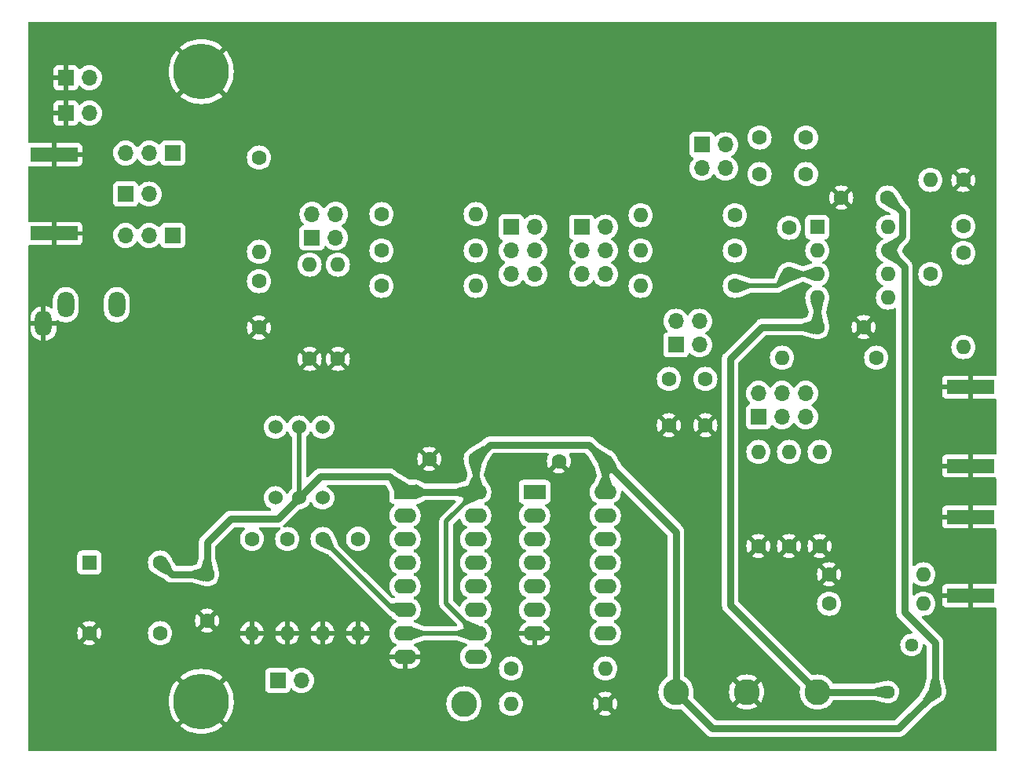
<source format=gbl>
G04 #@! TF.GenerationSoftware,KiCad,Pcbnew,8.0.2*
G04 #@! TF.CreationDate,2024-09-17T18:27:48+03:00*
G04 #@! TF.ProjectId,ad4080_evb_experimenter,61643430-3830-45f6-9576-625f65787065,rev?*
G04 #@! TF.SameCoordinates,Original*
G04 #@! TF.FileFunction,Copper,L2,Bot*
G04 #@! TF.FilePolarity,Positive*
%FSLAX46Y46*%
G04 Gerber Fmt 4.6, Leading zero omitted, Abs format (unit mm)*
G04 Created by KiCad (PCBNEW 8.0.2) date 2024-09-17 18:27:48*
%MOMM*%
%LPD*%
G01*
G04 APERTURE LIST*
G04 #@! TA.AperFunction,ComponentPad*
%ADD10C,6.000000*%
G04 #@! TD*
G04 #@! TA.AperFunction,ComponentPad*
%ADD11C,2.800000*%
G04 #@! TD*
G04 #@! TA.AperFunction,ComponentPad*
%ADD12C,1.600000*%
G04 #@! TD*
G04 #@! TA.AperFunction,ComponentPad*
%ADD13O,1.600000X1.600000*%
G04 #@! TD*
G04 #@! TA.AperFunction,SMDPad,CuDef*
%ADD14R,5.080000X1.500000*%
G04 #@! TD*
G04 #@! TA.AperFunction,ComponentPad*
%ADD15O,1.800000X2.800000*%
G04 #@! TD*
G04 #@! TA.AperFunction,ComponentPad*
%ADD16R,1.700000X1.700000*%
G04 #@! TD*
G04 #@! TA.AperFunction,ComponentPad*
%ADD17O,1.700000X1.700000*%
G04 #@! TD*
G04 #@! TA.AperFunction,ComponentPad*
%ADD18R,2.400000X1.600000*%
G04 #@! TD*
G04 #@! TA.AperFunction,ComponentPad*
%ADD19O,2.400000X1.600000*%
G04 #@! TD*
G04 #@! TA.AperFunction,ComponentPad*
%ADD20R,1.600000X1.600000*%
G04 #@! TD*
G04 #@! TA.AperFunction,ComponentPad*
%ADD21C,1.524000*%
G04 #@! TD*
G04 #@! TA.AperFunction,ComponentPad*
%ADD22C,1.440000*%
G04 #@! TD*
G04 #@! TA.AperFunction,ViaPad*
%ADD23C,0.800000*%
G04 #@! TD*
G04 #@! TA.AperFunction,Conductor*
%ADD24C,0.500000*%
G04 #@! TD*
G04 #@! TA.AperFunction,Conductor*
%ADD25C,0.800000*%
G04 #@! TD*
G04 APERTURE END LIST*
D10*
X47879000Y-117856000D03*
X47879000Y-49911000D03*
D11*
X99060000Y-116840000D03*
X114300000Y-116840000D03*
X106680000Y-116840000D03*
D12*
X105410000Y-73024999D03*
D13*
X95250000Y-73024999D03*
D14*
X130800000Y-97950000D03*
X130800000Y-106450000D03*
D12*
X105410000Y-69214997D03*
D13*
X95250000Y-69214997D03*
D12*
X81280000Y-114300000D03*
D13*
X91440000Y-114300000D03*
D12*
X115570000Y-107315000D03*
D13*
X125730000Y-107315000D03*
D15*
X38771000Y-75062000D03*
X30871000Y-77062000D03*
X33271000Y-75062000D03*
D12*
X77470000Y-91694000D03*
X72470000Y-91694000D03*
D11*
X76200000Y-118110000D03*
D12*
X59562997Y-80899002D03*
D13*
X59562997Y-70739002D03*
D12*
X126492000Y-71754999D03*
D13*
X126492000Y-61594999D03*
D12*
X130048000Y-66595999D03*
X130048000Y-61595999D03*
D16*
X99055000Y-79379999D03*
D17*
X99055000Y-76839999D03*
X101595000Y-79379999D03*
X101595000Y-76839999D03*
D12*
X111252000Y-101092000D03*
D13*
X111252000Y-90932000D03*
D12*
X119300000Y-77470000D03*
X114300000Y-77470000D03*
D14*
X32004000Y-67369000D03*
X32004000Y-58869000D03*
D12*
X67310000Y-65278000D03*
D13*
X77470000Y-65278000D03*
D12*
X53355000Y-100315001D03*
D13*
X53355000Y-110475001D03*
D12*
X105410000Y-65404997D03*
D13*
X95250000Y-65404997D03*
D12*
X111252000Y-71755000D03*
X111252000Y-66755000D03*
X62611000Y-80899000D03*
D13*
X62611000Y-70739000D03*
D12*
X91440000Y-91948000D03*
X86440000Y-91948000D03*
X102235000Y-88058000D03*
X102235000Y-83058000D03*
X54102000Y-59182000D03*
D13*
X54102000Y-69342000D03*
D12*
X121880000Y-63500000D03*
X116880000Y-63500000D03*
X60960000Y-100330000D03*
D13*
X60960000Y-110490000D03*
D16*
X56129000Y-115570000D03*
D17*
X58669000Y-115570000D03*
D12*
X115570000Y-104140000D03*
D13*
X125730000Y-104140000D03*
D12*
X114554000Y-101092000D03*
D13*
X114554000Y-90932000D03*
D16*
X88895000Y-66689997D03*
D17*
X91435000Y-66689997D03*
X88895000Y-69229997D03*
X91435000Y-69229997D03*
X88895000Y-71769997D03*
X91435000Y-71769997D03*
D12*
X108077000Y-57023000D03*
X113077000Y-57023000D03*
D16*
X33274000Y-54384500D03*
D17*
X35814000Y-54384500D03*
D18*
X83810000Y-95250000D03*
D19*
X83810000Y-97790000D03*
X83810000Y-100330000D03*
X83810000Y-102870000D03*
X83810000Y-105410000D03*
X83810000Y-107950000D03*
X83810000Y-110490000D03*
X91430000Y-110490000D03*
X91430000Y-107950000D03*
X91430000Y-105410000D03*
X91430000Y-102870000D03*
X91430000Y-100330000D03*
X91430000Y-97790000D03*
X91430000Y-95250000D03*
D16*
X33274000Y-50546000D03*
D17*
X35814000Y-50546000D03*
D12*
X57150000Y-100330000D03*
D13*
X57150000Y-110490000D03*
D12*
X67310000Y-73024997D03*
D13*
X77470000Y-73024997D03*
D16*
X101854000Y-57784999D03*
D17*
X104394000Y-57784999D03*
X101854000Y-60324999D03*
X104394000Y-60324999D03*
D16*
X107950000Y-87148436D03*
D17*
X107950000Y-84608436D03*
X110490000Y-87148436D03*
X110490000Y-84608436D03*
X113030000Y-87148436D03*
X113030000Y-84608436D03*
D12*
X91440000Y-118110000D03*
D13*
X81280000Y-118110000D03*
D12*
X108077000Y-60960001D03*
X113077000Y-60960001D03*
D20*
X35814000Y-102870000D03*
D12*
X35814000Y-110490000D03*
X43434000Y-110490000D03*
X43434000Y-102870000D03*
D21*
X60960000Y-88265000D03*
X55880000Y-95885000D03*
X55880000Y-88265000D03*
X60960000Y-95885000D03*
X58420000Y-88265000D03*
X58420000Y-95885000D03*
D12*
X54102000Y-72517000D03*
X54102000Y-77517000D03*
D16*
X44802499Y-58674000D03*
D17*
X42262499Y-58674000D03*
X39722499Y-58674000D03*
D16*
X44802500Y-67564000D03*
D17*
X42262500Y-67564000D03*
X39722500Y-67564000D03*
D20*
X114300000Y-66674999D03*
D13*
X114300000Y-69214999D03*
X114300000Y-71754999D03*
X114300000Y-74294999D03*
X121920000Y-74294999D03*
X121920000Y-71754999D03*
X121920000Y-69214999D03*
X121920000Y-66674999D03*
D16*
X39722501Y-63119000D03*
D17*
X42262501Y-63119000D03*
D12*
X98298000Y-88058000D03*
X98298000Y-83058000D03*
X48514000Y-104140000D03*
X48514000Y-109140000D03*
D14*
X130800000Y-83950000D03*
X130800000Y-92450000D03*
D12*
X130048000Y-69469000D03*
D13*
X130048000Y-79629000D03*
D12*
X120650000Y-80772000D03*
D13*
X110490000Y-80772000D03*
D16*
X59816998Y-67818002D03*
D17*
X59816998Y-65278002D03*
X62356998Y-67818002D03*
X62356998Y-65278002D03*
D22*
X126999999Y-116840000D03*
X124459999Y-111760000D03*
X121919999Y-116840000D03*
D12*
X64785000Y-100315001D03*
D13*
X64785000Y-110475001D03*
D16*
X81280000Y-66674997D03*
D17*
X83820000Y-66674997D03*
X81280000Y-69214997D03*
X83820000Y-69214997D03*
X81280000Y-71754997D03*
X83820000Y-71754997D03*
D18*
X69850000Y-95250000D03*
D19*
X69850000Y-97790000D03*
X69850000Y-100330000D03*
X69850000Y-102870000D03*
X69850000Y-105410000D03*
X69850000Y-107950000D03*
X69850000Y-110490000D03*
X69850000Y-113030000D03*
X77470000Y-113030000D03*
X77470000Y-110490000D03*
X77470000Y-107950000D03*
X77470000Y-105410000D03*
X77470000Y-102870000D03*
X77470000Y-100330000D03*
X77470000Y-97790000D03*
X77470000Y-95250000D03*
D12*
X67310000Y-69214997D03*
D13*
X77470000Y-69214997D03*
D12*
X107950001Y-101091999D03*
D13*
X107950001Y-90931999D03*
D23*
X112268000Y-75819000D03*
X109093000Y-68961000D03*
X116713000Y-69342000D03*
X126365000Y-66802000D03*
X93218000Y-73406000D03*
X50800000Y-100965000D03*
X34925000Y-119380000D03*
X79502000Y-64770000D03*
X79502000Y-73406000D03*
X86360000Y-118110000D03*
X33372500Y-58674000D03*
X112649000Y-64516000D03*
X108585000Y-104140000D03*
X78740000Y-115570000D03*
X87630000Y-105410000D03*
X128905000Y-83947000D03*
X49000000Y-80064000D03*
X49000000Y-65064000D03*
X59055000Y-98425000D03*
X122047000Y-91059000D03*
X97790000Y-69342000D03*
X62865000Y-97536000D03*
X67183000Y-101473000D03*
X80645000Y-99695000D03*
X97155000Y-108585000D03*
X72390000Y-107950000D03*
X132705000Y-97882000D03*
X42949397Y-71905397D03*
X96774000Y-93472000D03*
X30197500Y-58674000D03*
X105537000Y-62738000D03*
X122047000Y-76835000D03*
X60071000Y-90297000D03*
X125222000Y-89789000D03*
X33372500Y-67564000D03*
X78000000Y-59000000D03*
X79502000Y-120650000D03*
X66929000Y-104140000D03*
X49000000Y-71064000D03*
X126111000Y-49276000D03*
X128895000Y-97882000D03*
X86360000Y-71120000D03*
X128905000Y-92329000D03*
X113538000Y-81661000D03*
X67310000Y-97790000D03*
X132715000Y-92329000D03*
X72898000Y-97536000D03*
X102235000Y-103505000D03*
X43180000Y-99187000D03*
X93218000Y-64770000D03*
X114808000Y-89027000D03*
X81915000Y-104140000D03*
X87630000Y-97790000D03*
X86360000Y-67310000D03*
X30197500Y-67564000D03*
X55372000Y-90678000D03*
X116840000Y-110490000D03*
X93980000Y-97282000D03*
X103124000Y-53975000D03*
X67000000Y-59000000D03*
X80010000Y-94615000D03*
X125857000Y-100965000D03*
X132715000Y-83947000D03*
X107061000Y-81280000D03*
X102870000Y-110490000D03*
X106172000Y-76708000D03*
X130048000Y-73787000D03*
X123571000Y-114300000D03*
X41021000Y-48768000D03*
X125349000Y-79375000D03*
X42164000Y-55626000D03*
X49000000Y-61064000D03*
X127889000Y-120777000D03*
X83185000Y-88646000D03*
X73025000Y-116205000D03*
X132578000Y-106391000D03*
X64770000Y-106934000D03*
X74676000Y-69088000D03*
X56515000Y-119380000D03*
X129022000Y-106391000D03*
X75565000Y-104140000D03*
X62865000Y-104140000D03*
D24*
X114299999Y-71755000D02*
X114300000Y-71754999D01*
X111252000Y-71755000D02*
X114299999Y-71755000D01*
X109982001Y-73024999D02*
X111252000Y-71755000D01*
X105410000Y-73024999D02*
X109982001Y-73024999D01*
D25*
X114300000Y-77470000D02*
X114300000Y-74294999D01*
X108331000Y-77470000D02*
X114300000Y-77470000D01*
X114300000Y-116840000D02*
X121920000Y-116840000D01*
X104902000Y-80899000D02*
X108331000Y-77470000D01*
X114300000Y-116840000D02*
X104902000Y-107442000D01*
X104902000Y-107442000D02*
X104902000Y-80899000D01*
D24*
X60960000Y-100330000D02*
X68580000Y-107950000D01*
X68580000Y-107950000D02*
X69850000Y-107950000D01*
D25*
X99060000Y-99568000D02*
X99060000Y-116840000D01*
X60706000Y-93599000D02*
X68199000Y-93599000D01*
X123062999Y-120777000D02*
X126999999Y-116840000D01*
X51054000Y-98171000D02*
X56134000Y-98171000D01*
X123444000Y-65064000D02*
X121880000Y-63500000D01*
D24*
X77470000Y-95250000D02*
X74295000Y-98425000D01*
D25*
X48514000Y-104140000D02*
X44704000Y-104140000D01*
X126999999Y-116840000D02*
X126999999Y-111505999D01*
X102997000Y-120777000D02*
X123062999Y-120777000D01*
X69850000Y-95250000D02*
X77470000Y-95250000D01*
X58420000Y-95885000D02*
X60706000Y-93599000D01*
X44704000Y-104140000D02*
X43434000Y-102870000D01*
X68199000Y-93599000D02*
X69850000Y-95250000D01*
D24*
X58420000Y-95885000D02*
X58420000Y-88265000D01*
D25*
X99060000Y-116840000D02*
X102997000Y-120777000D01*
X123444000Y-67690999D02*
X123444000Y-65064000D01*
X89662000Y-90170000D02*
X78994000Y-90170000D01*
X77470000Y-91694000D02*
X77470000Y-95250000D01*
X91440000Y-91948000D02*
X89662000Y-90170000D01*
X56134000Y-98171000D02*
X58420000Y-95885000D01*
D24*
X74295000Y-98425000D02*
X74295000Y-107315000D01*
D25*
X123698000Y-70992999D02*
X123698000Y-108204000D01*
D24*
X74295000Y-107315000D02*
X77470000Y-110490000D01*
D25*
X91440000Y-91948000D02*
X99060000Y-99568000D01*
X121920000Y-69214999D02*
X123444000Y-67690999D01*
X78994000Y-90170000D02*
X77470000Y-91694000D01*
D24*
X69850000Y-110490000D02*
X77470000Y-110490000D01*
D25*
X126999999Y-111505999D02*
X123698000Y-108204000D01*
X48514000Y-100711000D02*
X51054000Y-98171000D01*
X91440000Y-91948000D02*
X91440000Y-95240000D01*
X121920000Y-69214999D02*
X123698000Y-70992999D01*
X48514000Y-104140000D02*
X48514000Y-100711000D01*
G04 #@! TA.AperFunction,Conductor*
G36*
X75275808Y-96170185D02*
G01*
X75321563Y-96222989D01*
X75331507Y-96292147D01*
X75302482Y-96355703D01*
X75296450Y-96362181D01*
X73712050Y-97946580D01*
X73712044Y-97946588D01*
X73662812Y-98020268D01*
X73662813Y-98020269D01*
X73629921Y-98069496D01*
X73629914Y-98069508D01*
X73573342Y-98206086D01*
X73573340Y-98206092D01*
X73544500Y-98351079D01*
X73544500Y-98351082D01*
X73544500Y-107388918D01*
X73544500Y-107388920D01*
X73544499Y-107388920D01*
X73573340Y-107533907D01*
X73573343Y-107533917D01*
X73629914Y-107670491D01*
X73629916Y-107670495D01*
X73644704Y-107692627D01*
X73652747Y-107704665D01*
X73712049Y-107793418D01*
X73712052Y-107793421D01*
X75446262Y-109527630D01*
X75479747Y-109588953D01*
X75474763Y-109658645D01*
X75432891Y-109714578D01*
X75402196Y-109731387D01*
X75401693Y-109731576D01*
X75358078Y-109739500D01*
X71961924Y-109739500D01*
X71918462Y-109731634D01*
X70855950Y-109333995D01*
X70800063Y-109292061D01*
X70775718Y-109226570D01*
X70790646Y-109158313D01*
X70840106Y-109108963D01*
X70843088Y-109107391D01*
X70931610Y-109062287D01*
X70952770Y-109046913D01*
X71097213Y-108941971D01*
X71097215Y-108941968D01*
X71097219Y-108941966D01*
X71241966Y-108797219D01*
X71241968Y-108797215D01*
X71241971Y-108797213D01*
X71317196Y-108693673D01*
X71362287Y-108631610D01*
X71455220Y-108449219D01*
X71518477Y-108254534D01*
X71550500Y-108052352D01*
X71550500Y-107847648D01*
X71541910Y-107793416D01*
X71518477Y-107645465D01*
X71484074Y-107539584D01*
X71455220Y-107450781D01*
X71455218Y-107450778D01*
X71455218Y-107450776D01*
X71405555Y-107353308D01*
X71362287Y-107268390D01*
X71347360Y-107247844D01*
X71241971Y-107102786D01*
X71097213Y-106958028D01*
X70931614Y-106837715D01*
X70925006Y-106834348D01*
X70838917Y-106790483D01*
X70788123Y-106742511D01*
X70771328Y-106674690D01*
X70793865Y-106608555D01*
X70838917Y-106569516D01*
X70931610Y-106522287D01*
X70969089Y-106495057D01*
X71097213Y-106401971D01*
X71097215Y-106401968D01*
X71097219Y-106401966D01*
X71241966Y-106257219D01*
X71241968Y-106257215D01*
X71241971Y-106257213D01*
X71294849Y-106184431D01*
X71362287Y-106091610D01*
X71455220Y-105909219D01*
X71518477Y-105714534D01*
X71550500Y-105512352D01*
X71550500Y-105307648D01*
X71518477Y-105105466D01*
X71512378Y-105086696D01*
X71486124Y-105005894D01*
X71455220Y-104910781D01*
X71455218Y-104910778D01*
X71455218Y-104910776D01*
X71395071Y-104792732D01*
X71362287Y-104728390D01*
X71334109Y-104689606D01*
X71241971Y-104562786D01*
X71097213Y-104418028D01*
X70931614Y-104297715D01*
X70925006Y-104294348D01*
X70838917Y-104250483D01*
X70788123Y-104202511D01*
X70771328Y-104134690D01*
X70793865Y-104068555D01*
X70838917Y-104029516D01*
X70931610Y-103982287D01*
X71026441Y-103913389D01*
X71097213Y-103861971D01*
X71097215Y-103861968D01*
X71097219Y-103861966D01*
X71241966Y-103717219D01*
X71241968Y-103717215D01*
X71241971Y-103717213D01*
X71294732Y-103644590D01*
X71362287Y-103551610D01*
X71455220Y-103369219D01*
X71518477Y-103174534D01*
X71550500Y-102972352D01*
X71550500Y-102767648D01*
X71518477Y-102565466D01*
X71455220Y-102370781D01*
X71455218Y-102370778D01*
X71455218Y-102370776D01*
X71379481Y-102222136D01*
X71362287Y-102188390D01*
X71349669Y-102171023D01*
X71241971Y-102022786D01*
X71097213Y-101878028D01*
X70931614Y-101757715D01*
X70905633Y-101744477D01*
X70838917Y-101710483D01*
X70788123Y-101662511D01*
X70771328Y-101594690D01*
X70793865Y-101528555D01*
X70838917Y-101489516D01*
X70931610Y-101442287D01*
X70973188Y-101412079D01*
X71097213Y-101321971D01*
X71097215Y-101321968D01*
X71097219Y-101321966D01*
X71241966Y-101177219D01*
X71241968Y-101177215D01*
X71241971Y-101177213D01*
X71309694Y-101083999D01*
X71362287Y-101011610D01*
X71455220Y-100829219D01*
X71518477Y-100634534D01*
X71550500Y-100432352D01*
X71550500Y-100227648D01*
X71518477Y-100025466D01*
X71514417Y-100012972D01*
X71472350Y-99883502D01*
X71455220Y-99830781D01*
X71455218Y-99830778D01*
X71455218Y-99830776D01*
X71421001Y-99763623D01*
X71362287Y-99648390D01*
X71354556Y-99637749D01*
X71241971Y-99482786D01*
X71097213Y-99338028D01*
X70931614Y-99217715D01*
X70896844Y-99199999D01*
X70838917Y-99170483D01*
X70788123Y-99122511D01*
X70771328Y-99054690D01*
X70793865Y-98988555D01*
X70838917Y-98949516D01*
X70931610Y-98902287D01*
X71062241Y-98807379D01*
X71097213Y-98781971D01*
X71097215Y-98781968D01*
X71097219Y-98781966D01*
X71241966Y-98637219D01*
X71241968Y-98637215D01*
X71241971Y-98637213D01*
X71294732Y-98564590D01*
X71362287Y-98471610D01*
X71455220Y-98289219D01*
X71518477Y-98094534D01*
X71550500Y-97892352D01*
X71550500Y-97687648D01*
X71518477Y-97485466D01*
X71455220Y-97290781D01*
X71455218Y-97290778D01*
X71455218Y-97290776D01*
X71400630Y-97183643D01*
X71362287Y-97108390D01*
X71338678Y-97075895D01*
X71241971Y-96942786D01*
X71097219Y-96798034D01*
X71060930Y-96771669D01*
X71018264Y-96716339D01*
X71012285Y-96646726D01*
X71044890Y-96584931D01*
X71105728Y-96550573D01*
X71120562Y-96548060D01*
X71124937Y-96547589D01*
X71157483Y-96544091D01*
X71243166Y-96512133D01*
X71247324Y-96510666D01*
X71282135Y-96499098D01*
X71953150Y-96163591D01*
X72008604Y-96150500D01*
X75208769Y-96150500D01*
X75275808Y-96170185D01*
G37*
G04 #@! TD.AperFunction*
G04 #@! TA.AperFunction,Conductor*
G36*
X75761328Y-98122551D02*
G01*
X75817262Y-98164422D01*
X75835925Y-98200414D01*
X75837770Y-98206092D01*
X75864781Y-98289221D01*
X75957715Y-98471613D01*
X76078028Y-98637213D01*
X76222786Y-98781971D01*
X76344589Y-98870464D01*
X76388390Y-98902287D01*
X76466500Y-98942086D01*
X76481080Y-98949515D01*
X76531876Y-98997490D01*
X76548671Y-99065311D01*
X76526134Y-99131446D01*
X76481080Y-99170485D01*
X76388386Y-99217715D01*
X76222786Y-99338028D01*
X76078028Y-99482786D01*
X75957715Y-99648386D01*
X75864781Y-99830776D01*
X75801522Y-100025465D01*
X75769500Y-100227648D01*
X75769500Y-100432352D01*
X75773878Y-100459995D01*
X75801522Y-100634534D01*
X75864781Y-100829223D01*
X75920006Y-100937606D01*
X75954519Y-101005342D01*
X75957715Y-101011613D01*
X76078028Y-101177213D01*
X76222786Y-101321971D01*
X76346812Y-101412079D01*
X76388390Y-101442287D01*
X76479840Y-101488883D01*
X76481080Y-101489515D01*
X76531876Y-101537490D01*
X76548671Y-101605311D01*
X76526134Y-101671446D01*
X76481080Y-101710485D01*
X76388386Y-101757715D01*
X76222786Y-101878028D01*
X76078028Y-102022786D01*
X75957715Y-102188386D01*
X75864781Y-102370776D01*
X75801522Y-102565465D01*
X75769500Y-102767648D01*
X75769500Y-102972351D01*
X75801522Y-103174534D01*
X75864781Y-103369223D01*
X75957715Y-103551613D01*
X76078028Y-103717213D01*
X76222786Y-103861971D01*
X76377749Y-103974556D01*
X76388390Y-103982287D01*
X76477212Y-104027544D01*
X76481080Y-104029515D01*
X76531876Y-104077490D01*
X76548671Y-104145311D01*
X76526134Y-104211446D01*
X76481080Y-104250485D01*
X76388386Y-104297715D01*
X76222786Y-104418028D01*
X76078028Y-104562786D01*
X75957715Y-104728386D01*
X75864781Y-104910776D01*
X75801522Y-105105465D01*
X75769500Y-105307648D01*
X75769500Y-105512351D01*
X75801522Y-105714534D01*
X75864781Y-105909223D01*
X75925998Y-106029366D01*
X75956005Y-106088258D01*
X75957715Y-106091613D01*
X76078028Y-106257213D01*
X76222786Y-106401971D01*
X76377749Y-106514556D01*
X76388390Y-106522287D01*
X76479840Y-106568883D01*
X76481080Y-106569515D01*
X76531876Y-106617490D01*
X76548671Y-106685311D01*
X76526134Y-106751446D01*
X76481080Y-106790485D01*
X76388386Y-106837715D01*
X76222786Y-106958028D01*
X76078028Y-107102786D01*
X75957715Y-107268386D01*
X75864781Y-107450776D01*
X75835926Y-107539584D01*
X75796488Y-107597259D01*
X75732129Y-107624457D01*
X75663283Y-107612542D01*
X75630314Y-107588946D01*
X75081819Y-107040451D01*
X75048334Y-106979128D01*
X75045500Y-106952770D01*
X75045500Y-98787229D01*
X75065185Y-98720190D01*
X75081815Y-98699552D01*
X75630316Y-98151050D01*
X75691637Y-98117567D01*
X75761328Y-98122551D01*
G37*
G04 #@! TD.AperFunction*
G04 #@! TA.AperFunction,Conductor*
G36*
X133547039Y-44540685D02*
G01*
X133592794Y-44593489D01*
X133604000Y-44645000D01*
X133604000Y-82586696D01*
X133584315Y-82653735D01*
X133531511Y-82699490D01*
X133462353Y-82709434D01*
X133451490Y-82707374D01*
X133447374Y-82706401D01*
X133387844Y-82700000D01*
X131050000Y-82700000D01*
X131050000Y-85200000D01*
X133387828Y-85200000D01*
X133387844Y-85199999D01*
X133447366Y-85193599D01*
X133451480Y-85192627D01*
X133454768Y-85192803D01*
X133455087Y-85192769D01*
X133455092Y-85192820D01*
X133521249Y-85196365D01*
X133577923Y-85237230D01*
X133603506Y-85302247D01*
X133604000Y-85313303D01*
X133604000Y-91086696D01*
X133584315Y-91153735D01*
X133531511Y-91199490D01*
X133462353Y-91209434D01*
X133451490Y-91207374D01*
X133447374Y-91206401D01*
X133387844Y-91200000D01*
X131050000Y-91200000D01*
X131050000Y-93700000D01*
X133387828Y-93700000D01*
X133387844Y-93699999D01*
X133447366Y-93693599D01*
X133451480Y-93692627D01*
X133454768Y-93692803D01*
X133455087Y-93692769D01*
X133455092Y-93692820D01*
X133521249Y-93696365D01*
X133577923Y-93737230D01*
X133603506Y-93802247D01*
X133604000Y-93813303D01*
X133604000Y-96586696D01*
X133584315Y-96653735D01*
X133531511Y-96699490D01*
X133462353Y-96709434D01*
X133451490Y-96707374D01*
X133447374Y-96706401D01*
X133387844Y-96700000D01*
X131050000Y-96700000D01*
X131050000Y-99200000D01*
X133387828Y-99200000D01*
X133387844Y-99199999D01*
X133447366Y-99193599D01*
X133451480Y-99192627D01*
X133454768Y-99192803D01*
X133455087Y-99192769D01*
X133455092Y-99192820D01*
X133521249Y-99196365D01*
X133577923Y-99237230D01*
X133603506Y-99302247D01*
X133604000Y-99313303D01*
X133604000Y-105086696D01*
X133584315Y-105153735D01*
X133531511Y-105199490D01*
X133462353Y-105209434D01*
X133451490Y-105207374D01*
X133447374Y-105206401D01*
X133387844Y-105200000D01*
X131050000Y-105200000D01*
X131050000Y-107700000D01*
X133387828Y-107700000D01*
X133387844Y-107699999D01*
X133447366Y-107693599D01*
X133451480Y-107692627D01*
X133454768Y-107692803D01*
X133455087Y-107692769D01*
X133455092Y-107692820D01*
X133521249Y-107696365D01*
X133577923Y-107737230D01*
X133603506Y-107802247D01*
X133604000Y-107813303D01*
X133604000Y-123066000D01*
X133584315Y-123133039D01*
X133531511Y-123178794D01*
X133480000Y-123190000D01*
X29334000Y-123190000D01*
X29266961Y-123170315D01*
X29221206Y-123117511D01*
X29210000Y-123066000D01*
X29210000Y-117855999D01*
X44374197Y-117855999D01*
X44374197Y-117856000D01*
X44393397Y-118222353D01*
X44450784Y-118584684D01*
X44450784Y-118584686D01*
X44545736Y-118939051D01*
X44677204Y-119281535D01*
X44843754Y-119608406D01*
X45043553Y-119916070D01*
X45232297Y-120149148D01*
X46656340Y-118725105D01*
X46734864Y-118833184D01*
X46901816Y-119000136D01*
X47009893Y-119078658D01*
X45585850Y-120502701D01*
X45818929Y-120691446D01*
X46126593Y-120891245D01*
X46453464Y-121057795D01*
X46795948Y-121189263D01*
X47150314Y-121284215D01*
X47512646Y-121341602D01*
X47878999Y-121360803D01*
X47879001Y-121360803D01*
X48245353Y-121341602D01*
X48607684Y-121284215D01*
X48607686Y-121284215D01*
X48962051Y-121189263D01*
X49304535Y-121057795D01*
X49631406Y-120891245D01*
X49939064Y-120691450D01*
X50172148Y-120502701D01*
X48748106Y-119078659D01*
X48856184Y-119000136D01*
X49023136Y-118833184D01*
X49101659Y-118725106D01*
X50525701Y-120149148D01*
X50714450Y-119916064D01*
X50914245Y-119608406D01*
X51080795Y-119281535D01*
X51212263Y-118939051D01*
X51307215Y-118584686D01*
X51307215Y-118584684D01*
X51364602Y-118222353D01*
X51370491Y-118109998D01*
X74294645Y-118109998D01*
X74294645Y-118110001D01*
X74314039Y-118381160D01*
X74314040Y-118381167D01*
X74355808Y-118573172D01*
X74371825Y-118646801D01*
X74415066Y-118762734D01*
X74466830Y-118901519D01*
X74597109Y-119140107D01*
X74597110Y-119140108D01*
X74597113Y-119140113D01*
X74760029Y-119357742D01*
X74760033Y-119357746D01*
X74760038Y-119357752D01*
X74952247Y-119549961D01*
X74952253Y-119549966D01*
X74952258Y-119549971D01*
X75169887Y-119712887D01*
X75169891Y-119712889D01*
X75169892Y-119712890D01*
X75408481Y-119843169D01*
X75408480Y-119843169D01*
X75408484Y-119843170D01*
X75408487Y-119843172D01*
X75663199Y-119938175D01*
X75928840Y-119995961D01*
X76180605Y-120013967D01*
X76199999Y-120015355D01*
X76200000Y-120015355D01*
X76200001Y-120015355D01*
X76218100Y-120014060D01*
X76471160Y-119995961D01*
X76736801Y-119938175D01*
X76991513Y-119843172D01*
X76991517Y-119843169D01*
X76991519Y-119843169D01*
X77110813Y-119778029D01*
X77230113Y-119712887D01*
X77447742Y-119549971D01*
X77639971Y-119357742D01*
X77802887Y-119140113D01*
X77933172Y-118901513D01*
X78028175Y-118646801D01*
X78085961Y-118381160D01*
X78105355Y-118110000D01*
X78105355Y-118109998D01*
X79974532Y-118109998D01*
X79974532Y-118110001D01*
X79994364Y-118336686D01*
X79994366Y-118336697D01*
X80053258Y-118556488D01*
X80053261Y-118556497D01*
X80149431Y-118762732D01*
X80149432Y-118762734D01*
X80279954Y-118949141D01*
X80440858Y-119110045D01*
X80440861Y-119110047D01*
X80627266Y-119240568D01*
X80833504Y-119336739D01*
X81053308Y-119395635D01*
X81215230Y-119409801D01*
X81279998Y-119415468D01*
X81280000Y-119415468D01*
X81280002Y-119415468D01*
X81336673Y-119410509D01*
X81506692Y-119395635D01*
X81726496Y-119336739D01*
X81932734Y-119240568D01*
X82119139Y-119110047D01*
X82280047Y-118949139D01*
X82410568Y-118762734D01*
X82506739Y-118556496D01*
X82565635Y-118336692D01*
X82585468Y-118110000D01*
X82585468Y-118109997D01*
X90135034Y-118109997D01*
X90135034Y-118110002D01*
X90154858Y-118336599D01*
X90154860Y-118336610D01*
X90213730Y-118556317D01*
X90213735Y-118556331D01*
X90309863Y-118762478D01*
X90360974Y-118835472D01*
X91040000Y-118156446D01*
X91040000Y-118162661D01*
X91067259Y-118264394D01*
X91119920Y-118355606D01*
X91194394Y-118430080D01*
X91285606Y-118482741D01*
X91387339Y-118510000D01*
X91393553Y-118510000D01*
X90714526Y-119189025D01*
X90787513Y-119240132D01*
X90787521Y-119240136D01*
X90993668Y-119336264D01*
X90993682Y-119336269D01*
X91213389Y-119395139D01*
X91213400Y-119395141D01*
X91439998Y-119414966D01*
X91440002Y-119414966D01*
X91666599Y-119395141D01*
X91666610Y-119395139D01*
X91886317Y-119336269D01*
X91886331Y-119336264D01*
X92092478Y-119240136D01*
X92165471Y-119189024D01*
X91486447Y-118510000D01*
X91492661Y-118510000D01*
X91594394Y-118482741D01*
X91685606Y-118430080D01*
X91760080Y-118355606D01*
X91812741Y-118264394D01*
X91840000Y-118162661D01*
X91840000Y-118156447D01*
X92519024Y-118835471D01*
X92570136Y-118762478D01*
X92666264Y-118556331D01*
X92666269Y-118556317D01*
X92725139Y-118336610D01*
X92725141Y-118336599D01*
X92744966Y-118110002D01*
X92744966Y-118109997D01*
X92725141Y-117883400D01*
X92725139Y-117883389D01*
X92666269Y-117663682D01*
X92666264Y-117663668D01*
X92570136Y-117457521D01*
X92570132Y-117457513D01*
X92519025Y-117384526D01*
X91840000Y-118063551D01*
X91840000Y-118057339D01*
X91812741Y-117955606D01*
X91760080Y-117864394D01*
X91685606Y-117789920D01*
X91594394Y-117737259D01*
X91492661Y-117710000D01*
X91486448Y-117710000D01*
X92165472Y-117030974D01*
X92092478Y-116979863D01*
X91886331Y-116883735D01*
X91886317Y-116883730D01*
X91666610Y-116824860D01*
X91666599Y-116824858D01*
X91440002Y-116805034D01*
X91439998Y-116805034D01*
X91213400Y-116824858D01*
X91213389Y-116824860D01*
X90993682Y-116883730D01*
X90993673Y-116883734D01*
X90787516Y-116979866D01*
X90787512Y-116979868D01*
X90714526Y-117030973D01*
X90714526Y-117030974D01*
X91393553Y-117710000D01*
X91387339Y-117710000D01*
X91285606Y-117737259D01*
X91194394Y-117789920D01*
X91119920Y-117864394D01*
X91067259Y-117955606D01*
X91040000Y-118057339D01*
X91040000Y-118063552D01*
X90360974Y-117384526D01*
X90360973Y-117384526D01*
X90309868Y-117457512D01*
X90309866Y-117457516D01*
X90213734Y-117663673D01*
X90213730Y-117663682D01*
X90154860Y-117883389D01*
X90154858Y-117883400D01*
X90135034Y-118109997D01*
X82585468Y-118109997D01*
X82565635Y-117883308D01*
X82506739Y-117663504D01*
X82410568Y-117457266D01*
X82280047Y-117270861D01*
X82280045Y-117270858D01*
X82119141Y-117109954D01*
X81932734Y-116979432D01*
X81932732Y-116979431D01*
X81726497Y-116883261D01*
X81726488Y-116883258D01*
X81506697Y-116824366D01*
X81506693Y-116824365D01*
X81506692Y-116824365D01*
X81506691Y-116824364D01*
X81506686Y-116824364D01*
X81280002Y-116804532D01*
X81279998Y-116804532D01*
X81053313Y-116824364D01*
X81053302Y-116824366D01*
X80833511Y-116883258D01*
X80833502Y-116883261D01*
X80627267Y-116979431D01*
X80627265Y-116979432D01*
X80440858Y-117109954D01*
X80279954Y-117270858D01*
X80196658Y-117389819D01*
X80152713Y-117452581D01*
X80149435Y-117457262D01*
X80149431Y-117457267D01*
X80053261Y-117663502D01*
X80053258Y-117663511D01*
X79994366Y-117883302D01*
X79994364Y-117883313D01*
X79974532Y-118109998D01*
X78105355Y-118109998D01*
X78085961Y-117838840D01*
X78028175Y-117573199D01*
X77933172Y-117318487D01*
X77933170Y-117318484D01*
X77933169Y-117318480D01*
X77802890Y-117079892D01*
X77802889Y-117079891D01*
X77802887Y-117079887D01*
X77639971Y-116862258D01*
X77639966Y-116862253D01*
X77639961Y-116862247D01*
X77447752Y-116670038D01*
X77447746Y-116670033D01*
X77447742Y-116670029D01*
X77230113Y-116507113D01*
X77230108Y-116507110D01*
X77230107Y-116507109D01*
X76991518Y-116376830D01*
X76991519Y-116376830D01*
X76913230Y-116347630D01*
X76736801Y-116281825D01*
X76736794Y-116281823D01*
X76736793Y-116281823D01*
X76471167Y-116224040D01*
X76471160Y-116224039D01*
X76200001Y-116204645D01*
X76199999Y-116204645D01*
X75928839Y-116224039D01*
X75928832Y-116224040D01*
X75663206Y-116281823D01*
X75663202Y-116281824D01*
X75663199Y-116281825D01*
X75535843Y-116329326D01*
X75408480Y-116376830D01*
X75169892Y-116507109D01*
X75169891Y-116507110D01*
X74952259Y-116670028D01*
X74952247Y-116670038D01*
X74760038Y-116862247D01*
X74760028Y-116862259D01*
X74597110Y-117079891D01*
X74597109Y-117079892D01*
X74466830Y-117318480D01*
X74440222Y-117389819D01*
X74371825Y-117573199D01*
X74371824Y-117573202D01*
X74371823Y-117573206D01*
X74314040Y-117838832D01*
X74314039Y-117838839D01*
X74294645Y-118109998D01*
X51370491Y-118109998D01*
X51383803Y-117856000D01*
X51383803Y-117855999D01*
X51364602Y-117489646D01*
X51307215Y-117127315D01*
X51307215Y-117127313D01*
X51212263Y-116772948D01*
X51080795Y-116430464D01*
X50914245Y-116103594D01*
X50714446Y-115795929D01*
X50525701Y-115562850D01*
X49101658Y-116986893D01*
X49023136Y-116878816D01*
X48856184Y-116711864D01*
X48748106Y-116633340D01*
X50172149Y-115209297D01*
X49939070Y-115020553D01*
X49631406Y-114820754D01*
X49339726Y-114672135D01*
X54778500Y-114672135D01*
X54778500Y-116467870D01*
X54778501Y-116467876D01*
X54784908Y-116527483D01*
X54835202Y-116662328D01*
X54835206Y-116662335D01*
X54921452Y-116777544D01*
X54921455Y-116777547D01*
X55036664Y-116863793D01*
X55036671Y-116863797D01*
X55171517Y-116914091D01*
X55171516Y-116914091D01*
X55178444Y-116914835D01*
X55231127Y-116920500D01*
X57026872Y-116920499D01*
X57086483Y-116914091D01*
X57221331Y-116863796D01*
X57336546Y-116777546D01*
X57422796Y-116662331D01*
X57471810Y-116530916D01*
X57513681Y-116474984D01*
X57579145Y-116450566D01*
X57647418Y-116465417D01*
X57675673Y-116486569D01*
X57797599Y-116608495D01*
X57885477Y-116670028D01*
X57991165Y-116744032D01*
X57991167Y-116744033D01*
X57991170Y-116744035D01*
X58205337Y-116843903D01*
X58433592Y-116905063D01*
X58610034Y-116920500D01*
X58668999Y-116925659D01*
X58669000Y-116925659D01*
X58669001Y-116925659D01*
X58727966Y-116920500D01*
X58904408Y-116905063D01*
X59132663Y-116843903D01*
X59346830Y-116744035D01*
X59540401Y-116608495D01*
X59707495Y-116441401D01*
X59843035Y-116247830D01*
X59942903Y-116033663D01*
X60004063Y-115805408D01*
X60024659Y-115570000D01*
X60024033Y-115562850D01*
X60009788Y-115400028D01*
X60004063Y-115334592D01*
X59942903Y-115106337D01*
X59843035Y-114892171D01*
X59793029Y-114820754D01*
X59707494Y-114698597D01*
X59540402Y-114531506D01*
X59540395Y-114531501D01*
X59527877Y-114522736D01*
X59463518Y-114477671D01*
X59346834Y-114395967D01*
X59346830Y-114395965D01*
X59291999Y-114370397D01*
X59132663Y-114296097D01*
X59132659Y-114296096D01*
X59132655Y-114296094D01*
X58904413Y-114234938D01*
X58904403Y-114234936D01*
X58669001Y-114214341D01*
X58668999Y-114214341D01*
X58433596Y-114234936D01*
X58433586Y-114234938D01*
X58205344Y-114296094D01*
X58205337Y-114296096D01*
X58205337Y-114296097D01*
X58200233Y-114298477D01*
X57991171Y-114395964D01*
X57991169Y-114395965D01*
X57797600Y-114531503D01*
X57675673Y-114653430D01*
X57614350Y-114686914D01*
X57544658Y-114681930D01*
X57488725Y-114640058D01*
X57471810Y-114609081D01*
X57422797Y-114477671D01*
X57422793Y-114477664D01*
X57336547Y-114362455D01*
X57336544Y-114362452D01*
X57221335Y-114276206D01*
X57221328Y-114276202D01*
X57086482Y-114225908D01*
X57086483Y-114225908D01*
X57026883Y-114219501D01*
X57026881Y-114219500D01*
X57026873Y-114219500D01*
X57026864Y-114219500D01*
X55231129Y-114219500D01*
X55231123Y-114219501D01*
X55171516Y-114225908D01*
X55036671Y-114276202D01*
X55036664Y-114276206D01*
X54921455Y-114362452D01*
X54921452Y-114362455D01*
X54835206Y-114477664D01*
X54835202Y-114477671D01*
X54784908Y-114612517D01*
X54778501Y-114672116D01*
X54778500Y-114672135D01*
X49339726Y-114672135D01*
X49304535Y-114654204D01*
X48962051Y-114522736D01*
X48607685Y-114427784D01*
X48245353Y-114370397D01*
X47879001Y-114351197D01*
X47878999Y-114351197D01*
X47512646Y-114370397D01*
X47150315Y-114427784D01*
X47150313Y-114427784D01*
X46795948Y-114522736D01*
X46453464Y-114654204D01*
X46126594Y-114820754D01*
X45818924Y-115020557D01*
X45585849Y-115209296D01*
X45585849Y-115209297D01*
X47009893Y-116633341D01*
X46901816Y-116711864D01*
X46734864Y-116878816D01*
X46656341Y-116986893D01*
X45232297Y-115562849D01*
X45232296Y-115562849D01*
X45043557Y-115795924D01*
X44843754Y-116103594D01*
X44677204Y-116430464D01*
X44545736Y-116772948D01*
X44450784Y-117127313D01*
X44450784Y-117127315D01*
X44393397Y-117489646D01*
X44374197Y-117855999D01*
X29210000Y-117855999D01*
X29210000Y-110489997D01*
X34509034Y-110489997D01*
X34509034Y-110490002D01*
X34528858Y-110716599D01*
X34528860Y-110716610D01*
X34587730Y-110936317D01*
X34587735Y-110936331D01*
X34683863Y-111142478D01*
X34734974Y-111215472D01*
X35414000Y-110536446D01*
X35414000Y-110542661D01*
X35441259Y-110644394D01*
X35493920Y-110735606D01*
X35568394Y-110810080D01*
X35659606Y-110862741D01*
X35761339Y-110890000D01*
X35767553Y-110890000D01*
X35088526Y-111569025D01*
X35161513Y-111620132D01*
X35161521Y-111620136D01*
X35367668Y-111716264D01*
X35367682Y-111716269D01*
X35587389Y-111775139D01*
X35587400Y-111775141D01*
X35813998Y-111794966D01*
X35814002Y-111794966D01*
X36040599Y-111775141D01*
X36040610Y-111775139D01*
X36260317Y-111716269D01*
X36260331Y-111716264D01*
X36466478Y-111620136D01*
X36539471Y-111569024D01*
X35860447Y-110890000D01*
X35866661Y-110890000D01*
X35968394Y-110862741D01*
X36059606Y-110810080D01*
X36134080Y-110735606D01*
X36186741Y-110644394D01*
X36214000Y-110542661D01*
X36214000Y-110536447D01*
X36893024Y-111215471D01*
X36944136Y-111142478D01*
X37040264Y-110936331D01*
X37040269Y-110936317D01*
X37099139Y-110716610D01*
X37099141Y-110716599D01*
X37118966Y-110490002D01*
X37118966Y-110489998D01*
X42128532Y-110489998D01*
X42128532Y-110490001D01*
X42148364Y-110716686D01*
X42148366Y-110716697D01*
X42207258Y-110936488D01*
X42207261Y-110936497D01*
X42303431Y-111142732D01*
X42303432Y-111142734D01*
X42433954Y-111329141D01*
X42594858Y-111490045D01*
X42594861Y-111490047D01*
X42781266Y-111620568D01*
X42987504Y-111716739D01*
X43207308Y-111775635D01*
X43369230Y-111789801D01*
X43433998Y-111795468D01*
X43434000Y-111795468D01*
X43434002Y-111795468D01*
X43496499Y-111790000D01*
X43660692Y-111775635D01*
X43880496Y-111716739D01*
X44086734Y-111620568D01*
X44273139Y-111490047D01*
X44434047Y-111329139D01*
X44564568Y-111142734D01*
X44660739Y-110936496D01*
X44719635Y-110716692D01*
X44739468Y-110490000D01*
X44736333Y-110454172D01*
X44719635Y-110263313D01*
X44719635Y-110263308D01*
X44660739Y-110043504D01*
X44564568Y-109837266D01*
X44434047Y-109650861D01*
X44434045Y-109650858D01*
X44273141Y-109489954D01*
X44086734Y-109359432D01*
X44086732Y-109359431D01*
X43880497Y-109263261D01*
X43880488Y-109263258D01*
X43660697Y-109204366D01*
X43660693Y-109204365D01*
X43660692Y-109204365D01*
X43660691Y-109204364D01*
X43660686Y-109204364D01*
X43434002Y-109184532D01*
X43433998Y-109184532D01*
X43207313Y-109204364D01*
X43207302Y-109204366D01*
X42987511Y-109263258D01*
X42987502Y-109263261D01*
X42781267Y-109359431D01*
X42781265Y-109359432D01*
X42594858Y-109489954D01*
X42433954Y-109650858D01*
X42303432Y-109837265D01*
X42303431Y-109837267D01*
X42207261Y-110043502D01*
X42207258Y-110043511D01*
X42148366Y-110263302D01*
X42148364Y-110263313D01*
X42128532Y-110489998D01*
X37118966Y-110489998D01*
X37118966Y-110489997D01*
X37099141Y-110263400D01*
X37099139Y-110263389D01*
X37040269Y-110043682D01*
X37040264Y-110043668D01*
X36944136Y-109837521D01*
X36944132Y-109837513D01*
X36893025Y-109764526D01*
X36214000Y-110443551D01*
X36214000Y-110437339D01*
X36186741Y-110335606D01*
X36134080Y-110244394D01*
X36059606Y-110169920D01*
X35968394Y-110117259D01*
X35866661Y-110090000D01*
X35860448Y-110090000D01*
X36539472Y-109410974D01*
X36466478Y-109359863D01*
X36260331Y-109263735D01*
X36260317Y-109263730D01*
X36040610Y-109204860D01*
X36040599Y-109204858D01*
X35814002Y-109185034D01*
X35813998Y-109185034D01*
X35587400Y-109204858D01*
X35587389Y-109204860D01*
X35367682Y-109263730D01*
X35367673Y-109263734D01*
X35161516Y-109359866D01*
X35161512Y-109359868D01*
X35088526Y-109410973D01*
X35088526Y-109410974D01*
X35767553Y-110090000D01*
X35761339Y-110090000D01*
X35659606Y-110117259D01*
X35568394Y-110169920D01*
X35493920Y-110244394D01*
X35441259Y-110335606D01*
X35414000Y-110437339D01*
X35414000Y-110443552D01*
X34734974Y-109764526D01*
X34734973Y-109764526D01*
X34683868Y-109837512D01*
X34683866Y-109837516D01*
X34587734Y-110043673D01*
X34587730Y-110043682D01*
X34528860Y-110263389D01*
X34528858Y-110263400D01*
X34509034Y-110489997D01*
X29210000Y-110489997D01*
X29210000Y-109139997D01*
X47209034Y-109139997D01*
X47209034Y-109140002D01*
X47228858Y-109366599D01*
X47228860Y-109366610D01*
X47287730Y-109586317D01*
X47287735Y-109586331D01*
X47383863Y-109792478D01*
X47434974Y-109865472D01*
X48114000Y-109186446D01*
X48114000Y-109192661D01*
X48141259Y-109294394D01*
X48193920Y-109385606D01*
X48268394Y-109460080D01*
X48359606Y-109512741D01*
X48461339Y-109540000D01*
X48467553Y-109540000D01*
X47788526Y-110219025D01*
X47861513Y-110270132D01*
X47861521Y-110270136D01*
X48067668Y-110366264D01*
X48067682Y-110366269D01*
X48287389Y-110425139D01*
X48287400Y-110425141D01*
X48513998Y-110444966D01*
X48514002Y-110444966D01*
X48740599Y-110425141D01*
X48740610Y-110425139D01*
X48960317Y-110366269D01*
X48960331Y-110366264D01*
X49166478Y-110270136D01*
X49230937Y-110225000D01*
X52076127Y-110225000D01*
X52076128Y-110225001D01*
X53039314Y-110225001D01*
X53034920Y-110229395D01*
X52982259Y-110320607D01*
X52955000Y-110422340D01*
X52955000Y-110527662D01*
X52982259Y-110629395D01*
X53034920Y-110720607D01*
X53039314Y-110725001D01*
X52076128Y-110725001D01*
X52128730Y-110921318D01*
X52128734Y-110921327D01*
X52224865Y-111127483D01*
X52355342Y-111313821D01*
X52516179Y-111474658D01*
X52702517Y-111605135D01*
X52908673Y-111701266D01*
X52908682Y-111701270D01*
X53104999Y-111753873D01*
X53105000Y-111753872D01*
X53105000Y-110790687D01*
X53109394Y-110795081D01*
X53200606Y-110847742D01*
X53302339Y-110875001D01*
X53407661Y-110875001D01*
X53509394Y-110847742D01*
X53600606Y-110795081D01*
X53605000Y-110790687D01*
X53605000Y-111753873D01*
X53801317Y-111701270D01*
X53801326Y-111701266D01*
X54007482Y-111605135D01*
X54193820Y-111474658D01*
X54354657Y-111313821D01*
X54485134Y-111127483D01*
X54581265Y-110921327D01*
X54581269Y-110921318D01*
X54633872Y-110725001D01*
X53670686Y-110725001D01*
X53675080Y-110720607D01*
X53727741Y-110629395D01*
X53755000Y-110527662D01*
X53755000Y-110422340D01*
X53727741Y-110320607D01*
X53681202Y-110239999D01*
X55871127Y-110239999D01*
X55871128Y-110240000D01*
X56834314Y-110240000D01*
X56829920Y-110244394D01*
X56777259Y-110335606D01*
X56750000Y-110437339D01*
X56750000Y-110542661D01*
X56777259Y-110644394D01*
X56829920Y-110735606D01*
X56834314Y-110740000D01*
X55871128Y-110740000D01*
X55923730Y-110936317D01*
X55923734Y-110936326D01*
X56019865Y-111142482D01*
X56150342Y-111328820D01*
X56311179Y-111489657D01*
X56497517Y-111620134D01*
X56703673Y-111716265D01*
X56703682Y-111716269D01*
X56899999Y-111768872D01*
X56900000Y-111768871D01*
X56900000Y-110805686D01*
X56904394Y-110810080D01*
X56995606Y-110862741D01*
X57097339Y-110890000D01*
X57202661Y-110890000D01*
X57304394Y-110862741D01*
X57395606Y-110810080D01*
X57400000Y-110805686D01*
X57400000Y-111768872D01*
X57596317Y-111716269D01*
X57596326Y-111716265D01*
X57802482Y-111620134D01*
X57988820Y-111489657D01*
X58149657Y-111328820D01*
X58280134Y-111142482D01*
X58376265Y-110936326D01*
X58376269Y-110936317D01*
X58428872Y-110740000D01*
X57465686Y-110740000D01*
X57470080Y-110735606D01*
X57522741Y-110644394D01*
X57550000Y-110542661D01*
X57550000Y-110437339D01*
X57522741Y-110335606D01*
X57470080Y-110244394D01*
X57465686Y-110240000D01*
X58428872Y-110240000D01*
X58428872Y-110239999D01*
X59681127Y-110239999D01*
X59681128Y-110240000D01*
X60644314Y-110240000D01*
X60639920Y-110244394D01*
X60587259Y-110335606D01*
X60560000Y-110437339D01*
X60560000Y-110542661D01*
X60587259Y-110644394D01*
X60639920Y-110735606D01*
X60644314Y-110740000D01*
X59681128Y-110740000D01*
X59733730Y-110936317D01*
X59733734Y-110936326D01*
X59829865Y-111142482D01*
X59960342Y-111328820D01*
X60121179Y-111489657D01*
X60307517Y-111620134D01*
X60513673Y-111716265D01*
X60513682Y-111716269D01*
X60709999Y-111768872D01*
X60710000Y-111768871D01*
X60710000Y-110805686D01*
X60714394Y-110810080D01*
X60805606Y-110862741D01*
X60907339Y-110890000D01*
X61012661Y-110890000D01*
X61114394Y-110862741D01*
X61205606Y-110810080D01*
X61210000Y-110805686D01*
X61210000Y-111768872D01*
X61406317Y-111716269D01*
X61406326Y-111716265D01*
X61612482Y-111620134D01*
X61798820Y-111489657D01*
X61959657Y-111328820D01*
X62090134Y-111142482D01*
X62186265Y-110936326D01*
X62186269Y-110936317D01*
X62238872Y-110740000D01*
X61275686Y-110740000D01*
X61280080Y-110735606D01*
X61332741Y-110644394D01*
X61360000Y-110542661D01*
X61360000Y-110437339D01*
X61332741Y-110335606D01*
X61280080Y-110244394D01*
X61275686Y-110240000D01*
X62238872Y-110240000D01*
X62238872Y-110239999D01*
X62234853Y-110225000D01*
X63506127Y-110225000D01*
X63506128Y-110225001D01*
X64469314Y-110225001D01*
X64464920Y-110229395D01*
X64412259Y-110320607D01*
X64385000Y-110422340D01*
X64385000Y-110527662D01*
X64412259Y-110629395D01*
X64464920Y-110720607D01*
X64469314Y-110725001D01*
X63506128Y-110725001D01*
X63558730Y-110921318D01*
X63558734Y-110921327D01*
X63654865Y-111127483D01*
X63785342Y-111313821D01*
X63946179Y-111474658D01*
X64132517Y-111605135D01*
X64338673Y-111701266D01*
X64338682Y-111701270D01*
X64534999Y-111753873D01*
X64535000Y-111753872D01*
X64535000Y-110790687D01*
X64539394Y-110795081D01*
X64630606Y-110847742D01*
X64732339Y-110875001D01*
X64837661Y-110875001D01*
X64939394Y-110847742D01*
X65030606Y-110795081D01*
X65035000Y-110790687D01*
X65035000Y-111753873D01*
X65231317Y-111701270D01*
X65231326Y-111701266D01*
X65437482Y-111605135D01*
X65623820Y-111474658D01*
X65784657Y-111313821D01*
X65915134Y-111127483D01*
X66011265Y-110921327D01*
X66011269Y-110921318D01*
X66063872Y-110725001D01*
X65100686Y-110725001D01*
X65105080Y-110720607D01*
X65157741Y-110629395D01*
X65185000Y-110527662D01*
X65185000Y-110422340D01*
X65157741Y-110320607D01*
X65105080Y-110229395D01*
X65100686Y-110225001D01*
X66063872Y-110225001D01*
X66063872Y-110225000D01*
X66011269Y-110028683D01*
X66011265Y-110028674D01*
X65915134Y-109822518D01*
X65784657Y-109636180D01*
X65623820Y-109475343D01*
X65437482Y-109344866D01*
X65231328Y-109248735D01*
X65035000Y-109196128D01*
X65035000Y-110159315D01*
X65030606Y-110154921D01*
X64939394Y-110102260D01*
X64837661Y-110075001D01*
X64732339Y-110075001D01*
X64630606Y-110102260D01*
X64539394Y-110154921D01*
X64535000Y-110159315D01*
X64535000Y-109196128D01*
X64338671Y-109248735D01*
X64132517Y-109344866D01*
X63946179Y-109475343D01*
X63785342Y-109636180D01*
X63654865Y-109822518D01*
X63558734Y-110028674D01*
X63558730Y-110028683D01*
X63506127Y-110225000D01*
X62234853Y-110225000D01*
X62186269Y-110043682D01*
X62186265Y-110043673D01*
X62090134Y-109837517D01*
X61959657Y-109651179D01*
X61798820Y-109490342D01*
X61612482Y-109359865D01*
X61406328Y-109263734D01*
X61210000Y-109211127D01*
X61210000Y-110174314D01*
X61205606Y-110169920D01*
X61114394Y-110117259D01*
X61012661Y-110090000D01*
X60907339Y-110090000D01*
X60805606Y-110117259D01*
X60714394Y-110169920D01*
X60710000Y-110174314D01*
X60710000Y-109211127D01*
X60513671Y-109263734D01*
X60307517Y-109359865D01*
X60121179Y-109490342D01*
X59960342Y-109651179D01*
X59829865Y-109837517D01*
X59733734Y-110043673D01*
X59733730Y-110043682D01*
X59681127Y-110239999D01*
X58428872Y-110239999D01*
X58376269Y-110043682D01*
X58376265Y-110043673D01*
X58280134Y-109837517D01*
X58149657Y-109651179D01*
X57988820Y-109490342D01*
X57802482Y-109359865D01*
X57596328Y-109263734D01*
X57400000Y-109211127D01*
X57400000Y-110174314D01*
X57395606Y-110169920D01*
X57304394Y-110117259D01*
X57202661Y-110090000D01*
X57097339Y-110090000D01*
X56995606Y-110117259D01*
X56904394Y-110169920D01*
X56900000Y-110174314D01*
X56900000Y-109211127D01*
X56703671Y-109263734D01*
X56497517Y-109359865D01*
X56311179Y-109490342D01*
X56150342Y-109651179D01*
X56019865Y-109837517D01*
X55923734Y-110043673D01*
X55923730Y-110043682D01*
X55871127Y-110239999D01*
X53681202Y-110239999D01*
X53675080Y-110229395D01*
X53670686Y-110225001D01*
X54633872Y-110225001D01*
X54633872Y-110225000D01*
X54581269Y-110028683D01*
X54581265Y-110028674D01*
X54485134Y-109822518D01*
X54354657Y-109636180D01*
X54193820Y-109475343D01*
X54007482Y-109344866D01*
X53801328Y-109248735D01*
X53605000Y-109196128D01*
X53605000Y-110159315D01*
X53600606Y-110154921D01*
X53509394Y-110102260D01*
X53407661Y-110075001D01*
X53302339Y-110075001D01*
X53200606Y-110102260D01*
X53109394Y-110154921D01*
X53105000Y-110159315D01*
X53105000Y-109196128D01*
X52908671Y-109248735D01*
X52702517Y-109344866D01*
X52516179Y-109475343D01*
X52355342Y-109636180D01*
X52224865Y-109822518D01*
X52128734Y-110028674D01*
X52128730Y-110028683D01*
X52076127Y-110225000D01*
X49230937Y-110225000D01*
X49239471Y-110219024D01*
X48560447Y-109540000D01*
X48566661Y-109540000D01*
X48668394Y-109512741D01*
X48759606Y-109460080D01*
X48834080Y-109385606D01*
X48886741Y-109294394D01*
X48914000Y-109192661D01*
X48914000Y-109186447D01*
X49593024Y-109865471D01*
X49644136Y-109792478D01*
X49740264Y-109586331D01*
X49740269Y-109586317D01*
X49799139Y-109366610D01*
X49799141Y-109366599D01*
X49818966Y-109140002D01*
X49818966Y-109139997D01*
X49799141Y-108913400D01*
X49799139Y-108913389D01*
X49740269Y-108693682D01*
X49740264Y-108693668D01*
X49644136Y-108487521D01*
X49644132Y-108487513D01*
X49593025Y-108414526D01*
X48914000Y-109093551D01*
X48914000Y-109087339D01*
X48886741Y-108985606D01*
X48834080Y-108894394D01*
X48759606Y-108819920D01*
X48668394Y-108767259D01*
X48566661Y-108740000D01*
X48560448Y-108740000D01*
X49239472Y-108060974D01*
X49166478Y-108009863D01*
X48960331Y-107913735D01*
X48960317Y-107913730D01*
X48740610Y-107854860D01*
X48740599Y-107854858D01*
X48514002Y-107835034D01*
X48513998Y-107835034D01*
X48287400Y-107854858D01*
X48287389Y-107854860D01*
X48067682Y-107913730D01*
X48067673Y-107913734D01*
X47861516Y-108009866D01*
X47861512Y-108009868D01*
X47788526Y-108060973D01*
X47788526Y-108060974D01*
X48467553Y-108740000D01*
X48461339Y-108740000D01*
X48359606Y-108767259D01*
X48268394Y-108819920D01*
X48193920Y-108894394D01*
X48141259Y-108985606D01*
X48114000Y-109087339D01*
X48114000Y-109093552D01*
X47434974Y-108414526D01*
X47434973Y-108414526D01*
X47383868Y-108487512D01*
X47383866Y-108487516D01*
X47287734Y-108693673D01*
X47287730Y-108693682D01*
X47228860Y-108913389D01*
X47228858Y-108913400D01*
X47209034Y-109139997D01*
X29210000Y-109139997D01*
X29210000Y-102022135D01*
X34513500Y-102022135D01*
X34513500Y-103717870D01*
X34513501Y-103717876D01*
X34519908Y-103777483D01*
X34570202Y-103912328D01*
X34570206Y-103912335D01*
X34656452Y-104027544D01*
X34656455Y-104027547D01*
X34771664Y-104113793D01*
X34771671Y-104113797D01*
X34906517Y-104164091D01*
X34906516Y-104164091D01*
X34913444Y-104164835D01*
X34966127Y-104170500D01*
X36661872Y-104170499D01*
X36721483Y-104164091D01*
X36856331Y-104113796D01*
X36971546Y-104027546D01*
X37057796Y-103912331D01*
X37108091Y-103777483D01*
X37114500Y-103717873D01*
X37114499Y-102869998D01*
X42128532Y-102869998D01*
X42128532Y-102870001D01*
X42148364Y-103096686D01*
X42148366Y-103096697D01*
X42207258Y-103316488D01*
X42207261Y-103316497D01*
X42303431Y-103522732D01*
X42303432Y-103522734D01*
X42433954Y-103709141D01*
X42594858Y-103870045D01*
X42755154Y-103982284D01*
X42781266Y-104000568D01*
X42858124Y-104036407D01*
X42877615Y-104048471D01*
X42877850Y-104048128D01*
X42881505Y-104050631D01*
X43036963Y-104141523D01*
X43429120Y-104370807D01*
X43429124Y-104370810D01*
X43457647Y-104387486D01*
X43457647Y-104387487D01*
X43974379Y-104689607D01*
X43999471Y-104708971D01*
X44129966Y-104839466D01*
X44189036Y-104878933D01*
X44189039Y-104878936D01*
X44236698Y-104910781D01*
X44277453Y-104938013D01*
X44359393Y-104971953D01*
X44441334Y-105005895D01*
X44583912Y-105034255D01*
X44615303Y-105040499D01*
X44615307Y-105040500D01*
X44615308Y-105040500D01*
X44615309Y-105040500D01*
X46813799Y-105040500D01*
X46845235Y-105044550D01*
X48047644Y-105359688D01*
X48062380Y-105365006D01*
X48062423Y-105364889D01*
X48067498Y-105366736D01*
X48067504Y-105366739D01*
X48287308Y-105425635D01*
X48449230Y-105439801D01*
X48513998Y-105445468D01*
X48514000Y-105445468D01*
X48514002Y-105445468D01*
X48570673Y-105440509D01*
X48740692Y-105425635D01*
X48960496Y-105366739D01*
X49166734Y-105270568D01*
X49353139Y-105140047D01*
X49514047Y-104979139D01*
X49644568Y-104792734D01*
X49740739Y-104586496D01*
X49799635Y-104366692D01*
X49819468Y-104140000D01*
X49819003Y-104134690D01*
X49809802Y-104029515D01*
X49799635Y-103913308D01*
X49740739Y-103693504D01*
X49740736Y-103693498D01*
X49738889Y-103688423D01*
X49739006Y-103688380D01*
X49733688Y-103673643D01*
X49701705Y-103551613D01*
X49521785Y-102865124D01*
X49418551Y-102471234D01*
X49414500Y-102439797D01*
X49414500Y-101135361D01*
X49434185Y-101068322D01*
X49450819Y-101047680D01*
X51390680Y-99107819D01*
X51452003Y-99074334D01*
X51478361Y-99071500D01*
X52470272Y-99071500D01*
X52537311Y-99091185D01*
X52583066Y-99143989D01*
X52593010Y-99213147D01*
X52563985Y-99276703D01*
X52541394Y-99297076D01*
X52515857Y-99314956D01*
X52354954Y-99475859D01*
X52224432Y-99662266D01*
X52224431Y-99662268D01*
X52128261Y-99868503D01*
X52128258Y-99868512D01*
X52069366Y-100088303D01*
X52069364Y-100088314D01*
X52049532Y-100314999D01*
X52049532Y-100315000D01*
X52069364Y-100541687D01*
X52069366Y-100541698D01*
X52128258Y-100761489D01*
X52128261Y-100761498D01*
X52224431Y-100967733D01*
X52224432Y-100967735D01*
X52354954Y-101154142D01*
X52515858Y-101315046D01*
X52515861Y-101315048D01*
X52702266Y-101445569D01*
X52908504Y-101541740D01*
X53128308Y-101600636D01*
X53290230Y-101614802D01*
X53354998Y-101620469D01*
X53355000Y-101620469D01*
X53355002Y-101620469D01*
X53411673Y-101615510D01*
X53581692Y-101600636D01*
X53801496Y-101541740D01*
X54007734Y-101445569D01*
X54194139Y-101315048D01*
X54355047Y-101154140D01*
X54485568Y-100967735D01*
X54581739Y-100761497D01*
X54640635Y-100541693D01*
X54660468Y-100315001D01*
X54640635Y-100088309D01*
X54585758Y-99883504D01*
X54581741Y-99868512D01*
X54581738Y-99868503D01*
X54580445Y-99865730D01*
X54485568Y-99662267D01*
X54355047Y-99475862D01*
X54355045Y-99475859D01*
X54194142Y-99314956D01*
X54168606Y-99297076D01*
X54124980Y-99242499D01*
X54117786Y-99173001D01*
X54149308Y-99110646D01*
X54209537Y-99075231D01*
X54239728Y-99071500D01*
X56222693Y-99071500D01*
X56222693Y-99071499D01*
X56283050Y-99059494D01*
X56352640Y-99065721D01*
X56407818Y-99108583D01*
X56431063Y-99174473D01*
X56414996Y-99242470D01*
X56378365Y-99282686D01*
X56310856Y-99329956D01*
X56149954Y-99490858D01*
X56019432Y-99677265D01*
X56019431Y-99677267D01*
X55923261Y-99883502D01*
X55923258Y-99883511D01*
X55864366Y-100103302D01*
X55864364Y-100103313D01*
X55844532Y-100329998D01*
X55844532Y-100330001D01*
X55864364Y-100556686D01*
X55864366Y-100556697D01*
X55923258Y-100776488D01*
X55923261Y-100776497D01*
X56019431Y-100982732D01*
X56019432Y-100982734D01*
X56149954Y-101169141D01*
X56310858Y-101330045D01*
X56310861Y-101330047D01*
X56497266Y-101460568D01*
X56703504Y-101556739D01*
X56923308Y-101615635D01*
X57085230Y-101629801D01*
X57149998Y-101635468D01*
X57150000Y-101635468D01*
X57150002Y-101635468D01*
X57206673Y-101630509D01*
X57376692Y-101615635D01*
X57596496Y-101556739D01*
X57802734Y-101460568D01*
X57989139Y-101330047D01*
X58150047Y-101169139D01*
X58280568Y-100982734D01*
X58376739Y-100776496D01*
X58435635Y-100556692D01*
X58455468Y-100330000D01*
X58435635Y-100103308D01*
X58376739Y-99883504D01*
X58280568Y-99677266D01*
X58150047Y-99490861D01*
X58150045Y-99490858D01*
X57989141Y-99329954D01*
X57802734Y-99199432D01*
X57802732Y-99199431D01*
X57596497Y-99103261D01*
X57596488Y-99103258D01*
X57376697Y-99044366D01*
X57376693Y-99044365D01*
X57376692Y-99044365D01*
X57376691Y-99044364D01*
X57376686Y-99044364D01*
X57150002Y-99024532D01*
X57149998Y-99024532D01*
X56923313Y-99044364D01*
X56923302Y-99044366D01*
X56838693Y-99067037D01*
X56768843Y-99065374D01*
X56710981Y-99026211D01*
X56683477Y-98961982D01*
X56695064Y-98893080D01*
X56718919Y-98859581D01*
X57106890Y-98471610D01*
X58394857Y-97183641D01*
X58456178Y-97150158D01*
X58471719Y-97147797D01*
X58640068Y-97133070D01*
X58853450Y-97075894D01*
X59053662Y-96982534D01*
X59234620Y-96855826D01*
X59390826Y-96699620D01*
X59517534Y-96518662D01*
X59577618Y-96389811D01*
X59623790Y-96337371D01*
X59690983Y-96318219D01*
X59757865Y-96338435D01*
X59802382Y-96389811D01*
X59862464Y-96518658D01*
X59862468Y-96518666D01*
X59989170Y-96699615D01*
X59989175Y-96699621D01*
X60145378Y-96855824D01*
X60145384Y-96855829D01*
X60326333Y-96982531D01*
X60326335Y-96982532D01*
X60326338Y-96982534D01*
X60526550Y-97075894D01*
X60739932Y-97133070D01*
X60897123Y-97146822D01*
X60959998Y-97152323D01*
X60960000Y-97152323D01*
X60960002Y-97152323D01*
X61015311Y-97147484D01*
X61180068Y-97133070D01*
X61393450Y-97075894D01*
X61593662Y-96982534D01*
X61774620Y-96855826D01*
X61930826Y-96699620D01*
X62057534Y-96518662D01*
X62150894Y-96318450D01*
X62208070Y-96105068D01*
X62227323Y-95885000D01*
X62208070Y-95664932D01*
X62150894Y-95451550D01*
X62057534Y-95251339D01*
X61930826Y-95070380D01*
X61774620Y-94914174D01*
X61774616Y-94914171D01*
X61774615Y-94914170D01*
X61593666Y-94787468D01*
X61593662Y-94787466D01*
X61483039Y-94735882D01*
X61430600Y-94689710D01*
X61411448Y-94622516D01*
X61431664Y-94555635D01*
X61484829Y-94510301D01*
X61535444Y-94499500D01*
X67714974Y-94499500D01*
X67782013Y-94519185D01*
X67827768Y-94571989D01*
X67828379Y-94573347D01*
X67923072Y-94787466D01*
X68048187Y-95070377D01*
X68138905Y-95275507D01*
X68149500Y-95325660D01*
X68149500Y-96097870D01*
X68149501Y-96097876D01*
X68155908Y-96157483D01*
X68206202Y-96292328D01*
X68206206Y-96292335D01*
X68292452Y-96407544D01*
X68292455Y-96407547D01*
X68407664Y-96493793D01*
X68407671Y-96493797D01*
X68421884Y-96499098D01*
X68542517Y-96544091D01*
X68579441Y-96548060D01*
X68643989Y-96574796D01*
X68683838Y-96632188D01*
X68686333Y-96702013D01*
X68650681Y-96762102D01*
X68639071Y-96771666D01*
X68602784Y-96798030D01*
X68458028Y-96942786D01*
X68337715Y-97108386D01*
X68244781Y-97290776D01*
X68181522Y-97485465D01*
X68149500Y-97687648D01*
X68149500Y-97892351D01*
X68181522Y-98094534D01*
X68244781Y-98289223D01*
X68337715Y-98471613D01*
X68458028Y-98637213D01*
X68602786Y-98781971D01*
X68724589Y-98870464D01*
X68768390Y-98902287D01*
X68846500Y-98942086D01*
X68861080Y-98949515D01*
X68911876Y-98997490D01*
X68928671Y-99065311D01*
X68906134Y-99131446D01*
X68861080Y-99170485D01*
X68768386Y-99217715D01*
X68602786Y-99338028D01*
X68458028Y-99482786D01*
X68337715Y-99648386D01*
X68244781Y-99830776D01*
X68181522Y-100025465D01*
X68149500Y-100227648D01*
X68149500Y-100432352D01*
X68153878Y-100459995D01*
X68181522Y-100634534D01*
X68244781Y-100829223D01*
X68300006Y-100937606D01*
X68334519Y-101005342D01*
X68337715Y-101011613D01*
X68458028Y-101177213D01*
X68602786Y-101321971D01*
X68726812Y-101412079D01*
X68768390Y-101442287D01*
X68859840Y-101488883D01*
X68861080Y-101489515D01*
X68911876Y-101537490D01*
X68928671Y-101605311D01*
X68906134Y-101671446D01*
X68861080Y-101710485D01*
X68768386Y-101757715D01*
X68602786Y-101878028D01*
X68458028Y-102022786D01*
X68337715Y-102188386D01*
X68244781Y-102370776D01*
X68181522Y-102565465D01*
X68149500Y-102767648D01*
X68149500Y-102972351D01*
X68181522Y-103174534D01*
X68244781Y-103369223D01*
X68337715Y-103551613D01*
X68458028Y-103717213D01*
X68602786Y-103861971D01*
X68757749Y-103974556D01*
X68768390Y-103982287D01*
X68857212Y-104027544D01*
X68861080Y-104029515D01*
X68911876Y-104077490D01*
X68928671Y-104145311D01*
X68906134Y-104211446D01*
X68861080Y-104250485D01*
X68768386Y-104297715D01*
X68602786Y-104418028D01*
X68458028Y-104562786D01*
X68337715Y-104728386D01*
X68244781Y-104910776D01*
X68181522Y-105105465D01*
X68149500Y-105307648D01*
X68149500Y-105512351D01*
X68181522Y-105714534D01*
X68244781Y-105909223D01*
X68305998Y-106029366D01*
X68336005Y-106088258D01*
X68337715Y-106091613D01*
X68458028Y-106257213D01*
X68458034Y-106257219D01*
X68602781Y-106401966D01*
X68730913Y-106495058D01*
X68773578Y-106550387D01*
X68779557Y-106620000D01*
X68746952Y-106681796D01*
X68686114Y-106716153D01*
X68670165Y-106718780D01*
X68491788Y-106736325D01*
X68423144Y-106723298D01*
X68391969Y-106700602D01*
X65561414Y-103870047D01*
X62712730Y-101021362D01*
X62687390Y-100984694D01*
X62385119Y-100314999D01*
X63479532Y-100314999D01*
X63479532Y-100315000D01*
X63499364Y-100541687D01*
X63499366Y-100541698D01*
X63558258Y-100761489D01*
X63558261Y-100761498D01*
X63654431Y-100967733D01*
X63654432Y-100967735D01*
X63784954Y-101154142D01*
X63945858Y-101315046D01*
X63945861Y-101315048D01*
X64132266Y-101445569D01*
X64338504Y-101541740D01*
X64558308Y-101600636D01*
X64720230Y-101614802D01*
X64784998Y-101620469D01*
X64785000Y-101620469D01*
X64785002Y-101620469D01*
X64841673Y-101615510D01*
X65011692Y-101600636D01*
X65231496Y-101541740D01*
X65437734Y-101445569D01*
X65624139Y-101315048D01*
X65785047Y-101154140D01*
X65915568Y-100967735D01*
X66011739Y-100761497D01*
X66070635Y-100541693D01*
X66090468Y-100315001D01*
X66070635Y-100088309D01*
X66015758Y-99883504D01*
X66011741Y-99868512D01*
X66011738Y-99868503D01*
X66010445Y-99865730D01*
X65915568Y-99662267D01*
X65785047Y-99475862D01*
X65785045Y-99475859D01*
X65624141Y-99314955D01*
X65437734Y-99184433D01*
X65437732Y-99184432D01*
X65231497Y-99088262D01*
X65231488Y-99088259D01*
X65011697Y-99029367D01*
X65011693Y-99029366D01*
X65011692Y-99029366D01*
X65011691Y-99029365D01*
X65011686Y-99029365D01*
X64785002Y-99009533D01*
X64784998Y-99009533D01*
X64558313Y-99029365D01*
X64558302Y-99029367D01*
X64338511Y-99088259D01*
X64338502Y-99088262D01*
X64132267Y-99184432D01*
X64132265Y-99184433D01*
X63945858Y-99314955D01*
X63784954Y-99475859D01*
X63654432Y-99662266D01*
X63654431Y-99662268D01*
X63558261Y-99868503D01*
X63558258Y-99868512D01*
X63499366Y-100088303D01*
X63499364Y-100088314D01*
X63479532Y-100314999D01*
X62385119Y-100314999D01*
X62164505Y-99826218D01*
X62143736Y-99785271D01*
X62143733Y-99785267D01*
X62140618Y-99780337D01*
X62140905Y-99780155D01*
X62130839Y-99763626D01*
X62090568Y-99677266D01*
X61960047Y-99490861D01*
X61960045Y-99490858D01*
X61799141Y-99329954D01*
X61612734Y-99199432D01*
X61612732Y-99199431D01*
X61406497Y-99103261D01*
X61406488Y-99103258D01*
X61186697Y-99044366D01*
X61186693Y-99044365D01*
X61186692Y-99044365D01*
X61186691Y-99044364D01*
X61186686Y-99044364D01*
X60960002Y-99024532D01*
X60959998Y-99024532D01*
X60733313Y-99044364D01*
X60733302Y-99044366D01*
X60513511Y-99103258D01*
X60513502Y-99103261D01*
X60307267Y-99199431D01*
X60307265Y-99199432D01*
X60120858Y-99329954D01*
X59959954Y-99490858D01*
X59829432Y-99677265D01*
X59829431Y-99677267D01*
X59733261Y-99883502D01*
X59733258Y-99883511D01*
X59674366Y-100103302D01*
X59674364Y-100103313D01*
X59654532Y-100329998D01*
X59654532Y-100330001D01*
X59674364Y-100556686D01*
X59674366Y-100556697D01*
X59733258Y-100776488D01*
X59733261Y-100776497D01*
X59829431Y-100982732D01*
X59829432Y-100982734D01*
X59959954Y-101169141D01*
X60120858Y-101330045D01*
X60120861Y-101330047D01*
X60307266Y-101460568D01*
X60369344Y-101489515D01*
X60422543Y-101514322D01*
X60436718Y-101522094D01*
X60456218Y-101534505D01*
X61614695Y-102057391D01*
X61651362Y-102082730D01*
X67542066Y-107973433D01*
X67549005Y-107980971D01*
X67571839Y-108007937D01*
X67610803Y-108042484D01*
X67616201Y-108047568D01*
X67997048Y-108428415D01*
X67997049Y-108428416D01*
X68056145Y-108487512D01*
X68101585Y-108532952D01*
X68224498Y-108615080D01*
X68224510Y-108615087D01*
X68265527Y-108632076D01*
X68300338Y-108653853D01*
X68397500Y-108740000D01*
X68440681Y-108778286D01*
X68454660Y-108793692D01*
X68454870Y-108793514D01*
X68458036Y-108797221D01*
X68602786Y-108941971D01*
X68757749Y-109054556D01*
X68768390Y-109062287D01*
X68856882Y-109107376D01*
X68861080Y-109109515D01*
X68911876Y-109157490D01*
X68928671Y-109225311D01*
X68906134Y-109291446D01*
X68861080Y-109330485D01*
X68768386Y-109377715D01*
X68602786Y-109498028D01*
X68458028Y-109642786D01*
X68337715Y-109808386D01*
X68244781Y-109990776D01*
X68181522Y-110185465D01*
X68149500Y-110387648D01*
X68149500Y-110592351D01*
X68181522Y-110794534D01*
X68244781Y-110989223D01*
X68308691Y-111114653D01*
X68322869Y-111142478D01*
X68337715Y-111171613D01*
X68458028Y-111337213D01*
X68602786Y-111481971D01*
X68692648Y-111547258D01*
X68768390Y-111602287D01*
X68840424Y-111638990D01*
X68861629Y-111649795D01*
X68912425Y-111697770D01*
X68929220Y-111765591D01*
X68906682Y-111831726D01*
X68861629Y-111870765D01*
X68768650Y-111918140D01*
X68603105Y-112038417D01*
X68603104Y-112038417D01*
X68458417Y-112183104D01*
X68458417Y-112183105D01*
X68338140Y-112348650D01*
X68245244Y-112530970D01*
X68182009Y-112725586D01*
X68173391Y-112780000D01*
X69534314Y-112780000D01*
X69529920Y-112784394D01*
X69477259Y-112875606D01*
X69450000Y-112977339D01*
X69450000Y-113082661D01*
X69477259Y-113184394D01*
X69529920Y-113275606D01*
X69534314Y-113280000D01*
X68173391Y-113280000D01*
X68182009Y-113334413D01*
X68245244Y-113529029D01*
X68338140Y-113711349D01*
X68458417Y-113876894D01*
X68458417Y-113876895D01*
X68603104Y-114021582D01*
X68768650Y-114141859D01*
X68950968Y-114234755D01*
X69145582Y-114297990D01*
X69347683Y-114330000D01*
X69600000Y-114330000D01*
X69600000Y-113345686D01*
X69604394Y-113350080D01*
X69695606Y-113402741D01*
X69797339Y-113430000D01*
X69902661Y-113430000D01*
X70004394Y-113402741D01*
X70095606Y-113350080D01*
X70100000Y-113345686D01*
X70100000Y-114330000D01*
X70352317Y-114330000D01*
X70554417Y-114297990D01*
X70749031Y-114234755D01*
X70931349Y-114141859D01*
X71096894Y-114021582D01*
X71096895Y-114021582D01*
X71241582Y-113876895D01*
X71241582Y-113876894D01*
X71361859Y-113711349D01*
X71454755Y-113529029D01*
X71517990Y-113334413D01*
X71526609Y-113280000D01*
X70165686Y-113280000D01*
X70170080Y-113275606D01*
X70222741Y-113184394D01*
X70250000Y-113082661D01*
X70250000Y-112977339D01*
X70222741Y-112875606D01*
X70170080Y-112784394D01*
X70165686Y-112780000D01*
X71526609Y-112780000D01*
X71517990Y-112725586D01*
X71454755Y-112530970D01*
X71361859Y-112348650D01*
X71241582Y-112183105D01*
X71241582Y-112183104D01*
X71096895Y-112038417D01*
X70931347Y-111918138D01*
X70842482Y-111872860D01*
X70791685Y-111824886D01*
X70774890Y-111757065D01*
X70797427Y-111690930D01*
X70852142Y-111647478D01*
X70855314Y-111646241D01*
X70855948Y-111646004D01*
X71467036Y-111417308D01*
X71918459Y-111248366D01*
X71961921Y-111240500D01*
X75358078Y-111240500D01*
X75401540Y-111248366D01*
X76464050Y-111646004D01*
X76519937Y-111687938D01*
X76544282Y-111753429D01*
X76529354Y-111821685D01*
X76479894Y-111871036D01*
X76476883Y-111872622D01*
X76388391Y-111917711D01*
X76388389Y-111917712D01*
X76222786Y-112038028D01*
X76078028Y-112182786D01*
X75957715Y-112348386D01*
X75864781Y-112530776D01*
X75801522Y-112725465D01*
X75769500Y-112927648D01*
X75769500Y-113132351D01*
X75801522Y-113334534D01*
X75864781Y-113529223D01*
X75957715Y-113711613D01*
X76078028Y-113877213D01*
X76222786Y-114021971D01*
X76377749Y-114134556D01*
X76388390Y-114142287D01*
X76504607Y-114201503D01*
X76570776Y-114235218D01*
X76570778Y-114235218D01*
X76570781Y-114235220D01*
X76675137Y-114269127D01*
X76765465Y-114298477D01*
X76866557Y-114314488D01*
X76967648Y-114330500D01*
X76967649Y-114330500D01*
X77972351Y-114330500D01*
X77972352Y-114330500D01*
X78164931Y-114299998D01*
X79974532Y-114299998D01*
X79974532Y-114300001D01*
X79994364Y-114526686D01*
X79994366Y-114526697D01*
X80053258Y-114746488D01*
X80053261Y-114746497D01*
X80149431Y-114952732D01*
X80149432Y-114952734D01*
X80279954Y-115139141D01*
X80440858Y-115300045D01*
X80440861Y-115300047D01*
X80627266Y-115430568D01*
X80833504Y-115526739D01*
X81053308Y-115585635D01*
X81215230Y-115599801D01*
X81279998Y-115605468D01*
X81280000Y-115605468D01*
X81280002Y-115605468D01*
X81336673Y-115600509D01*
X81506692Y-115585635D01*
X81726496Y-115526739D01*
X81932734Y-115430568D01*
X82119139Y-115300047D01*
X82280047Y-115139139D01*
X82410568Y-114952734D01*
X82506739Y-114746496D01*
X82565635Y-114526692D01*
X82585468Y-114300000D01*
X82585468Y-114299998D01*
X90134532Y-114299998D01*
X90134532Y-114300001D01*
X90154364Y-114526686D01*
X90154366Y-114526697D01*
X90213258Y-114746488D01*
X90213261Y-114746497D01*
X90309431Y-114952732D01*
X90309432Y-114952734D01*
X90439954Y-115139141D01*
X90600858Y-115300045D01*
X90600861Y-115300047D01*
X90787266Y-115430568D01*
X90993504Y-115526739D01*
X91213308Y-115585635D01*
X91375230Y-115599801D01*
X91439998Y-115605468D01*
X91440000Y-115605468D01*
X91440002Y-115605468D01*
X91496673Y-115600509D01*
X91666692Y-115585635D01*
X91886496Y-115526739D01*
X92092734Y-115430568D01*
X92279139Y-115300047D01*
X92440047Y-115139139D01*
X92570568Y-114952734D01*
X92666739Y-114746496D01*
X92725635Y-114526692D01*
X92745468Y-114300000D01*
X92725635Y-114073308D01*
X92666739Y-113853504D01*
X92570568Y-113647266D01*
X92440047Y-113460861D01*
X92440045Y-113460858D01*
X92279141Y-113299954D01*
X92092734Y-113169432D01*
X92092732Y-113169431D01*
X91886497Y-113073261D01*
X91886488Y-113073258D01*
X91666697Y-113014366D01*
X91666693Y-113014365D01*
X91666692Y-113014365D01*
X91666691Y-113014364D01*
X91666686Y-113014364D01*
X91440002Y-112994532D01*
X91439998Y-112994532D01*
X91213313Y-113014364D01*
X91213302Y-113014366D01*
X90993511Y-113073258D01*
X90993502Y-113073261D01*
X90787267Y-113169431D01*
X90787265Y-113169432D01*
X90600858Y-113299954D01*
X90439954Y-113460858D01*
X90309432Y-113647265D01*
X90309431Y-113647267D01*
X90213261Y-113853502D01*
X90213258Y-113853511D01*
X90154366Y-114073302D01*
X90154364Y-114073313D01*
X90134532Y-114299998D01*
X82585468Y-114299998D01*
X82565635Y-114073308D01*
X82506739Y-113853504D01*
X82410568Y-113647266D01*
X82280047Y-113460861D01*
X82280045Y-113460858D01*
X82119141Y-113299954D01*
X81932734Y-113169432D01*
X81932732Y-113169431D01*
X81726497Y-113073261D01*
X81726488Y-113073258D01*
X81506697Y-113014366D01*
X81506693Y-113014365D01*
X81506692Y-113014365D01*
X81506691Y-113014364D01*
X81506686Y-113014364D01*
X81280002Y-112994532D01*
X81279998Y-112994532D01*
X81053313Y-113014364D01*
X81053302Y-113014366D01*
X80833511Y-113073258D01*
X80833502Y-113073261D01*
X80627267Y-113169431D01*
X80627265Y-113169432D01*
X80440858Y-113299954D01*
X80279954Y-113460858D01*
X80149432Y-113647265D01*
X80149431Y-113647267D01*
X80053261Y-113853502D01*
X80053258Y-113853511D01*
X79994366Y-114073302D01*
X79994364Y-114073313D01*
X79974532Y-114299998D01*
X78164931Y-114299998D01*
X78174534Y-114298477D01*
X78369219Y-114235220D01*
X78369773Y-114234938D01*
X78410196Y-114214341D01*
X78551610Y-114142287D01*
X78646552Y-114073308D01*
X78717213Y-114021971D01*
X78717215Y-114021968D01*
X78717219Y-114021966D01*
X78861966Y-113877219D01*
X78861968Y-113877215D01*
X78861971Y-113877213D01*
X78914732Y-113804590D01*
X78982287Y-113711610D01*
X79075220Y-113529219D01*
X79138477Y-113334534D01*
X79170500Y-113132352D01*
X79170500Y-112927648D01*
X79153612Y-112821021D01*
X79138477Y-112725465D01*
X79080659Y-112547521D01*
X79075220Y-112530781D01*
X79075218Y-112530778D01*
X79075218Y-112530776D01*
X79041503Y-112464607D01*
X78982287Y-112348390D01*
X78974556Y-112337749D01*
X78861971Y-112182786D01*
X78717213Y-112038028D01*
X78551614Y-111917715D01*
X78545006Y-111914348D01*
X78458917Y-111870483D01*
X78408123Y-111822511D01*
X78391328Y-111754690D01*
X78413865Y-111688555D01*
X78458917Y-111649516D01*
X78551610Y-111602287D01*
X78627352Y-111547258D01*
X78717213Y-111481971D01*
X78717215Y-111481968D01*
X78717219Y-111481966D01*
X78861966Y-111337219D01*
X78861968Y-111337215D01*
X78861971Y-111337213D01*
X78926521Y-111248366D01*
X78982287Y-111171610D01*
X79075220Y-110989219D01*
X79138477Y-110794534D01*
X79170500Y-110592352D01*
X79170500Y-110387648D01*
X79162257Y-110335606D01*
X79138477Y-110185465D01*
X79102585Y-110075001D01*
X79075220Y-109990781D01*
X79075218Y-109990778D01*
X79075218Y-109990776D01*
X79041503Y-109924607D01*
X78982287Y-109808390D01*
X78932236Y-109739500D01*
X78861971Y-109642786D01*
X78717213Y-109498028D01*
X78551614Y-109377715D01*
X78529819Y-109366610D01*
X78458917Y-109330483D01*
X78408123Y-109282511D01*
X78391328Y-109214690D01*
X78413865Y-109148555D01*
X78458917Y-109109516D01*
X78551610Y-109062287D01*
X78572770Y-109046913D01*
X78717213Y-108941971D01*
X78717215Y-108941968D01*
X78717219Y-108941966D01*
X78861966Y-108797219D01*
X78861968Y-108797215D01*
X78861971Y-108797213D01*
X78937196Y-108693673D01*
X78982287Y-108631610D01*
X79075220Y-108449219D01*
X79138477Y-108254534D01*
X79170500Y-108052352D01*
X79170500Y-107847648D01*
X79161910Y-107793416D01*
X79138477Y-107645465D01*
X79104074Y-107539584D01*
X79075220Y-107450781D01*
X79075218Y-107450778D01*
X79075218Y-107450776D01*
X79025555Y-107353308D01*
X78982287Y-107268390D01*
X78967360Y-107247844D01*
X78861971Y-107102786D01*
X78717213Y-106958028D01*
X78551614Y-106837715D01*
X78545006Y-106834348D01*
X78458917Y-106790483D01*
X78408123Y-106742511D01*
X78391328Y-106674690D01*
X78413865Y-106608555D01*
X78458917Y-106569516D01*
X78551610Y-106522287D01*
X78589089Y-106495057D01*
X78717213Y-106401971D01*
X78717215Y-106401968D01*
X78717219Y-106401966D01*
X78861966Y-106257219D01*
X78861968Y-106257215D01*
X78861971Y-106257213D01*
X78914849Y-106184431D01*
X78982287Y-106091610D01*
X79075220Y-105909219D01*
X79138477Y-105714534D01*
X79170500Y-105512352D01*
X79170500Y-105307648D01*
X79138477Y-105105466D01*
X79132378Y-105086696D01*
X79106124Y-105005894D01*
X79075220Y-104910781D01*
X79075218Y-104910778D01*
X79075218Y-104910776D01*
X79015071Y-104792732D01*
X78982287Y-104728390D01*
X78954109Y-104689606D01*
X78861971Y-104562786D01*
X78717213Y-104418028D01*
X78551614Y-104297715D01*
X78545006Y-104294348D01*
X78458917Y-104250483D01*
X78408123Y-104202511D01*
X78391328Y-104134690D01*
X78413865Y-104068555D01*
X78458917Y-104029516D01*
X78551610Y-103982287D01*
X78646441Y-103913389D01*
X78717213Y-103861971D01*
X78717215Y-103861968D01*
X78717219Y-103861966D01*
X78861966Y-103717219D01*
X78861968Y-103717215D01*
X78861971Y-103717213D01*
X78914732Y-103644590D01*
X78982287Y-103551610D01*
X79075220Y-103369219D01*
X79138477Y-103174534D01*
X79170500Y-102972352D01*
X79170500Y-102767648D01*
X79138477Y-102565466D01*
X79075220Y-102370781D01*
X79075218Y-102370778D01*
X79075218Y-102370776D01*
X78999481Y-102222136D01*
X78982287Y-102188390D01*
X78969669Y-102171023D01*
X78861971Y-102022786D01*
X78717213Y-101878028D01*
X78551614Y-101757715D01*
X78525633Y-101744477D01*
X78458917Y-101710483D01*
X78408123Y-101662511D01*
X78391328Y-101594690D01*
X78413865Y-101528555D01*
X78458917Y-101489516D01*
X78551610Y-101442287D01*
X78593188Y-101412079D01*
X78717213Y-101321971D01*
X78717215Y-101321968D01*
X78717219Y-101321966D01*
X78861966Y-101177219D01*
X78861968Y-101177215D01*
X78861971Y-101177213D01*
X78929694Y-101083999D01*
X78982287Y-101011610D01*
X79075220Y-100829219D01*
X79138477Y-100634534D01*
X79170500Y-100432352D01*
X79170500Y-100227648D01*
X79138477Y-100025466D01*
X79134417Y-100012972D01*
X79092350Y-99883502D01*
X79075220Y-99830781D01*
X79075218Y-99830778D01*
X79075218Y-99830776D01*
X79041001Y-99763623D01*
X78982287Y-99648390D01*
X78974556Y-99637749D01*
X78861971Y-99482786D01*
X78717213Y-99338028D01*
X78551614Y-99217715D01*
X78516844Y-99199999D01*
X78458917Y-99170483D01*
X78408123Y-99122511D01*
X78391328Y-99054690D01*
X78413865Y-98988555D01*
X78458917Y-98949516D01*
X78551610Y-98902287D01*
X78682241Y-98807379D01*
X78717213Y-98781971D01*
X78717215Y-98781968D01*
X78717219Y-98781966D01*
X78861966Y-98637219D01*
X78861968Y-98637215D01*
X78861971Y-98637213D01*
X78914732Y-98564590D01*
X78982287Y-98471610D01*
X79075220Y-98289219D01*
X79138477Y-98094534D01*
X79170500Y-97892352D01*
X79170500Y-97687648D01*
X79138477Y-97485466D01*
X79075220Y-97290781D01*
X79075218Y-97290778D01*
X79075218Y-97290776D01*
X79020630Y-97183643D01*
X78982287Y-97108390D01*
X78958678Y-97075895D01*
X78861971Y-96942786D01*
X78717213Y-96798028D01*
X78551614Y-96677715D01*
X78545006Y-96674348D01*
X78458917Y-96630483D01*
X78408123Y-96582511D01*
X78391328Y-96514690D01*
X78413865Y-96448555D01*
X78458917Y-96409516D01*
X78551610Y-96362287D01*
X78612265Y-96318219D01*
X78717213Y-96241971D01*
X78717215Y-96241968D01*
X78717219Y-96241966D01*
X78861966Y-96097219D01*
X78861968Y-96097215D01*
X78861971Y-96097213D01*
X78914732Y-96024590D01*
X78982287Y-95931610D01*
X79075220Y-95749219D01*
X79138477Y-95554534D01*
X79170500Y-95352352D01*
X79170500Y-95147648D01*
X79138477Y-94945466D01*
X79128308Y-94914170D01*
X79087140Y-94787468D01*
X79075220Y-94750781D01*
X79075218Y-94750778D01*
X79075218Y-94750776D01*
X79017209Y-94636929D01*
X78982287Y-94568390D01*
X78946538Y-94519185D01*
X78861971Y-94402786D01*
X78861320Y-94402135D01*
X82109500Y-94402135D01*
X82109500Y-96097870D01*
X82109501Y-96097876D01*
X82115908Y-96157483D01*
X82166202Y-96292328D01*
X82166206Y-96292335D01*
X82252452Y-96407544D01*
X82252455Y-96407547D01*
X82367664Y-96493793D01*
X82367671Y-96493797D01*
X82381884Y-96499098D01*
X82502517Y-96544091D01*
X82539441Y-96548060D01*
X82603989Y-96574796D01*
X82643838Y-96632188D01*
X82646333Y-96702013D01*
X82610681Y-96762102D01*
X82599071Y-96771666D01*
X82562784Y-96798030D01*
X82418028Y-96942786D01*
X82297715Y-97108386D01*
X82204781Y-97290776D01*
X82141522Y-97485465D01*
X82109500Y-97687648D01*
X82109500Y-97892351D01*
X82141522Y-98094534D01*
X82204781Y-98289223D01*
X82297715Y-98471613D01*
X82418028Y-98637213D01*
X82562786Y-98781971D01*
X82684589Y-98870464D01*
X82728390Y-98902287D01*
X82806500Y-98942086D01*
X82821080Y-98949515D01*
X82871876Y-98997490D01*
X82888671Y-99065311D01*
X82866134Y-99131446D01*
X82821080Y-99170485D01*
X82728386Y-99217715D01*
X82562786Y-99338028D01*
X82418028Y-99482786D01*
X82297715Y-99648386D01*
X82204781Y-99830776D01*
X82141522Y-100025465D01*
X82109500Y-100227648D01*
X82109500Y-100432352D01*
X82113878Y-100459995D01*
X82141522Y-100634534D01*
X82204781Y-100829223D01*
X82260006Y-100937606D01*
X82294519Y-101005342D01*
X82297715Y-101011613D01*
X82418028Y-101177213D01*
X82562786Y-101321971D01*
X82686812Y-101412079D01*
X82728390Y-101442287D01*
X82819840Y-101488883D01*
X82821080Y-101489515D01*
X82871876Y-101537490D01*
X82888671Y-101605311D01*
X82866134Y-101671446D01*
X82821080Y-101710485D01*
X82728386Y-101757715D01*
X82562786Y-101878028D01*
X82418028Y-102022786D01*
X82297715Y-102188386D01*
X82204781Y-102370776D01*
X82141522Y-102565465D01*
X82109500Y-102767648D01*
X82109500Y-102972351D01*
X82141522Y-103174534D01*
X82204781Y-103369223D01*
X82297715Y-103551613D01*
X82418028Y-103717213D01*
X82562786Y-103861971D01*
X82717749Y-103974556D01*
X82728390Y-103982287D01*
X82817212Y-104027544D01*
X82821080Y-104029515D01*
X82871876Y-104077490D01*
X82888671Y-104145311D01*
X82866134Y-104211446D01*
X82821080Y-104250485D01*
X82728386Y-104297715D01*
X82562786Y-104418028D01*
X82418028Y-104562786D01*
X82297715Y-104728386D01*
X82204781Y-104910776D01*
X82141522Y-105105465D01*
X82109500Y-105307648D01*
X82109500Y-105512351D01*
X82141522Y-105714534D01*
X82204781Y-105909223D01*
X82265998Y-106029366D01*
X82296005Y-106088258D01*
X82297715Y-106091613D01*
X82418028Y-106257213D01*
X82562786Y-106401971D01*
X82717749Y-106514556D01*
X82728390Y-106522287D01*
X82819840Y-106568883D01*
X82821080Y-106569515D01*
X82871876Y-106617490D01*
X82888671Y-106685311D01*
X82866134Y-106751446D01*
X82821080Y-106790485D01*
X82728386Y-106837715D01*
X82562786Y-106958028D01*
X82418028Y-107102786D01*
X82297715Y-107268386D01*
X82204781Y-107450776D01*
X82141522Y-107645465D01*
X82118089Y-107793418D01*
X82109500Y-107847648D01*
X82109500Y-108052352D01*
X82110866Y-108060974D01*
X82141522Y-108254534D01*
X82204781Y-108449223D01*
X82268691Y-108574653D01*
X82297171Y-108630547D01*
X82297715Y-108631613D01*
X82418028Y-108797213D01*
X82562786Y-108941971D01*
X82717749Y-109054556D01*
X82728390Y-109062287D01*
X82800424Y-109098990D01*
X82821629Y-109109795D01*
X82872425Y-109157770D01*
X82889220Y-109225591D01*
X82866682Y-109291726D01*
X82821629Y-109330765D01*
X82728650Y-109378140D01*
X82563105Y-109498417D01*
X82563104Y-109498417D01*
X82418417Y-109643104D01*
X82418417Y-109643105D01*
X82298140Y-109808650D01*
X82205244Y-109990970D01*
X82142009Y-110185586D01*
X82133391Y-110240000D01*
X83494314Y-110240000D01*
X83489920Y-110244394D01*
X83437259Y-110335606D01*
X83410000Y-110437339D01*
X83410000Y-110542661D01*
X83437259Y-110644394D01*
X83489920Y-110735606D01*
X83494314Y-110740000D01*
X82133391Y-110740000D01*
X82142009Y-110794413D01*
X82205244Y-110989029D01*
X82298140Y-111171349D01*
X82418417Y-111336894D01*
X82418417Y-111336895D01*
X82563104Y-111481582D01*
X82728650Y-111601859D01*
X82910968Y-111694755D01*
X83105582Y-111757990D01*
X83307683Y-111790000D01*
X83560000Y-111790000D01*
X83560000Y-110805686D01*
X83564394Y-110810080D01*
X83655606Y-110862741D01*
X83757339Y-110890000D01*
X83862661Y-110890000D01*
X83964394Y-110862741D01*
X84055606Y-110810080D01*
X84060000Y-110805686D01*
X84060000Y-111790000D01*
X84312317Y-111790000D01*
X84514417Y-111757990D01*
X84709031Y-111694755D01*
X84891349Y-111601859D01*
X85056894Y-111481582D01*
X85056895Y-111481582D01*
X85201582Y-111336895D01*
X85201582Y-111336894D01*
X85321859Y-111171349D01*
X85414755Y-110989029D01*
X85477990Y-110794413D01*
X85486609Y-110740000D01*
X84125686Y-110740000D01*
X84130080Y-110735606D01*
X84182741Y-110644394D01*
X84210000Y-110542661D01*
X84210000Y-110437339D01*
X84182741Y-110335606D01*
X84130080Y-110244394D01*
X84125686Y-110240000D01*
X85486609Y-110240000D01*
X85477990Y-110185586D01*
X85414755Y-109990970D01*
X85321859Y-109808650D01*
X85201582Y-109643105D01*
X85201582Y-109643104D01*
X85056895Y-109498417D01*
X84891349Y-109378140D01*
X84798370Y-109330765D01*
X84747574Y-109282790D01*
X84730779Y-109214969D01*
X84753316Y-109148835D01*
X84798370Y-109109795D01*
X84800003Y-109108963D01*
X84891610Y-109062287D01*
X84912770Y-109046913D01*
X85057213Y-108941971D01*
X85057215Y-108941968D01*
X85057219Y-108941966D01*
X85201966Y-108797219D01*
X85201968Y-108797215D01*
X85201971Y-108797213D01*
X85277196Y-108693673D01*
X85322287Y-108631610D01*
X85415220Y-108449219D01*
X85478477Y-108254534D01*
X85510500Y-108052352D01*
X85510500Y-107847648D01*
X85501910Y-107793416D01*
X85478477Y-107645465D01*
X85444074Y-107539584D01*
X85415220Y-107450781D01*
X85415218Y-107450778D01*
X85415218Y-107450776D01*
X85365555Y-107353308D01*
X85322287Y-107268390D01*
X85307360Y-107247844D01*
X85201971Y-107102786D01*
X85057213Y-106958028D01*
X84891614Y-106837715D01*
X84885006Y-106834348D01*
X84798917Y-106790483D01*
X84748123Y-106742511D01*
X84731328Y-106674690D01*
X84753865Y-106608555D01*
X84798917Y-106569516D01*
X84891610Y-106522287D01*
X84929089Y-106495057D01*
X85057213Y-106401971D01*
X85057215Y-106401968D01*
X85057219Y-106401966D01*
X85201966Y-106257219D01*
X85201968Y-106257215D01*
X85201971Y-106257213D01*
X85254849Y-106184431D01*
X85322287Y-106091610D01*
X85415220Y-105909219D01*
X85478477Y-105714534D01*
X85510500Y-105512352D01*
X85510500Y-105307648D01*
X85478477Y-105105466D01*
X85472378Y-105086696D01*
X85446124Y-105005894D01*
X85415220Y-104910781D01*
X85415218Y-104910778D01*
X85415218Y-104910776D01*
X85355071Y-104792732D01*
X85322287Y-104728390D01*
X85294109Y-104689606D01*
X85201971Y-104562786D01*
X85057213Y-104418028D01*
X84891614Y-104297715D01*
X84885006Y-104294348D01*
X84798917Y-104250483D01*
X84748123Y-104202511D01*
X84731328Y-104134690D01*
X84753865Y-104068555D01*
X84798917Y-104029516D01*
X84891610Y-103982287D01*
X84986441Y-103913389D01*
X85057213Y-103861971D01*
X85057215Y-103861968D01*
X85057219Y-103861966D01*
X85201966Y-103717219D01*
X85201968Y-103717215D01*
X85201971Y-103717213D01*
X85254732Y-103644590D01*
X85322287Y-103551610D01*
X85415220Y-103369219D01*
X85478477Y-103174534D01*
X85510500Y-102972352D01*
X85510500Y-102767648D01*
X85478477Y-102565466D01*
X85415220Y-102370781D01*
X85415218Y-102370778D01*
X85415218Y-102370776D01*
X85339481Y-102222136D01*
X85322287Y-102188390D01*
X85309669Y-102171023D01*
X85201971Y-102022786D01*
X85057213Y-101878028D01*
X84891614Y-101757715D01*
X84865633Y-101744477D01*
X84798917Y-101710483D01*
X84748123Y-101662511D01*
X84731328Y-101594690D01*
X84753865Y-101528555D01*
X84798917Y-101489516D01*
X84891610Y-101442287D01*
X84933188Y-101412079D01*
X85057213Y-101321971D01*
X85057215Y-101321968D01*
X85057219Y-101321966D01*
X85201966Y-101177219D01*
X85201968Y-101177215D01*
X85201971Y-101177213D01*
X85269694Y-101083999D01*
X85322287Y-101011610D01*
X85415220Y-100829219D01*
X85478477Y-100634534D01*
X85510500Y-100432352D01*
X85510500Y-100227648D01*
X85478477Y-100025466D01*
X85474417Y-100012972D01*
X85432350Y-99883502D01*
X85415220Y-99830781D01*
X85415218Y-99830778D01*
X85415218Y-99830776D01*
X85381001Y-99763623D01*
X85322287Y-99648390D01*
X85314556Y-99637749D01*
X85201971Y-99482786D01*
X85057213Y-99338028D01*
X84891614Y-99217715D01*
X84856844Y-99199999D01*
X84798917Y-99170483D01*
X84748123Y-99122511D01*
X84731328Y-99054690D01*
X84753865Y-98988555D01*
X84798917Y-98949516D01*
X84891610Y-98902287D01*
X85022241Y-98807379D01*
X85057213Y-98781971D01*
X85057215Y-98781968D01*
X85057219Y-98781966D01*
X85201966Y-98637219D01*
X85201968Y-98637215D01*
X85201971Y-98637213D01*
X85254732Y-98564590D01*
X85322287Y-98471610D01*
X85415220Y-98289219D01*
X85478477Y-98094534D01*
X85510500Y-97892352D01*
X85510500Y-97687648D01*
X85478477Y-97485466D01*
X85415220Y-97290781D01*
X85415218Y-97290778D01*
X85415218Y-97290776D01*
X85360630Y-97183643D01*
X85322287Y-97108390D01*
X85298678Y-97075895D01*
X85201971Y-96942786D01*
X85057219Y-96798034D01*
X85020930Y-96771669D01*
X84978264Y-96716339D01*
X84972285Y-96646726D01*
X85004890Y-96584931D01*
X85065728Y-96550573D01*
X85080562Y-96548060D01*
X85117483Y-96544091D01*
X85207170Y-96510640D01*
X85252331Y-96493796D01*
X85367546Y-96407546D01*
X85453796Y-96292331D01*
X85504091Y-96157483D01*
X85510500Y-96097873D01*
X85510499Y-94402128D01*
X85504091Y-94342517D01*
X85453796Y-94207669D01*
X85453795Y-94207668D01*
X85453793Y-94207664D01*
X85367547Y-94092455D01*
X85367544Y-94092452D01*
X85252335Y-94006206D01*
X85252328Y-94006202D01*
X85117482Y-93955908D01*
X85117483Y-93955908D01*
X85057883Y-93949501D01*
X85057881Y-93949500D01*
X85057873Y-93949500D01*
X85057864Y-93949500D01*
X82562129Y-93949500D01*
X82562123Y-93949501D01*
X82502516Y-93955908D01*
X82367671Y-94006202D01*
X82367664Y-94006206D01*
X82252455Y-94092452D01*
X82252452Y-94092455D01*
X82166206Y-94207664D01*
X82166202Y-94207671D01*
X82115908Y-94342517D01*
X82109501Y-94402116D01*
X82109501Y-94402123D01*
X82109500Y-94402135D01*
X78861320Y-94402135D01*
X78717221Y-94258036D01*
X78717215Y-94258031D01*
X78699407Y-94245092D01*
X78658778Y-94194675D01*
X78380983Y-93562707D01*
X78370500Y-93512808D01*
X78370500Y-93394201D01*
X78374551Y-93362764D01*
X78423953Y-93174269D01*
X78676188Y-92211860D01*
X78689091Y-92180712D01*
X78692659Y-92174610D01*
X79289609Y-91153616D01*
X79308973Y-91128525D01*
X79330682Y-91106817D01*
X79392006Y-91073333D01*
X79418361Y-91070500D01*
X85229223Y-91070500D01*
X85296262Y-91090185D01*
X85342017Y-91142989D01*
X85351961Y-91212147D01*
X85330797Y-91265624D01*
X85309870Y-91295510D01*
X85309866Y-91295516D01*
X85213734Y-91501673D01*
X85213730Y-91501682D01*
X85154860Y-91721389D01*
X85154858Y-91721400D01*
X85135034Y-91947997D01*
X85135034Y-91948002D01*
X85154858Y-92174599D01*
X85154860Y-92174610D01*
X85213730Y-92394317D01*
X85213735Y-92394331D01*
X85309863Y-92600478D01*
X85360974Y-92673472D01*
X86040000Y-91994446D01*
X86040000Y-92000661D01*
X86067259Y-92102394D01*
X86119920Y-92193606D01*
X86194394Y-92268080D01*
X86285606Y-92320741D01*
X86387339Y-92348000D01*
X86393553Y-92348000D01*
X85714526Y-93027025D01*
X85787513Y-93078132D01*
X85787521Y-93078136D01*
X85993668Y-93174264D01*
X85993682Y-93174269D01*
X86213389Y-93233139D01*
X86213400Y-93233141D01*
X86439998Y-93252966D01*
X86440002Y-93252966D01*
X86666599Y-93233141D01*
X86666610Y-93233139D01*
X86886317Y-93174269D01*
X86886331Y-93174264D01*
X87092478Y-93078136D01*
X87165471Y-93027024D01*
X86486447Y-92348000D01*
X86492661Y-92348000D01*
X86594394Y-92320741D01*
X86685606Y-92268080D01*
X86760080Y-92193606D01*
X86812741Y-92102394D01*
X86840000Y-92000661D01*
X86840000Y-91994447D01*
X87519024Y-92673471D01*
X87570136Y-92600478D01*
X87666264Y-92394331D01*
X87666269Y-92394317D01*
X87725139Y-92174610D01*
X87725141Y-92174599D01*
X87744966Y-91948002D01*
X87744966Y-91947997D01*
X87725141Y-91721400D01*
X87725139Y-91721389D01*
X87666269Y-91501682D01*
X87666265Y-91501673D01*
X87570133Y-91295516D01*
X87570129Y-91295510D01*
X87549203Y-91265624D01*
X87526875Y-91199418D01*
X87543885Y-91131651D01*
X87594832Y-91083837D01*
X87650777Y-91070500D01*
X89237638Y-91070500D01*
X89304677Y-91090185D01*
X89325319Y-91106819D01*
X89601026Y-91382525D01*
X89620391Y-91407619D01*
X90131189Y-92281263D01*
X90220906Y-92434711D01*
X90233809Y-92465861D01*
X90512767Y-93530225D01*
X90510722Y-93600065D01*
X90506038Y-93612231D01*
X90247839Y-94190321D01*
X90207509Y-94240067D01*
X90182778Y-94258036D01*
X90038027Y-94402788D01*
X89917715Y-94568386D01*
X89824781Y-94750776D01*
X89761522Y-94945465D01*
X89729500Y-95147648D01*
X89729500Y-95352351D01*
X89761522Y-95554534D01*
X89824781Y-95749223D01*
X89888691Y-95874653D01*
X89893962Y-95884997D01*
X89917715Y-95931613D01*
X90038028Y-96097213D01*
X90182786Y-96241971D01*
X90288054Y-96318451D01*
X90348390Y-96362287D01*
X90437212Y-96407544D01*
X90441080Y-96409515D01*
X90491876Y-96457490D01*
X90508671Y-96525311D01*
X90486134Y-96591446D01*
X90441080Y-96630485D01*
X90348386Y-96677715D01*
X90182786Y-96798028D01*
X90038028Y-96942786D01*
X89917715Y-97108386D01*
X89824781Y-97290776D01*
X89761522Y-97485465D01*
X89729500Y-97687648D01*
X89729500Y-97892351D01*
X89761522Y-98094534D01*
X89824781Y-98289223D01*
X89917715Y-98471613D01*
X90038028Y-98637213D01*
X90182786Y-98781971D01*
X90304589Y-98870464D01*
X90348390Y-98902287D01*
X90426500Y-98942086D01*
X90441080Y-98949515D01*
X90491876Y-98997490D01*
X90508671Y-99065311D01*
X90486134Y-99131446D01*
X90441080Y-99170485D01*
X90348386Y-99217715D01*
X90182786Y-99338028D01*
X90038028Y-99482786D01*
X89917715Y-99648386D01*
X89824781Y-99830776D01*
X89761522Y-100025465D01*
X89729500Y-100227648D01*
X89729500Y-100432352D01*
X89733878Y-100459995D01*
X89761522Y-100634534D01*
X89824781Y-100829223D01*
X89880006Y-100937606D01*
X89914519Y-101005342D01*
X89917715Y-101011613D01*
X90038028Y-101177213D01*
X90182786Y-101321971D01*
X90306812Y-101412079D01*
X90348390Y-101442287D01*
X90439840Y-101488883D01*
X90441080Y-101489515D01*
X90491876Y-101537490D01*
X90508671Y-101605311D01*
X90486134Y-101671446D01*
X90441080Y-101710485D01*
X90348386Y-101757715D01*
X90182786Y-101878028D01*
X90038028Y-102022786D01*
X89917715Y-102188386D01*
X89824781Y-102370776D01*
X89761522Y-102565465D01*
X89729500Y-102767648D01*
X89729500Y-102972351D01*
X89761522Y-103174534D01*
X89824781Y-103369223D01*
X89917715Y-103551613D01*
X90038028Y-103717213D01*
X90182786Y-103861971D01*
X90337749Y-103974556D01*
X90348390Y-103982287D01*
X90437212Y-104027544D01*
X90441080Y-104029515D01*
X90491876Y-104077490D01*
X90508671Y-104145311D01*
X90486134Y-104211446D01*
X90441080Y-104250485D01*
X90348386Y-104297715D01*
X90182786Y-104418028D01*
X90038028Y-104562786D01*
X89917715Y-104728386D01*
X89824781Y-104910776D01*
X89761522Y-105105465D01*
X89729500Y-105307648D01*
X89729500Y-105512351D01*
X89761522Y-105714534D01*
X89824781Y-105909223D01*
X89885998Y-106029366D01*
X89916005Y-106088258D01*
X89917715Y-106091613D01*
X90038028Y-106257213D01*
X90182786Y-106401971D01*
X90337749Y-106514556D01*
X90348390Y-106522287D01*
X90439840Y-106568883D01*
X90441080Y-106569515D01*
X90491876Y-106617490D01*
X90508671Y-106685311D01*
X90486134Y-106751446D01*
X90441080Y-106790485D01*
X90348386Y-106837715D01*
X90182786Y-106958028D01*
X90038028Y-107102786D01*
X89917715Y-107268386D01*
X89824781Y-107450776D01*
X89761522Y-107645465D01*
X89738089Y-107793418D01*
X89729500Y-107847648D01*
X89729500Y-108052352D01*
X89730866Y-108060974D01*
X89761522Y-108254534D01*
X89824781Y-108449223D01*
X89888691Y-108574653D01*
X89917171Y-108630547D01*
X89917715Y-108631613D01*
X90038028Y-108797213D01*
X90182786Y-108941971D01*
X90337749Y-109054556D01*
X90348390Y-109062287D01*
X90436882Y-109107376D01*
X90441080Y-109109515D01*
X90491876Y-109157490D01*
X90508671Y-109225311D01*
X90486134Y-109291446D01*
X90441080Y-109330485D01*
X90348386Y-109377715D01*
X90182786Y-109498028D01*
X90038028Y-109642786D01*
X89917715Y-109808386D01*
X89824781Y-109990776D01*
X89761522Y-110185465D01*
X89729500Y-110387648D01*
X89729500Y-110592351D01*
X89761522Y-110794534D01*
X89824781Y-110989223D01*
X89888691Y-111114653D01*
X89902869Y-111142478D01*
X89917715Y-111171613D01*
X90038028Y-111337213D01*
X90182786Y-111481971D01*
X90272648Y-111547258D01*
X90348390Y-111602287D01*
X90441080Y-111649515D01*
X90530776Y-111695218D01*
X90530778Y-111695218D01*
X90530781Y-111695220D01*
X90597007Y-111716738D01*
X90725465Y-111758477D01*
X90744697Y-111761523D01*
X90927648Y-111790500D01*
X90927649Y-111790500D01*
X91932351Y-111790500D01*
X91932352Y-111790500D01*
X92134534Y-111758477D01*
X92329219Y-111695220D01*
X92511610Y-111602287D01*
X92604590Y-111534732D01*
X92677213Y-111481971D01*
X92677215Y-111481968D01*
X92677219Y-111481966D01*
X92821966Y-111337219D01*
X92821968Y-111337215D01*
X92821971Y-111337213D01*
X92886521Y-111248366D01*
X92942287Y-111171610D01*
X93035220Y-110989219D01*
X93098477Y-110794534D01*
X93130500Y-110592352D01*
X93130500Y-110387648D01*
X93122257Y-110335606D01*
X93098477Y-110185465D01*
X93062585Y-110075001D01*
X93035220Y-109990781D01*
X93035218Y-109990778D01*
X93035218Y-109990776D01*
X93001503Y-109924607D01*
X92942287Y-109808390D01*
X92892236Y-109739500D01*
X92821971Y-109642786D01*
X92677213Y-109498028D01*
X92511614Y-109377715D01*
X92489819Y-109366610D01*
X92418917Y-109330483D01*
X92368123Y-109282511D01*
X92351328Y-109214690D01*
X92373865Y-109148555D01*
X92418917Y-109109516D01*
X92511610Y-109062287D01*
X92532770Y-109046913D01*
X92677213Y-108941971D01*
X92677215Y-108941968D01*
X92677219Y-108941966D01*
X92821966Y-108797219D01*
X92821968Y-108797215D01*
X92821971Y-108797213D01*
X92897196Y-108693673D01*
X92942287Y-108631610D01*
X93035220Y-108449219D01*
X93098477Y-108254534D01*
X93130500Y-108052352D01*
X93130500Y-107847648D01*
X93121910Y-107793416D01*
X93098477Y-107645465D01*
X93064074Y-107539584D01*
X93035220Y-107450781D01*
X93035218Y-107450778D01*
X93035218Y-107450776D01*
X92985555Y-107353308D01*
X92942287Y-107268390D01*
X92927360Y-107247844D01*
X92821971Y-107102786D01*
X92677213Y-106958028D01*
X92511614Y-106837715D01*
X92505006Y-106834348D01*
X92418917Y-106790483D01*
X92368123Y-106742511D01*
X92351328Y-106674690D01*
X92373865Y-106608555D01*
X92418917Y-106569516D01*
X92511610Y-106522287D01*
X92549089Y-106495057D01*
X92677213Y-106401971D01*
X92677215Y-106401968D01*
X92677219Y-106401966D01*
X92821966Y-106257219D01*
X92821968Y-106257215D01*
X92821971Y-106257213D01*
X92874849Y-106184431D01*
X92942287Y-106091610D01*
X93035220Y-105909219D01*
X93098477Y-105714534D01*
X93130500Y-105512352D01*
X93130500Y-105307648D01*
X93098477Y-105105466D01*
X93092378Y-105086696D01*
X93066124Y-105005894D01*
X93035220Y-104910781D01*
X93035218Y-104910778D01*
X93035218Y-104910776D01*
X92975071Y-104792732D01*
X92942287Y-104728390D01*
X92914109Y-104689606D01*
X92821971Y-104562786D01*
X92677213Y-104418028D01*
X92511614Y-104297715D01*
X92505006Y-104294348D01*
X92418917Y-104250483D01*
X92368123Y-104202511D01*
X92351328Y-104134690D01*
X92373865Y-104068555D01*
X92418917Y-104029516D01*
X92511610Y-103982287D01*
X92606441Y-103913389D01*
X92677213Y-103861971D01*
X92677215Y-103861968D01*
X92677219Y-103861966D01*
X92821966Y-103717219D01*
X92821968Y-103717215D01*
X92821971Y-103717213D01*
X92874732Y-103644590D01*
X92942287Y-103551610D01*
X93035220Y-103369219D01*
X93098477Y-103174534D01*
X93130500Y-102972352D01*
X93130500Y-102767648D01*
X93098477Y-102565466D01*
X93035220Y-102370781D01*
X93035218Y-102370778D01*
X93035218Y-102370776D01*
X92959481Y-102222136D01*
X92942287Y-102188390D01*
X92929669Y-102171023D01*
X92821971Y-102022786D01*
X92677213Y-101878028D01*
X92511614Y-101757715D01*
X92485633Y-101744477D01*
X92418917Y-101710483D01*
X92368123Y-101662511D01*
X92351328Y-101594690D01*
X92373865Y-101528555D01*
X92418917Y-101489516D01*
X92511610Y-101442287D01*
X92553188Y-101412079D01*
X92677213Y-101321971D01*
X92677215Y-101321968D01*
X92677219Y-101321966D01*
X92821966Y-101177219D01*
X92821968Y-101177215D01*
X92821971Y-101177213D01*
X92889694Y-101083999D01*
X92942287Y-101011610D01*
X93035220Y-100829219D01*
X93098477Y-100634534D01*
X93130500Y-100432352D01*
X93130500Y-100227648D01*
X93098477Y-100025466D01*
X93094417Y-100012972D01*
X93052350Y-99883502D01*
X93035220Y-99830781D01*
X93035218Y-99830778D01*
X93035218Y-99830776D01*
X93001001Y-99763623D01*
X92942287Y-99648390D01*
X92934556Y-99637749D01*
X92821971Y-99482786D01*
X92677213Y-99338028D01*
X92511614Y-99217715D01*
X92476844Y-99199999D01*
X92418917Y-99170483D01*
X92368123Y-99122511D01*
X92351328Y-99054690D01*
X92373865Y-98988555D01*
X92418917Y-98949516D01*
X92511610Y-98902287D01*
X92642241Y-98807379D01*
X92677213Y-98781971D01*
X92677215Y-98781968D01*
X92677219Y-98781966D01*
X92821966Y-98637219D01*
X92821968Y-98637215D01*
X92821971Y-98637213D01*
X92874732Y-98564590D01*
X92942287Y-98471610D01*
X93035220Y-98289219D01*
X93098477Y-98094534D01*
X93130500Y-97892352D01*
X93130500Y-97687648D01*
X93098477Y-97485466D01*
X93035220Y-97290781D01*
X93035218Y-97290778D01*
X93035218Y-97290776D01*
X92980630Y-97183643D01*
X92942287Y-97108390D01*
X92918678Y-97075895D01*
X92821971Y-96942786D01*
X92677213Y-96798028D01*
X92511614Y-96677715D01*
X92505006Y-96674348D01*
X92418917Y-96630483D01*
X92368123Y-96582511D01*
X92351328Y-96514690D01*
X92373865Y-96448555D01*
X92418917Y-96409516D01*
X92511610Y-96362287D01*
X92572265Y-96318219D01*
X92677213Y-96241971D01*
X92677215Y-96241968D01*
X92677219Y-96241966D01*
X92821966Y-96097219D01*
X92821968Y-96097215D01*
X92821971Y-96097213D01*
X92874732Y-96024590D01*
X92942287Y-95931610D01*
X93035220Y-95749219D01*
X93098477Y-95554534D01*
X93130500Y-95352352D01*
X93130500Y-95211361D01*
X93150185Y-95144322D01*
X93202989Y-95098567D01*
X93272147Y-95088623D01*
X93335703Y-95117648D01*
X93342167Y-95123667D01*
X95690035Y-97471534D01*
X98123181Y-99904680D01*
X98156666Y-99966003D01*
X98159500Y-99992361D01*
X98159500Y-115092766D01*
X98139815Y-115159805D01*
X98094927Y-115201598D01*
X98029892Y-115237109D01*
X98029891Y-115237110D01*
X97812259Y-115400028D01*
X97812247Y-115400038D01*
X97620038Y-115592247D01*
X97620028Y-115592259D01*
X97457110Y-115809891D01*
X97457109Y-115809892D01*
X97326830Y-116048480D01*
X97306274Y-116103594D01*
X97231825Y-116303199D01*
X97231824Y-116303202D01*
X97231823Y-116303206D01*
X97174040Y-116568832D01*
X97174039Y-116568839D01*
X97154645Y-116839998D01*
X97154645Y-116840001D01*
X97174039Y-117111160D01*
X97174040Y-117111167D01*
X97220626Y-117325320D01*
X97231825Y-117376801D01*
X97296034Y-117548951D01*
X97326830Y-117631519D01*
X97457109Y-117870107D01*
X97457110Y-117870108D01*
X97457113Y-117870113D01*
X97620029Y-118087742D01*
X97620033Y-118087746D01*
X97620038Y-118087752D01*
X97812247Y-118279961D01*
X97812253Y-118279966D01*
X97812258Y-118279971D01*
X98029887Y-118442887D01*
X98029891Y-118442889D01*
X98029892Y-118442890D01*
X98268481Y-118573169D01*
X98268480Y-118573169D01*
X98268484Y-118573170D01*
X98268487Y-118573172D01*
X98523199Y-118668175D01*
X98788840Y-118725961D01*
X99040605Y-118743967D01*
X99059999Y-118745355D01*
X99060000Y-118745355D01*
X99060001Y-118745355D01*
X99078100Y-118744060D01*
X99331160Y-118725961D01*
X99522408Y-118684358D01*
X99545320Y-118679374D01*
X99615012Y-118684358D01*
X99659359Y-118712859D01*
X102422958Y-121476459D01*
X102422959Y-121476460D01*
X102422962Y-121476462D01*
X102422964Y-121476464D01*
X102496707Y-121525737D01*
X102496709Y-121525739D01*
X102570454Y-121575014D01*
X102618452Y-121594895D01*
X102734334Y-121642895D01*
X102908303Y-121677499D01*
X102908307Y-121677500D01*
X102908308Y-121677500D01*
X123151692Y-121677500D01*
X123151693Y-121677499D01*
X123325665Y-121642895D01*
X123407605Y-121608953D01*
X123489546Y-121575013D01*
X123489548Y-121575011D01*
X123489551Y-121575010D01*
X123577954Y-121515939D01*
X123577954Y-121515938D01*
X123577958Y-121515936D01*
X123637035Y-121476464D01*
X126552953Y-118560544D01*
X126574604Y-118543270D01*
X127536331Y-117938333D01*
X127539065Y-117936570D01*
X127553851Y-117928406D01*
X127612576Y-117901023D01*
X127612576Y-117901022D01*
X127612580Y-117901021D01*
X127787518Y-117778529D01*
X127938528Y-117627519D01*
X128061020Y-117452581D01*
X128151275Y-117259030D01*
X128206548Y-117052747D01*
X128225161Y-116840000D01*
X128223836Y-116824860D01*
X128216765Y-116744032D01*
X128206548Y-116627253D01*
X128151275Y-116420970D01*
X128151273Y-116420966D01*
X128149870Y-116415729D01*
X128150061Y-116415677D01*
X128148691Y-116411032D01*
X128119265Y-116281823D01*
X127984514Y-115690123D01*
X127903595Y-115334805D01*
X127900499Y-115307271D01*
X127900499Y-111417306D01*
X127895612Y-111392742D01*
X127888283Y-111355894D01*
X127884568Y-111337219D01*
X127865895Y-111243340D01*
X127865894Y-111243333D01*
X127800338Y-111085070D01*
X127798694Y-111080473D01*
X127699464Y-110931965D01*
X127642500Y-110875001D01*
X127574034Y-110806535D01*
X126590017Y-109822518D01*
X125596076Y-108828576D01*
X125562591Y-108767253D01*
X125567575Y-108697561D01*
X125609447Y-108641628D01*
X125674911Y-108617211D01*
X125694554Y-108617366D01*
X125730000Y-108620468D01*
X125956692Y-108600635D01*
X126176496Y-108541739D01*
X126382734Y-108445568D01*
X126569139Y-108315047D01*
X126730047Y-108154139D01*
X126860568Y-107967734D01*
X126956739Y-107761496D01*
X127015635Y-107541692D01*
X127035468Y-107315000D01*
X127029593Y-107247844D01*
X127760000Y-107247844D01*
X127766401Y-107307372D01*
X127766403Y-107307379D01*
X127816645Y-107442086D01*
X127816649Y-107442093D01*
X127902809Y-107557187D01*
X127902812Y-107557190D01*
X128017906Y-107643350D01*
X128017913Y-107643354D01*
X128152620Y-107693596D01*
X128152627Y-107693598D01*
X128212155Y-107699999D01*
X128212172Y-107700000D01*
X130550000Y-107700000D01*
X130550000Y-106700000D01*
X127760000Y-106700000D01*
X127760000Y-107247844D01*
X127029593Y-107247844D01*
X127015635Y-107088308D01*
X126956739Y-106868504D01*
X126860568Y-106662266D01*
X126730047Y-106475861D01*
X126730045Y-106475858D01*
X126569141Y-106314954D01*
X126382734Y-106184432D01*
X126382732Y-106184431D01*
X126176497Y-106088261D01*
X126176488Y-106088258D01*
X125956697Y-106029366D01*
X125956693Y-106029365D01*
X125956692Y-106029365D01*
X125956691Y-106029364D01*
X125956686Y-106029364D01*
X125730002Y-106009532D01*
X125729998Y-106009532D01*
X125503313Y-106029364D01*
X125503302Y-106029366D01*
X125283511Y-106088258D01*
X125283502Y-106088261D01*
X125077267Y-106184431D01*
X125077265Y-106184432D01*
X124890858Y-106314954D01*
X124810181Y-106395632D01*
X124748858Y-106429117D01*
X124679166Y-106424133D01*
X124623233Y-106382261D01*
X124598816Y-106316797D01*
X124598500Y-106307951D01*
X124598500Y-105652155D01*
X127760000Y-105652155D01*
X127760000Y-106200000D01*
X130550000Y-106200000D01*
X130550000Y-105200000D01*
X128212155Y-105200000D01*
X128152627Y-105206401D01*
X128152620Y-105206403D01*
X128017913Y-105256645D01*
X128017906Y-105256649D01*
X127902812Y-105342809D01*
X127902809Y-105342812D01*
X127816649Y-105457906D01*
X127816645Y-105457913D01*
X127766403Y-105592620D01*
X127766401Y-105592627D01*
X127760000Y-105652155D01*
X124598500Y-105652155D01*
X124598500Y-105147049D01*
X124618185Y-105080010D01*
X124670989Y-105034255D01*
X124740147Y-105024311D01*
X124803703Y-105053336D01*
X124810181Y-105059368D01*
X124890858Y-105140045D01*
X124890861Y-105140047D01*
X125077266Y-105270568D01*
X125283504Y-105366739D01*
X125503308Y-105425635D01*
X125665230Y-105439801D01*
X125729998Y-105445468D01*
X125730000Y-105445468D01*
X125730002Y-105445468D01*
X125786673Y-105440509D01*
X125956692Y-105425635D01*
X126176496Y-105366739D01*
X126382734Y-105270568D01*
X126569139Y-105140047D01*
X126730047Y-104979139D01*
X126860568Y-104792734D01*
X126956739Y-104586496D01*
X127015635Y-104366692D01*
X127035468Y-104140000D01*
X127035003Y-104134690D01*
X127025802Y-104029515D01*
X127015635Y-103913308D01*
X126956739Y-103693504D01*
X126860568Y-103487266D01*
X126730047Y-103300861D01*
X126730045Y-103300858D01*
X126569141Y-103139954D01*
X126382734Y-103009432D01*
X126382732Y-103009431D01*
X126176497Y-102913261D01*
X126176488Y-102913258D01*
X125956697Y-102854366D01*
X125956693Y-102854365D01*
X125956692Y-102854365D01*
X125956691Y-102854364D01*
X125956686Y-102854364D01*
X125730002Y-102834532D01*
X125729998Y-102834532D01*
X125503313Y-102854364D01*
X125503302Y-102854366D01*
X125283511Y-102913258D01*
X125283502Y-102913261D01*
X125077267Y-103009431D01*
X125077265Y-103009432D01*
X124890858Y-103139954D01*
X124810181Y-103220632D01*
X124748858Y-103254117D01*
X124679166Y-103249133D01*
X124623233Y-103207261D01*
X124598816Y-103141797D01*
X124598500Y-103132951D01*
X124598500Y-98747844D01*
X127760000Y-98747844D01*
X127766401Y-98807372D01*
X127766403Y-98807379D01*
X127816645Y-98942086D01*
X127816649Y-98942093D01*
X127902809Y-99057187D01*
X127902812Y-99057190D01*
X128017906Y-99143350D01*
X128017913Y-99143354D01*
X128152620Y-99193596D01*
X128152627Y-99193598D01*
X128212155Y-99199999D01*
X128212172Y-99200000D01*
X130550000Y-99200000D01*
X130550000Y-98200000D01*
X127760000Y-98200000D01*
X127760000Y-98747844D01*
X124598500Y-98747844D01*
X124598500Y-97152155D01*
X127760000Y-97152155D01*
X127760000Y-97700000D01*
X130550000Y-97700000D01*
X130550000Y-96700000D01*
X128212155Y-96700000D01*
X128152627Y-96706401D01*
X128152620Y-96706403D01*
X128017913Y-96756645D01*
X128017906Y-96756649D01*
X127902812Y-96842809D01*
X127902809Y-96842812D01*
X127816649Y-96957906D01*
X127816645Y-96957913D01*
X127766403Y-97092620D01*
X127766401Y-97092627D01*
X127760000Y-97152155D01*
X124598500Y-97152155D01*
X124598500Y-93247844D01*
X127760000Y-93247844D01*
X127766401Y-93307372D01*
X127766403Y-93307379D01*
X127816645Y-93442086D01*
X127816649Y-93442093D01*
X127902809Y-93557187D01*
X127902812Y-93557190D01*
X128017906Y-93643350D01*
X128017913Y-93643354D01*
X128152620Y-93693596D01*
X128152627Y-93693598D01*
X128212155Y-93699999D01*
X128212172Y-93700000D01*
X130550000Y-93700000D01*
X130550000Y-92700000D01*
X127760000Y-92700000D01*
X127760000Y-93247844D01*
X124598500Y-93247844D01*
X124598500Y-91652155D01*
X127760000Y-91652155D01*
X127760000Y-92200000D01*
X130550000Y-92200000D01*
X130550000Y-91200000D01*
X128212155Y-91200000D01*
X128152627Y-91206401D01*
X128152620Y-91206403D01*
X128017913Y-91256645D01*
X128017906Y-91256649D01*
X127902812Y-91342809D01*
X127902809Y-91342812D01*
X127816649Y-91457906D01*
X127816645Y-91457913D01*
X127766403Y-91592620D01*
X127766401Y-91592627D01*
X127760000Y-91652155D01*
X124598500Y-91652155D01*
X124598500Y-84747844D01*
X127760000Y-84747844D01*
X127766401Y-84807372D01*
X127766403Y-84807379D01*
X127816645Y-84942086D01*
X127816649Y-84942093D01*
X127902809Y-85057187D01*
X127902812Y-85057190D01*
X128017906Y-85143350D01*
X128017913Y-85143354D01*
X128152620Y-85193596D01*
X128152627Y-85193598D01*
X128212155Y-85199999D01*
X128212172Y-85200000D01*
X130550000Y-85200000D01*
X130550000Y-84200000D01*
X127760000Y-84200000D01*
X127760000Y-84747844D01*
X124598500Y-84747844D01*
X124598500Y-83152155D01*
X127760000Y-83152155D01*
X127760000Y-83700000D01*
X130550000Y-83700000D01*
X130550000Y-82700000D01*
X128212155Y-82700000D01*
X128152627Y-82706401D01*
X128152620Y-82706403D01*
X128017913Y-82756645D01*
X128017906Y-82756649D01*
X127902812Y-82842809D01*
X127902809Y-82842812D01*
X127816649Y-82957906D01*
X127816645Y-82957913D01*
X127766403Y-83092620D01*
X127766401Y-83092627D01*
X127760000Y-83152155D01*
X124598500Y-83152155D01*
X124598500Y-79628998D01*
X128742532Y-79628998D01*
X128742532Y-79629001D01*
X128762364Y-79855686D01*
X128762366Y-79855697D01*
X128821258Y-80075488D01*
X128821261Y-80075497D01*
X128917431Y-80281732D01*
X128917432Y-80281734D01*
X129047954Y-80468141D01*
X129208858Y-80629045D01*
X129208861Y-80629047D01*
X129395266Y-80759568D01*
X129601504Y-80855739D01*
X129821308Y-80914635D01*
X129983230Y-80928801D01*
X130047998Y-80934468D01*
X130048000Y-80934468D01*
X130048002Y-80934468D01*
X130104673Y-80929509D01*
X130274692Y-80914635D01*
X130494496Y-80855739D01*
X130700734Y-80759568D01*
X130887139Y-80629047D01*
X131048047Y-80468139D01*
X131178568Y-80281734D01*
X131274739Y-80075496D01*
X131333635Y-79855692D01*
X131353468Y-79629000D01*
X131352143Y-79613860D01*
X131346142Y-79545261D01*
X131333635Y-79402308D01*
X131274739Y-79182504D01*
X131178568Y-78976266D01*
X131070527Y-78821966D01*
X131048045Y-78789858D01*
X130887141Y-78628954D01*
X130700734Y-78498432D01*
X130700732Y-78498431D01*
X130494497Y-78402261D01*
X130494488Y-78402258D01*
X130274697Y-78343366D01*
X130274693Y-78343365D01*
X130274692Y-78343365D01*
X130274691Y-78343364D01*
X130274686Y-78343364D01*
X130048002Y-78323532D01*
X130047998Y-78323532D01*
X129821313Y-78343364D01*
X129821302Y-78343366D01*
X129601511Y-78402258D01*
X129601502Y-78402261D01*
X129395267Y-78498431D01*
X129395265Y-78498432D01*
X129208858Y-78628954D01*
X129047954Y-78789858D01*
X128917432Y-78976265D01*
X128917431Y-78976267D01*
X128821261Y-79182502D01*
X128821258Y-79182511D01*
X128762366Y-79402302D01*
X128762364Y-79402313D01*
X128742532Y-79628998D01*
X124598500Y-79628998D01*
X124598500Y-71754997D01*
X125186532Y-71754997D01*
X125186532Y-71755000D01*
X125206364Y-71981685D01*
X125206366Y-71981696D01*
X125265258Y-72201487D01*
X125265261Y-72201496D01*
X125361431Y-72407731D01*
X125361432Y-72407733D01*
X125491954Y-72594140D01*
X125652858Y-72755044D01*
X125652861Y-72755046D01*
X125839266Y-72885567D01*
X126045504Y-72981738D01*
X126265308Y-73040634D01*
X126427230Y-73054800D01*
X126491998Y-73060467D01*
X126492000Y-73060467D01*
X126492002Y-73060467D01*
X126548673Y-73055508D01*
X126718692Y-73040634D01*
X126938496Y-72981738D01*
X127144734Y-72885567D01*
X127331139Y-72755046D01*
X127492047Y-72594138D01*
X127622568Y-72407733D01*
X127718739Y-72201495D01*
X127777635Y-71981691D01*
X127797468Y-71754999D01*
X127796072Y-71739047D01*
X127781995Y-71578141D01*
X127777635Y-71528307D01*
X127718739Y-71308503D01*
X127622568Y-71102265D01*
X127492047Y-70915860D01*
X127492045Y-70915857D01*
X127331141Y-70754953D01*
X127144734Y-70624431D01*
X127144732Y-70624430D01*
X126938497Y-70528260D01*
X126938488Y-70528257D01*
X126718697Y-70469365D01*
X126718693Y-70469364D01*
X126718692Y-70469364D01*
X126718691Y-70469363D01*
X126718686Y-70469363D01*
X126492002Y-70449531D01*
X126491998Y-70449531D01*
X126265313Y-70469363D01*
X126265302Y-70469365D01*
X126045511Y-70528257D01*
X126045502Y-70528260D01*
X125839267Y-70624430D01*
X125839265Y-70624431D01*
X125652858Y-70754953D01*
X125491954Y-70915857D01*
X125361432Y-71102264D01*
X125361431Y-71102266D01*
X125265261Y-71308501D01*
X125265258Y-71308510D01*
X125206366Y-71528301D01*
X125206364Y-71528312D01*
X125186532Y-71754997D01*
X124598500Y-71754997D01*
X124598500Y-70904305D01*
X124594380Y-70883596D01*
X124594335Y-70883370D01*
X124594335Y-70883366D01*
X124568728Y-70754633D01*
X124563895Y-70730333D01*
X124515895Y-70614451D01*
X124508824Y-70597381D01*
X124496014Y-70566454D01*
X124483053Y-70547057D01*
X124442244Y-70485981D01*
X124397465Y-70418965D01*
X124343836Y-70365336D01*
X124272035Y-70293535D01*
X123758973Y-69780473D01*
X123739608Y-69755379D01*
X123572168Y-69468998D01*
X128742532Y-69468998D01*
X128742532Y-69469001D01*
X128762364Y-69695686D01*
X128762366Y-69695697D01*
X128821258Y-69915488D01*
X128821261Y-69915497D01*
X128917431Y-70121732D01*
X128917432Y-70121734D01*
X129047954Y-70308141D01*
X129208858Y-70469045D01*
X129220929Y-70477497D01*
X129395266Y-70599568D01*
X129601504Y-70695739D01*
X129821308Y-70754635D01*
X129983230Y-70768801D01*
X130047998Y-70774468D01*
X130048000Y-70774468D01*
X130048002Y-70774468D01*
X130104673Y-70769509D01*
X130274692Y-70754635D01*
X130494496Y-70695739D01*
X130700734Y-70599568D01*
X130887139Y-70469047D01*
X131048047Y-70308139D01*
X131178568Y-70121734D01*
X131274739Y-69915496D01*
X131333635Y-69695692D01*
X131353468Y-69469000D01*
X131353153Y-69465405D01*
X131333635Y-69242313D01*
X131333635Y-69242308D01*
X131274739Y-69022504D01*
X131178568Y-68816266D01*
X131048047Y-68629861D01*
X131048045Y-68629858D01*
X130887141Y-68468954D01*
X130700734Y-68338432D01*
X130700732Y-68338431D01*
X130494497Y-68242261D01*
X130494488Y-68242258D01*
X130274697Y-68183366D01*
X130274693Y-68183365D01*
X130274692Y-68183365D01*
X130274691Y-68183364D01*
X130274686Y-68183364D01*
X130048002Y-68163532D01*
X130047998Y-68163532D01*
X129821313Y-68183364D01*
X129821302Y-68183366D01*
X129601511Y-68242258D01*
X129601502Y-68242261D01*
X129395267Y-68338431D01*
X129395265Y-68338432D01*
X129208858Y-68468954D01*
X129047954Y-68629858D01*
X128917432Y-68816265D01*
X128917431Y-68816267D01*
X128821261Y-69022502D01*
X128821258Y-69022511D01*
X128762366Y-69242302D01*
X128762364Y-69242313D01*
X128742532Y-69468998D01*
X123572168Y-69468998D01*
X123497916Y-69342001D01*
X123460252Y-69277583D01*
X123443409Y-69209775D01*
X123460251Y-69152414D01*
X123739611Y-68674612D01*
X123758968Y-68649528D01*
X124143463Y-68265035D01*
X124151541Y-68252946D01*
X124242013Y-68117546D01*
X124242960Y-68115261D01*
X124253151Y-68090656D01*
X124309894Y-67953665D01*
X124311423Y-67945982D01*
X124344499Y-67779694D01*
X124344500Y-67779692D01*
X124344500Y-66595997D01*
X128742532Y-66595997D01*
X128742532Y-66596000D01*
X128762364Y-66822685D01*
X128762366Y-66822696D01*
X128821258Y-67042487D01*
X128821261Y-67042496D01*
X128917431Y-67248731D01*
X128917432Y-67248733D01*
X129047954Y-67435140D01*
X129208858Y-67596044D01*
X129208861Y-67596046D01*
X129395266Y-67726567D01*
X129601504Y-67822738D01*
X129821308Y-67881634D01*
X129983230Y-67895800D01*
X130047998Y-67901467D01*
X130048000Y-67901467D01*
X130048002Y-67901467D01*
X130104673Y-67896508D01*
X130274692Y-67881634D01*
X130494496Y-67822738D01*
X130700734Y-67726567D01*
X130887139Y-67596046D01*
X131048047Y-67435138D01*
X131178568Y-67248733D01*
X131274739Y-67042495D01*
X131333635Y-66822691D01*
X131353468Y-66595999D01*
X131351294Y-66571155D01*
X131342591Y-66471671D01*
X131333635Y-66369307D01*
X131274739Y-66149503D01*
X131178568Y-65943265D01*
X131079603Y-65801927D01*
X131048045Y-65756857D01*
X130887141Y-65595953D01*
X130700734Y-65465431D01*
X130700732Y-65465430D01*
X130494497Y-65369260D01*
X130494488Y-65369257D01*
X130274697Y-65310365D01*
X130274693Y-65310364D01*
X130274692Y-65310364D01*
X130274691Y-65310363D01*
X130274686Y-65310363D01*
X130048002Y-65290531D01*
X130047998Y-65290531D01*
X129821313Y-65310363D01*
X129821302Y-65310365D01*
X129601511Y-65369257D01*
X129601502Y-65369260D01*
X129395267Y-65465430D01*
X129395265Y-65465431D01*
X129208858Y-65595953D01*
X129047954Y-65756857D01*
X128917432Y-65943264D01*
X128917431Y-65943266D01*
X128821261Y-66149501D01*
X128821258Y-66149510D01*
X128762366Y-66369301D01*
X128762364Y-66369312D01*
X128742532Y-66595997D01*
X124344500Y-66595997D01*
X124344500Y-64975309D01*
X124344499Y-64975305D01*
X124341157Y-64958498D01*
X124341157Y-64958497D01*
X124309896Y-64801341D01*
X124309895Y-64801334D01*
X124269563Y-64703965D01*
X124256573Y-64672605D01*
X124242015Y-64637457D01*
X124242014Y-64637455D01*
X124237412Y-64630568D01*
X124176297Y-64539103D01*
X124176297Y-64539102D01*
X124143465Y-64489965D01*
X124143459Y-64489958D01*
X123718971Y-64065471D01*
X123699606Y-64040377D01*
X123690021Y-64023984D01*
X123397487Y-63523647D01*
X123380810Y-63495124D01*
X123380806Y-63495119D01*
X123352870Y-63447339D01*
X123060633Y-62947509D01*
X123050550Y-62930996D01*
X123050546Y-62930992D01*
X123050198Y-62930421D01*
X123043646Y-62918202D01*
X123010687Y-62847521D01*
X123010568Y-62847266D01*
X122880047Y-62660861D01*
X122880045Y-62660858D01*
X122719141Y-62499954D01*
X122532734Y-62369432D01*
X122532732Y-62369431D01*
X122326497Y-62273261D01*
X122326488Y-62273258D01*
X122106697Y-62214366D01*
X122106693Y-62214365D01*
X122106692Y-62214365D01*
X122106691Y-62214364D01*
X122106686Y-62214364D01*
X121880002Y-62194532D01*
X121879998Y-62194532D01*
X121653313Y-62214364D01*
X121653302Y-62214366D01*
X121433511Y-62273258D01*
X121433502Y-62273261D01*
X121227267Y-62369431D01*
X121227265Y-62369432D01*
X121040858Y-62499954D01*
X120879954Y-62660858D01*
X120749432Y-62847265D01*
X120749431Y-62847267D01*
X120653261Y-63053502D01*
X120653258Y-63053511D01*
X120594366Y-63273302D01*
X120594364Y-63273313D01*
X120574532Y-63499998D01*
X120574532Y-63500001D01*
X120594364Y-63726686D01*
X120594366Y-63726697D01*
X120653258Y-63946488D01*
X120653261Y-63946497D01*
X120749431Y-64152732D01*
X120749432Y-64152734D01*
X120879954Y-64339141D01*
X121040858Y-64500045D01*
X121040861Y-64500047D01*
X121227266Y-64630568D01*
X121304124Y-64666407D01*
X121323615Y-64678471D01*
X121323850Y-64678128D01*
X121327505Y-64680631D01*
X121450023Y-64752264D01*
X121875120Y-65000807D01*
X121875124Y-65000810D01*
X121903647Y-65017486D01*
X121903647Y-65017487D01*
X121961493Y-65051308D01*
X122132168Y-65151098D01*
X122180106Y-65201928D01*
X122192953Y-65270607D01*
X122166630Y-65335328D01*
X122109495Y-65375544D01*
X122058774Y-65381672D01*
X121920002Y-65369531D01*
X121919998Y-65369531D01*
X121693313Y-65389363D01*
X121693302Y-65389365D01*
X121473511Y-65448257D01*
X121473502Y-65448260D01*
X121267267Y-65544430D01*
X121267265Y-65544431D01*
X121080858Y-65674953D01*
X120919954Y-65835857D01*
X120789432Y-66022264D01*
X120789431Y-66022266D01*
X120693261Y-66228501D01*
X120693258Y-66228510D01*
X120634366Y-66448301D01*
X120634364Y-66448312D01*
X120614532Y-66674997D01*
X120614532Y-66675000D01*
X120634364Y-66901685D01*
X120634366Y-66901696D01*
X120693258Y-67121487D01*
X120693261Y-67121496D01*
X120789431Y-67327731D01*
X120789432Y-67327733D01*
X120919954Y-67514140D01*
X121080858Y-67675044D01*
X121080861Y-67675046D01*
X121267266Y-67805567D01*
X121325273Y-67832616D01*
X121377712Y-67878788D01*
X121396864Y-67945982D01*
X121376648Y-68012863D01*
X121325275Y-68057379D01*
X121267268Y-68084429D01*
X121267264Y-68084431D01*
X121080858Y-68214953D01*
X120919954Y-68375857D01*
X120789432Y-68562264D01*
X120789431Y-68562266D01*
X120693261Y-68768501D01*
X120693258Y-68768510D01*
X120634366Y-68988301D01*
X120634364Y-68988312D01*
X120614532Y-69214997D01*
X120614532Y-69215000D01*
X120634364Y-69441685D01*
X120634366Y-69441696D01*
X120693258Y-69661487D01*
X120693261Y-69661496D01*
X120789431Y-69867731D01*
X120789432Y-69867733D01*
X120919954Y-70054140D01*
X121080858Y-70215044D01*
X121191481Y-70292502D01*
X121267266Y-70345567D01*
X121325277Y-70372618D01*
X121377713Y-70418787D01*
X121396866Y-70485981D01*
X121376651Y-70552862D01*
X121325277Y-70597379D01*
X121267268Y-70624429D01*
X121267265Y-70624431D01*
X121080858Y-70754953D01*
X120919954Y-70915857D01*
X120789432Y-71102264D01*
X120789431Y-71102266D01*
X120693261Y-71308501D01*
X120693258Y-71308510D01*
X120634366Y-71528301D01*
X120634364Y-71528312D01*
X120614532Y-71754997D01*
X120614532Y-71755000D01*
X120634364Y-71981685D01*
X120634366Y-71981696D01*
X120693258Y-72201487D01*
X120693261Y-72201496D01*
X120789431Y-72407731D01*
X120789432Y-72407733D01*
X120919954Y-72594140D01*
X121080858Y-72755044D01*
X121080861Y-72755046D01*
X121267266Y-72885567D01*
X121325275Y-72912617D01*
X121377714Y-72958790D01*
X121396866Y-73025983D01*
X121376650Y-73092864D01*
X121325275Y-73137381D01*
X121267267Y-73164430D01*
X121267265Y-73164431D01*
X121080858Y-73294953D01*
X120919954Y-73455857D01*
X120789432Y-73642264D01*
X120789431Y-73642266D01*
X120693261Y-73848501D01*
X120693258Y-73848510D01*
X120634366Y-74068301D01*
X120634364Y-74068312D01*
X120614532Y-74294997D01*
X120614532Y-74295000D01*
X120634364Y-74521685D01*
X120634366Y-74521696D01*
X120693258Y-74741487D01*
X120693261Y-74741496D01*
X120789431Y-74947731D01*
X120789432Y-74947733D01*
X120919954Y-75134140D01*
X121080858Y-75295044D01*
X121080861Y-75295046D01*
X121267266Y-75425567D01*
X121473504Y-75521738D01*
X121693308Y-75580634D01*
X121855230Y-75594800D01*
X121919998Y-75600467D01*
X121920000Y-75600467D01*
X121920002Y-75600467D01*
X121976673Y-75595508D01*
X122146692Y-75580634D01*
X122366496Y-75521738D01*
X122572734Y-75425567D01*
X122602377Y-75404810D01*
X122668582Y-75382483D01*
X122736349Y-75399493D01*
X122784163Y-75450440D01*
X122797500Y-75506385D01*
X122797500Y-108292696D01*
X122832103Y-108466658D01*
X122832105Y-108466666D01*
X122858164Y-108529577D01*
X122858164Y-108529578D01*
X122899984Y-108630542D01*
X122899985Y-108630544D01*
X122959063Y-108718960D01*
X122959064Y-108718961D01*
X122998534Y-108778034D01*
X124543657Y-110323157D01*
X124577142Y-110384480D01*
X124572158Y-110454172D01*
X124530286Y-110510105D01*
X124465387Y-110534311D01*
X124465392Y-110534366D01*
X124465193Y-110534383D01*
X124464822Y-110534522D01*
X124462771Y-110534595D01*
X124247257Y-110553450D01*
X124247246Y-110553452D01*
X124040976Y-110608721D01*
X124040967Y-110608725D01*
X123847420Y-110698977D01*
X123672477Y-110821472D01*
X123521471Y-110972478D01*
X123398976Y-111147421D01*
X123308724Y-111340968D01*
X123308720Y-111340977D01*
X123253451Y-111547247D01*
X123253449Y-111547258D01*
X123234837Y-111759998D01*
X123234837Y-111760001D01*
X123253449Y-111972741D01*
X123253451Y-111972752D01*
X123308720Y-112179022D01*
X123308722Y-112179026D01*
X123308723Y-112179030D01*
X123351170Y-112270058D01*
X123398976Y-112372578D01*
X123521471Y-112547521D01*
X123672477Y-112698527D01*
X123672480Y-112698529D01*
X123847418Y-112821021D01*
X123847420Y-112821022D01*
X123847419Y-112821022D01*
X123911935Y-112851106D01*
X124040969Y-112911276D01*
X124247252Y-112966549D01*
X124399214Y-112979844D01*
X124459997Y-112985162D01*
X124459999Y-112985162D01*
X124460001Y-112985162D01*
X124513185Y-112980508D01*
X124672746Y-112966549D01*
X124879029Y-112911276D01*
X125072580Y-112821021D01*
X125247518Y-112698529D01*
X125398528Y-112547519D01*
X125521020Y-112372581D01*
X125611275Y-112179030D01*
X125666548Y-111972747D01*
X125685161Y-111760000D01*
X125685161Y-111759998D01*
X125685633Y-111754607D01*
X125687868Y-111754802D01*
X125704846Y-111696983D01*
X125757650Y-111651228D01*
X125826808Y-111641284D01*
X125890364Y-111670309D01*
X125896842Y-111676341D01*
X126063180Y-111842679D01*
X126096665Y-111904002D01*
X126099499Y-111930360D01*
X126099499Y-115307269D01*
X126096403Y-115334804D01*
X125865743Y-116347630D01*
X125849801Y-116386117D01*
X125315189Y-117236043D01*
X125315187Y-117236047D01*
X125296724Y-117265397D01*
X125279445Y-117287052D01*
X122726318Y-119840181D01*
X122664995Y-119873666D01*
X122638637Y-119876500D01*
X103421362Y-119876500D01*
X103354323Y-119856815D01*
X103333681Y-119840181D01*
X100932859Y-117439359D01*
X100899374Y-117378036D01*
X100899374Y-117325320D01*
X100922515Y-117218942D01*
X100945961Y-117111160D01*
X100965355Y-116840000D01*
X100965355Y-116839998D01*
X104775147Y-116839998D01*
X104775147Y-116840001D01*
X104794536Y-117111090D01*
X104794537Y-117111097D01*
X104852305Y-117376654D01*
X104947285Y-117631306D01*
X104947287Y-117631310D01*
X105077532Y-117869835D01*
X105077537Y-117869843D01*
X105171321Y-117995123D01*
X105171322Y-117995124D01*
X105964153Y-117202293D01*
X105971049Y-117218942D01*
X106058599Y-117349970D01*
X106170030Y-117461401D01*
X106301058Y-117548951D01*
X106317705Y-117555846D01*
X105524874Y-118348676D01*
X105650163Y-118442466D01*
X105650164Y-118442467D01*
X105888689Y-118572712D01*
X105888693Y-118572714D01*
X106143345Y-118667694D01*
X106408902Y-118725462D01*
X106408909Y-118725463D01*
X106679999Y-118744853D01*
X106680001Y-118744853D01*
X106951090Y-118725463D01*
X106951097Y-118725462D01*
X107216654Y-118667694D01*
X107471306Y-118572714D01*
X107471310Y-118572712D01*
X107709844Y-118442462D01*
X107835123Y-118348677D01*
X107835124Y-118348676D01*
X107042294Y-117555846D01*
X107058942Y-117548951D01*
X107189970Y-117461401D01*
X107301401Y-117349970D01*
X107388951Y-117218942D01*
X107395846Y-117202294D01*
X108188676Y-117995124D01*
X108188677Y-117995123D01*
X108282462Y-117869844D01*
X108412712Y-117631310D01*
X108412714Y-117631306D01*
X108507694Y-117376654D01*
X108565462Y-117111097D01*
X108565463Y-117111090D01*
X108584853Y-116840001D01*
X108584853Y-116839998D01*
X108565463Y-116568909D01*
X108565462Y-116568902D01*
X108507694Y-116303345D01*
X108412714Y-116048693D01*
X108412712Y-116048689D01*
X108282467Y-115810164D01*
X108282466Y-115810163D01*
X108188676Y-115684874D01*
X107395846Y-116477704D01*
X107388951Y-116461058D01*
X107301401Y-116330030D01*
X107189970Y-116218599D01*
X107058942Y-116131049D01*
X107042294Y-116124153D01*
X107835124Y-115331322D01*
X107835123Y-115331321D01*
X107709843Y-115237537D01*
X107709835Y-115237532D01*
X107471310Y-115107287D01*
X107471306Y-115107285D01*
X107216654Y-115012305D01*
X106951097Y-114954537D01*
X106951090Y-114954536D01*
X106680001Y-114935147D01*
X106679999Y-114935147D01*
X106408909Y-114954536D01*
X106408902Y-114954537D01*
X106143345Y-115012305D01*
X105888693Y-115107285D01*
X105888689Y-115107287D01*
X105650164Y-115237532D01*
X105650156Y-115237537D01*
X105524875Y-115331321D01*
X105524874Y-115331322D01*
X106317705Y-116124153D01*
X106301058Y-116131049D01*
X106170030Y-116218599D01*
X106058599Y-116330030D01*
X105971049Y-116461058D01*
X105964153Y-116477705D01*
X105171322Y-115684874D01*
X105171321Y-115684875D01*
X105077537Y-115810156D01*
X105077532Y-115810164D01*
X104947287Y-116048689D01*
X104947285Y-116048693D01*
X104852305Y-116303345D01*
X104794537Y-116568902D01*
X104794536Y-116568909D01*
X104775147Y-116839998D01*
X100965355Y-116839998D01*
X100945961Y-116568840D01*
X100888175Y-116303199D01*
X100793172Y-116048487D01*
X100793170Y-116048484D01*
X100793169Y-116048480D01*
X100662890Y-115809892D01*
X100662889Y-115809891D01*
X100662887Y-115809887D01*
X100499971Y-115592258D01*
X100499966Y-115592253D01*
X100499961Y-115592247D01*
X100307752Y-115400038D01*
X100307746Y-115400033D01*
X100307742Y-115400029D01*
X100090113Y-115237113D01*
X100090108Y-115237110D01*
X100090107Y-115237109D01*
X100025073Y-115201598D01*
X99975668Y-115152193D01*
X99960500Y-115092766D01*
X99960500Y-99479309D01*
X99959814Y-99475862D01*
X99959812Y-99475850D01*
X99925896Y-99305341D01*
X99925893Y-99305332D01*
X99858016Y-99141459D01*
X99858009Y-99141446D01*
X99759465Y-98993966D01*
X99707585Y-98942086D01*
X99634035Y-98868536D01*
X93278971Y-92513471D01*
X93259606Y-92488377D01*
X93246441Y-92465861D01*
X92957487Y-91971647D01*
X92940810Y-91943124D01*
X92940806Y-91943119D01*
X92934332Y-91932047D01*
X92620633Y-91395509D01*
X92610550Y-91378996D01*
X92610546Y-91378992D01*
X92610198Y-91378421D01*
X92603646Y-91366202D01*
X92582689Y-91321259D01*
X92570568Y-91295266D01*
X92440047Y-91108861D01*
X92440045Y-91108858D01*
X92279141Y-90947954D01*
X92092731Y-90817430D01*
X92015882Y-90781595D01*
X91996377Y-90769524D01*
X91996143Y-90769867D01*
X91992490Y-90767365D01*
X91803219Y-90656704D01*
X90899622Y-90128394D01*
X90874528Y-90109029D01*
X90236041Y-89470540D01*
X90236040Y-89470539D01*
X90236033Y-89470534D01*
X90176959Y-89431063D01*
X90176958Y-89431061D01*
X90088544Y-89371985D01*
X90088542Y-89371984D01*
X90006607Y-89338046D01*
X90006606Y-89338046D01*
X89924666Y-89304105D01*
X89924658Y-89304103D01*
X89750696Y-89269500D01*
X89750692Y-89269500D01*
X89750691Y-89269500D01*
X78905309Y-89269500D01*
X78905306Y-89269500D01*
X78731341Y-89304103D01*
X78731332Y-89304106D01*
X78567459Y-89371983D01*
X78567446Y-89371990D01*
X78419966Y-89470534D01*
X78419964Y-89470537D01*
X78035475Y-89855024D01*
X78010381Y-89874389D01*
X76917520Y-90513358D01*
X76900439Y-90523790D01*
X76888217Y-90530345D01*
X76817267Y-90563430D01*
X76817264Y-90563432D01*
X76630858Y-90693954D01*
X76469954Y-90854858D01*
X76339432Y-91041265D01*
X76339431Y-91041267D01*
X76243261Y-91247502D01*
X76243258Y-91247511D01*
X76184366Y-91467302D01*
X76184364Y-91467313D01*
X76164532Y-91693998D01*
X76164532Y-91694001D01*
X76184364Y-91920686D01*
X76184366Y-91920697D01*
X76243260Y-92140496D01*
X76245109Y-92145573D01*
X76244992Y-92145615D01*
X76250310Y-92160353D01*
X76311633Y-92394331D01*
X76542599Y-93275582D01*
X76542600Y-93275584D01*
X76550931Y-93307372D01*
X76565449Y-93362762D01*
X76569500Y-93394200D01*
X76569500Y-93512806D01*
X76559017Y-93562705D01*
X76346238Y-94046762D01*
X76301240Y-94100213D01*
X76264959Y-94116599D01*
X75415776Y-94345236D01*
X75383538Y-94349500D01*
X72008606Y-94349500D01*
X71953151Y-94336409D01*
X71282131Y-94000898D01*
X71220122Y-93974894D01*
X71217198Y-93973891D01*
X71217197Y-93973890D01*
X71217195Y-93973890D01*
X71217188Y-93973888D01*
X71217182Y-93973887D01*
X71199134Y-93970028D01*
X71181728Y-93964951D01*
X71157485Y-93955909D01*
X71114791Y-93951318D01*
X71102141Y-93949292D01*
X71098931Y-93948606D01*
X71098923Y-93948605D01*
X71098922Y-93948605D01*
X71098920Y-93948605D01*
X71084978Y-93949332D01*
X71078524Y-93949500D01*
X70364066Y-93949500D01*
X70300268Y-93931829D01*
X70084298Y-93802247D01*
X69404221Y-93394200D01*
X69076005Y-93197270D01*
X69052122Y-93178622D01*
X68773035Y-92899535D01*
X68773030Y-92899531D01*
X68713961Y-92860064D01*
X68713960Y-92860063D01*
X68625544Y-92800985D01*
X68625542Y-92800984D01*
X68543607Y-92767046D01*
X68543606Y-92767046D01*
X68461666Y-92733105D01*
X68461658Y-92733103D01*
X68287696Y-92698500D01*
X68287692Y-92698500D01*
X68287691Y-92698500D01*
X60794692Y-92698500D01*
X60617308Y-92698500D01*
X60617303Y-92698500D01*
X60443341Y-92733103D01*
X60443329Y-92733106D01*
X60361392Y-92767045D01*
X60361393Y-92767046D01*
X60279455Y-92800985D01*
X60191040Y-92860063D01*
X60191039Y-92860064D01*
X60131961Y-92899537D01*
X60131960Y-92899538D01*
X59382181Y-93649318D01*
X59320858Y-93682803D01*
X59251166Y-93677819D01*
X59195233Y-93635947D01*
X59170816Y-93570483D01*
X59170500Y-93561637D01*
X59170500Y-91693997D01*
X71165034Y-91693997D01*
X71165034Y-91694002D01*
X71184858Y-91920599D01*
X71184860Y-91920610D01*
X71243730Y-92140317D01*
X71243735Y-92140331D01*
X71339863Y-92346478D01*
X71390974Y-92419472D01*
X72070000Y-91740446D01*
X72070000Y-91746661D01*
X72097259Y-91848394D01*
X72149920Y-91939606D01*
X72224394Y-92014080D01*
X72315606Y-92066741D01*
X72417339Y-92094000D01*
X72423553Y-92094000D01*
X71744526Y-92773025D01*
X71817513Y-92824132D01*
X71817521Y-92824136D01*
X72023668Y-92920264D01*
X72023682Y-92920269D01*
X72243389Y-92979139D01*
X72243400Y-92979141D01*
X72469998Y-92998966D01*
X72470002Y-92998966D01*
X72696599Y-92979141D01*
X72696610Y-92979139D01*
X72916317Y-92920269D01*
X72916331Y-92920264D01*
X73122478Y-92824136D01*
X73195471Y-92773024D01*
X72516447Y-92094000D01*
X72522661Y-92094000D01*
X72624394Y-92066741D01*
X72715606Y-92014080D01*
X72790080Y-91939606D01*
X72842741Y-91848394D01*
X72870000Y-91746661D01*
X72870000Y-91740447D01*
X73549024Y-92419471D01*
X73600136Y-92346478D01*
X73696264Y-92140331D01*
X73696269Y-92140317D01*
X73755139Y-91920610D01*
X73755141Y-91920599D01*
X73774966Y-91694002D01*
X73774966Y-91693997D01*
X73755141Y-91467400D01*
X73755139Y-91467389D01*
X73696269Y-91247682D01*
X73696264Y-91247668D01*
X73600136Y-91041521D01*
X73600132Y-91041513D01*
X73549025Y-90968526D01*
X72870000Y-91647551D01*
X72870000Y-91641339D01*
X72842741Y-91539606D01*
X72790080Y-91448394D01*
X72715606Y-91373920D01*
X72624394Y-91321259D01*
X72522661Y-91294000D01*
X72516448Y-91294000D01*
X73195472Y-90614974D01*
X73122478Y-90563863D01*
X72916331Y-90467735D01*
X72916317Y-90467730D01*
X72696610Y-90408860D01*
X72696599Y-90408858D01*
X72470002Y-90389034D01*
X72469998Y-90389034D01*
X72243400Y-90408858D01*
X72243389Y-90408860D01*
X72023682Y-90467730D01*
X72023673Y-90467734D01*
X71817516Y-90563866D01*
X71817512Y-90563868D01*
X71744526Y-90614973D01*
X71744526Y-90614974D01*
X72423553Y-91294000D01*
X72417339Y-91294000D01*
X72315606Y-91321259D01*
X72224394Y-91373920D01*
X72149920Y-91448394D01*
X72097259Y-91539606D01*
X72070000Y-91641339D01*
X72070000Y-91647552D01*
X71390974Y-90968526D01*
X71390973Y-90968526D01*
X71339868Y-91041512D01*
X71339866Y-91041516D01*
X71243734Y-91247673D01*
X71243730Y-91247682D01*
X71184860Y-91467389D01*
X71184858Y-91467400D01*
X71165034Y-91693997D01*
X59170500Y-91693997D01*
X59170500Y-89345273D01*
X59190185Y-89278234D01*
X59223380Y-89243696D01*
X59234620Y-89235826D01*
X59390826Y-89079620D01*
X59517534Y-88898662D01*
X59577618Y-88769811D01*
X59623790Y-88717371D01*
X59690983Y-88698219D01*
X59757865Y-88718435D01*
X59802382Y-88769811D01*
X59862464Y-88898658D01*
X59862468Y-88898666D01*
X59989170Y-89079615D01*
X59989175Y-89079621D01*
X60145378Y-89235824D01*
X60145384Y-89235829D01*
X60326333Y-89362531D01*
X60326335Y-89362532D01*
X60326338Y-89362534D01*
X60526550Y-89455894D01*
X60739932Y-89513070D01*
X60897123Y-89526822D01*
X60959998Y-89532323D01*
X60960000Y-89532323D01*
X60960002Y-89532323D01*
X61015017Y-89527509D01*
X61180068Y-89513070D01*
X61393450Y-89455894D01*
X61593662Y-89362534D01*
X61774620Y-89235826D01*
X61930826Y-89079620D01*
X62057534Y-88898662D01*
X62150894Y-88698450D01*
X62208070Y-88485068D01*
X62222509Y-88320017D01*
X62227323Y-88265002D01*
X62227323Y-88264997D01*
X62213706Y-88109353D01*
X62209213Y-88057997D01*
X96993034Y-88057997D01*
X96993034Y-88058002D01*
X97012858Y-88284599D01*
X97012860Y-88284610D01*
X97071730Y-88504317D01*
X97071735Y-88504331D01*
X97167863Y-88710478D01*
X97218974Y-88783472D01*
X97898000Y-88104446D01*
X97898000Y-88110661D01*
X97925259Y-88212394D01*
X97977920Y-88303606D01*
X98052394Y-88378080D01*
X98143606Y-88430741D01*
X98245339Y-88458000D01*
X98251553Y-88458000D01*
X97572526Y-89137025D01*
X97645513Y-89188132D01*
X97645521Y-89188136D01*
X97851668Y-89284264D01*
X97851682Y-89284269D01*
X98071389Y-89343139D01*
X98071400Y-89343141D01*
X98297998Y-89362966D01*
X98298002Y-89362966D01*
X98524599Y-89343141D01*
X98524610Y-89343139D01*
X98744317Y-89284269D01*
X98744331Y-89284264D01*
X98950478Y-89188136D01*
X99023471Y-89137024D01*
X98344447Y-88458000D01*
X98350661Y-88458000D01*
X98452394Y-88430741D01*
X98543606Y-88378080D01*
X98618080Y-88303606D01*
X98670741Y-88212394D01*
X98698000Y-88110661D01*
X98698000Y-88104447D01*
X99377024Y-88783471D01*
X99428136Y-88710478D01*
X99524264Y-88504331D01*
X99524269Y-88504317D01*
X99583139Y-88284610D01*
X99583141Y-88284599D01*
X99602966Y-88058002D01*
X99602966Y-88057997D01*
X100930034Y-88057997D01*
X100930034Y-88058002D01*
X100949858Y-88284599D01*
X100949860Y-88284610D01*
X101008730Y-88504317D01*
X101008735Y-88504331D01*
X101104863Y-88710478D01*
X101155974Y-88783472D01*
X101835000Y-88104446D01*
X101835000Y-88110661D01*
X101862259Y-88212394D01*
X101914920Y-88303606D01*
X101989394Y-88378080D01*
X102080606Y-88430741D01*
X102182339Y-88458000D01*
X102188553Y-88458000D01*
X101509526Y-89137025D01*
X101582513Y-89188132D01*
X101582521Y-89188136D01*
X101788668Y-89284264D01*
X101788682Y-89284269D01*
X102008389Y-89343139D01*
X102008400Y-89343141D01*
X102234998Y-89362966D01*
X102235002Y-89362966D01*
X102461599Y-89343141D01*
X102461610Y-89343139D01*
X102681317Y-89284269D01*
X102681331Y-89284264D01*
X102887478Y-89188136D01*
X102960471Y-89137024D01*
X102281447Y-88458000D01*
X102287661Y-88458000D01*
X102389394Y-88430741D01*
X102480606Y-88378080D01*
X102555080Y-88303606D01*
X102607741Y-88212394D01*
X102635000Y-88110661D01*
X102635000Y-88104447D01*
X103314024Y-88783471D01*
X103365136Y-88710478D01*
X103461264Y-88504331D01*
X103461269Y-88504317D01*
X103520139Y-88284610D01*
X103520141Y-88284599D01*
X103539966Y-88058002D01*
X103539966Y-88057997D01*
X103520141Y-87831400D01*
X103520139Y-87831389D01*
X103461269Y-87611682D01*
X103461264Y-87611668D01*
X103365136Y-87405521D01*
X103365132Y-87405513D01*
X103314025Y-87332526D01*
X102635000Y-88011551D01*
X102635000Y-88005339D01*
X102607741Y-87903606D01*
X102555080Y-87812394D01*
X102480606Y-87737920D01*
X102389394Y-87685259D01*
X102287661Y-87658000D01*
X102281448Y-87658000D01*
X102960472Y-86978974D01*
X102887478Y-86927863D01*
X102681331Y-86831735D01*
X102681317Y-86831730D01*
X102461610Y-86772860D01*
X102461599Y-86772858D01*
X102235002Y-86753034D01*
X102234998Y-86753034D01*
X102008400Y-86772858D01*
X102008389Y-86772860D01*
X101788682Y-86831730D01*
X101788673Y-86831734D01*
X101582516Y-86927866D01*
X101582512Y-86927868D01*
X101509526Y-86978973D01*
X101509526Y-86978974D01*
X102188553Y-87658000D01*
X102182339Y-87658000D01*
X102080606Y-87685259D01*
X101989394Y-87737920D01*
X101914920Y-87812394D01*
X101862259Y-87903606D01*
X101835000Y-88005339D01*
X101835000Y-88011552D01*
X101155974Y-87332526D01*
X101155973Y-87332526D01*
X101104868Y-87405512D01*
X101104866Y-87405516D01*
X101008734Y-87611673D01*
X101008730Y-87611682D01*
X100949860Y-87831389D01*
X100949858Y-87831400D01*
X100930034Y-88057997D01*
X99602966Y-88057997D01*
X99583141Y-87831400D01*
X99583139Y-87831389D01*
X99524269Y-87611682D01*
X99524264Y-87611668D01*
X99428136Y-87405521D01*
X99428132Y-87405513D01*
X99377025Y-87332526D01*
X98698000Y-88011551D01*
X98698000Y-88005339D01*
X98670741Y-87903606D01*
X98618080Y-87812394D01*
X98543606Y-87737920D01*
X98452394Y-87685259D01*
X98350661Y-87658000D01*
X98344448Y-87658000D01*
X99023472Y-86978974D01*
X98950478Y-86927863D01*
X98744331Y-86831735D01*
X98744317Y-86831730D01*
X98524610Y-86772860D01*
X98524599Y-86772858D01*
X98298002Y-86753034D01*
X98297998Y-86753034D01*
X98071400Y-86772858D01*
X98071389Y-86772860D01*
X97851682Y-86831730D01*
X97851673Y-86831734D01*
X97645516Y-86927866D01*
X97645512Y-86927868D01*
X97572526Y-86978973D01*
X97572526Y-86978974D01*
X98251553Y-87658000D01*
X98245339Y-87658000D01*
X98143606Y-87685259D01*
X98052394Y-87737920D01*
X97977920Y-87812394D01*
X97925259Y-87903606D01*
X97898000Y-88005339D01*
X97898000Y-88011552D01*
X97218974Y-87332526D01*
X97218973Y-87332526D01*
X97167868Y-87405512D01*
X97167866Y-87405516D01*
X97071734Y-87611673D01*
X97071730Y-87611682D01*
X97012860Y-87831389D01*
X97012858Y-87831400D01*
X96993034Y-88057997D01*
X62209213Y-88057997D01*
X62208070Y-88044932D01*
X62150894Y-87831550D01*
X62057534Y-87631339D01*
X61930826Y-87450380D01*
X61774620Y-87294174D01*
X61774616Y-87294171D01*
X61774615Y-87294170D01*
X61593666Y-87167468D01*
X61593662Y-87167466D01*
X61552852Y-87148436D01*
X61393450Y-87074106D01*
X61393447Y-87074105D01*
X61393445Y-87074104D01*
X61180070Y-87016930D01*
X61180062Y-87016929D01*
X60960002Y-86997677D01*
X60959998Y-86997677D01*
X60739937Y-87016929D01*
X60739929Y-87016930D01*
X60526554Y-87074104D01*
X60526548Y-87074107D01*
X60326340Y-87167465D01*
X60326338Y-87167466D01*
X60145377Y-87294175D01*
X59989175Y-87450377D01*
X59862466Y-87631338D01*
X59862465Y-87631340D01*
X59802382Y-87760189D01*
X59756209Y-87812628D01*
X59689016Y-87831780D01*
X59622135Y-87811564D01*
X59577618Y-87760189D01*
X59517534Y-87631340D01*
X59517533Y-87631338D01*
X59390827Y-87450381D01*
X59324285Y-87383839D01*
X59234620Y-87294174D01*
X59234616Y-87294171D01*
X59234615Y-87294170D01*
X59053666Y-87167468D01*
X59053662Y-87167466D01*
X59012852Y-87148436D01*
X58853450Y-87074106D01*
X58853447Y-87074105D01*
X58853445Y-87074104D01*
X58640070Y-87016930D01*
X58640062Y-87016929D01*
X58420002Y-86997677D01*
X58419998Y-86997677D01*
X58199937Y-87016929D01*
X58199929Y-87016930D01*
X57986554Y-87074104D01*
X57986548Y-87074107D01*
X57786340Y-87167465D01*
X57786338Y-87167466D01*
X57605377Y-87294175D01*
X57449175Y-87450377D01*
X57322466Y-87631338D01*
X57322465Y-87631340D01*
X57262382Y-87760189D01*
X57216209Y-87812628D01*
X57149016Y-87831780D01*
X57082135Y-87811564D01*
X57037618Y-87760189D01*
X56977534Y-87631340D01*
X56977533Y-87631338D01*
X56850827Y-87450381D01*
X56784285Y-87383839D01*
X56694620Y-87294174D01*
X56694616Y-87294171D01*
X56694615Y-87294170D01*
X56513666Y-87167468D01*
X56513662Y-87167466D01*
X56472852Y-87148436D01*
X56313450Y-87074106D01*
X56313447Y-87074105D01*
X56313445Y-87074104D01*
X56100070Y-87016930D01*
X56100062Y-87016929D01*
X55880002Y-86997677D01*
X55879998Y-86997677D01*
X55659937Y-87016929D01*
X55659929Y-87016930D01*
X55446554Y-87074104D01*
X55446548Y-87074107D01*
X55246340Y-87167465D01*
X55246338Y-87167466D01*
X55065377Y-87294175D01*
X54909175Y-87450377D01*
X54782466Y-87631338D01*
X54782465Y-87631340D01*
X54689107Y-87831548D01*
X54689104Y-87831554D01*
X54631930Y-88044929D01*
X54631929Y-88044937D01*
X54612677Y-88264997D01*
X54612677Y-88265002D01*
X54631929Y-88485062D01*
X54631930Y-88485070D01*
X54689104Y-88698445D01*
X54689105Y-88698447D01*
X54689106Y-88698450D01*
X54782464Y-88898658D01*
X54782466Y-88898662D01*
X54782468Y-88898666D01*
X54909170Y-89079615D01*
X54909175Y-89079621D01*
X55065378Y-89235824D01*
X55065384Y-89235829D01*
X55246333Y-89362531D01*
X55246335Y-89362532D01*
X55246338Y-89362534D01*
X55446550Y-89455894D01*
X55659932Y-89513070D01*
X55817123Y-89526822D01*
X55879998Y-89532323D01*
X55880000Y-89532323D01*
X55880002Y-89532323D01*
X55935017Y-89527509D01*
X56100068Y-89513070D01*
X56313450Y-89455894D01*
X56513662Y-89362534D01*
X56694620Y-89235826D01*
X56850826Y-89079620D01*
X56977534Y-88898662D01*
X57037618Y-88769811D01*
X57083790Y-88717371D01*
X57150983Y-88698219D01*
X57217865Y-88718435D01*
X57262382Y-88769811D01*
X57322464Y-88898658D01*
X57322468Y-88898666D01*
X57449170Y-89079615D01*
X57449174Y-89079620D01*
X57605380Y-89235826D01*
X57616620Y-89243696D01*
X57660247Y-89298271D01*
X57669500Y-89345273D01*
X57669500Y-94804726D01*
X57649815Y-94871765D01*
X57616625Y-94906299D01*
X57605389Y-94914166D01*
X57605382Y-94914172D01*
X57449172Y-95070381D01*
X57322466Y-95251338D01*
X57322465Y-95251340D01*
X57262382Y-95380189D01*
X57216209Y-95432628D01*
X57149016Y-95451780D01*
X57082135Y-95431564D01*
X57037618Y-95380189D01*
X57012190Y-95325660D01*
X56977534Y-95251339D01*
X56850826Y-95070380D01*
X56694620Y-94914174D01*
X56694616Y-94914171D01*
X56694615Y-94914170D01*
X56513666Y-94787468D01*
X56513662Y-94787466D01*
X56434990Y-94750781D01*
X56313450Y-94694106D01*
X56313447Y-94694105D01*
X56313445Y-94694104D01*
X56100070Y-94636930D01*
X56100062Y-94636929D01*
X55880002Y-94617677D01*
X55879998Y-94617677D01*
X55659937Y-94636929D01*
X55659929Y-94636930D01*
X55446554Y-94694104D01*
X55446548Y-94694107D01*
X55246340Y-94787465D01*
X55246338Y-94787466D01*
X55065377Y-94914175D01*
X54909175Y-95070377D01*
X54782466Y-95251338D01*
X54782465Y-95251340D01*
X54689107Y-95451548D01*
X54689104Y-95451554D01*
X54631930Y-95664929D01*
X54631929Y-95664937D01*
X54612677Y-95884997D01*
X54612677Y-95885002D01*
X54631929Y-96105062D01*
X54631930Y-96105070D01*
X54689104Y-96318445D01*
X54689105Y-96318447D01*
X54689106Y-96318450D01*
X54780614Y-96514690D01*
X54782466Y-96518662D01*
X54782468Y-96518666D01*
X54909170Y-96699615D01*
X54909175Y-96699621D01*
X55065378Y-96855824D01*
X55065384Y-96855829D01*
X55246333Y-96982531D01*
X55246335Y-96982532D01*
X55246338Y-96982534D01*
X55356961Y-97034118D01*
X55409400Y-97080290D01*
X55428552Y-97147484D01*
X55408336Y-97214365D01*
X55355171Y-97259699D01*
X55304556Y-97270500D01*
X50965306Y-97270500D01*
X50791341Y-97305103D01*
X50791332Y-97305106D01*
X50627459Y-97372983D01*
X50627446Y-97372990D01*
X50479966Y-97471534D01*
X50479964Y-97471537D01*
X47814539Y-100136959D01*
X47814538Y-100136960D01*
X47811148Y-100142035D01*
X47715990Y-100284447D01*
X47715983Y-100284460D01*
X47703334Y-100315000D01*
X47703334Y-100315001D01*
X47648105Y-100448333D01*
X47648103Y-100448341D01*
X47619395Y-100592663D01*
X47619396Y-100592664D01*
X47613500Y-100622308D01*
X47613500Y-102439797D01*
X47609449Y-102471234D01*
X47469130Y-103006617D01*
X47433092Y-103066476D01*
X47380619Y-103095129D01*
X47077653Y-103174534D01*
X46845231Y-103235449D01*
X46813796Y-103239500D01*
X45224838Y-103239500D01*
X45157799Y-103219815D01*
X45117792Y-103178087D01*
X45070202Y-103096692D01*
X44951487Y-102893647D01*
X44934810Y-102865124D01*
X44934806Y-102865119D01*
X44928518Y-102854365D01*
X44614633Y-102317509D01*
X44604550Y-102300996D01*
X44604546Y-102300992D01*
X44604198Y-102300421D01*
X44597646Y-102288202D01*
X44566837Y-102222132D01*
X44564568Y-102217266D01*
X44434047Y-102030861D01*
X44434045Y-102030858D01*
X44273141Y-101869954D01*
X44086734Y-101739432D01*
X44086732Y-101739431D01*
X43880497Y-101643261D01*
X43880488Y-101643258D01*
X43660697Y-101584366D01*
X43660693Y-101584365D01*
X43660692Y-101584365D01*
X43660691Y-101584364D01*
X43660686Y-101584364D01*
X43434002Y-101564532D01*
X43433998Y-101564532D01*
X43207313Y-101584364D01*
X43207302Y-101584366D01*
X42987511Y-101643258D01*
X42987502Y-101643261D01*
X42781267Y-101739431D01*
X42781265Y-101739432D01*
X42594858Y-101869954D01*
X42433954Y-102030858D01*
X42303432Y-102217265D01*
X42303431Y-102217267D01*
X42207261Y-102423502D01*
X42207258Y-102423511D01*
X42148366Y-102643302D01*
X42148364Y-102643313D01*
X42128532Y-102869998D01*
X37114499Y-102869998D01*
X37114499Y-102022128D01*
X37108091Y-101962517D01*
X37073567Y-101869954D01*
X37057797Y-101827671D01*
X37057793Y-101827664D01*
X36971547Y-101712455D01*
X36971544Y-101712452D01*
X36856335Y-101626206D01*
X36856328Y-101626202D01*
X36721482Y-101575908D01*
X36721483Y-101575908D01*
X36661883Y-101569501D01*
X36661881Y-101569500D01*
X36661873Y-101569500D01*
X36661864Y-101569500D01*
X34966129Y-101569500D01*
X34966123Y-101569501D01*
X34906516Y-101575908D01*
X34771671Y-101626202D01*
X34771664Y-101626206D01*
X34656455Y-101712452D01*
X34656452Y-101712455D01*
X34570206Y-101827664D01*
X34570202Y-101827671D01*
X34519908Y-101962517D01*
X34513501Y-102022116D01*
X34513501Y-102022123D01*
X34513500Y-102022135D01*
X29210000Y-102022135D01*
X29210000Y-83057998D01*
X96992532Y-83057998D01*
X96992532Y-83058001D01*
X97012364Y-83284686D01*
X97012366Y-83284697D01*
X97071258Y-83504488D01*
X97071261Y-83504497D01*
X97167431Y-83710732D01*
X97167432Y-83710734D01*
X97297954Y-83897141D01*
X97458858Y-84058045D01*
X97458861Y-84058047D01*
X97645266Y-84188568D01*
X97851504Y-84284739D01*
X98071308Y-84343635D01*
X98233230Y-84357801D01*
X98297998Y-84363468D01*
X98298000Y-84363468D01*
X98298002Y-84363468D01*
X98354673Y-84358509D01*
X98524692Y-84343635D01*
X98744496Y-84284739D01*
X98950734Y-84188568D01*
X99137139Y-84058047D01*
X99298047Y-83897139D01*
X99428568Y-83710734D01*
X99524739Y-83504496D01*
X99583635Y-83284692D01*
X99603468Y-83058000D01*
X99603468Y-83057998D01*
X100929532Y-83057998D01*
X100929532Y-83058001D01*
X100949364Y-83284686D01*
X100949366Y-83284697D01*
X101008258Y-83504488D01*
X101008261Y-83504497D01*
X101104431Y-83710732D01*
X101104432Y-83710734D01*
X101234954Y-83897141D01*
X101395858Y-84058045D01*
X101395861Y-84058047D01*
X101582266Y-84188568D01*
X101788504Y-84284739D01*
X102008308Y-84343635D01*
X102170230Y-84357801D01*
X102234998Y-84363468D01*
X102235000Y-84363468D01*
X102235002Y-84363468D01*
X102291673Y-84358509D01*
X102461692Y-84343635D01*
X102681496Y-84284739D01*
X102887734Y-84188568D01*
X103074139Y-84058047D01*
X103235047Y-83897139D01*
X103365568Y-83710734D01*
X103461739Y-83504496D01*
X103520635Y-83284692D01*
X103540468Y-83058000D01*
X103520635Y-82831308D01*
X103461739Y-82611504D01*
X103365568Y-82405266D01*
X103235047Y-82218861D01*
X103235045Y-82218858D01*
X103074141Y-82057954D01*
X102887734Y-81927432D01*
X102887732Y-81927431D01*
X102681497Y-81831261D01*
X102681488Y-81831258D01*
X102461697Y-81772366D01*
X102461693Y-81772365D01*
X102461692Y-81772365D01*
X102461691Y-81772364D01*
X102461686Y-81772364D01*
X102235002Y-81752532D01*
X102234998Y-81752532D01*
X102008313Y-81772364D01*
X102008302Y-81772366D01*
X101788511Y-81831258D01*
X101788502Y-81831261D01*
X101582267Y-81927431D01*
X101582265Y-81927432D01*
X101395858Y-82057954D01*
X101234954Y-82218858D01*
X101104432Y-82405265D01*
X101104431Y-82405267D01*
X101008261Y-82611502D01*
X101008258Y-82611511D01*
X100949366Y-82831302D01*
X100949364Y-82831313D01*
X100929532Y-83057998D01*
X99603468Y-83057998D01*
X99583635Y-82831308D01*
X99524739Y-82611504D01*
X99428568Y-82405266D01*
X99298047Y-82218861D01*
X99298045Y-82218858D01*
X99137141Y-82057954D01*
X98950734Y-81927432D01*
X98950732Y-81927431D01*
X98744497Y-81831261D01*
X98744488Y-81831258D01*
X98524697Y-81772366D01*
X98524693Y-81772365D01*
X98524692Y-81772365D01*
X98524691Y-81772364D01*
X98524686Y-81772364D01*
X98298002Y-81752532D01*
X98297998Y-81752532D01*
X98071313Y-81772364D01*
X98071302Y-81772366D01*
X97851511Y-81831258D01*
X97851502Y-81831261D01*
X97645267Y-81927431D01*
X97645265Y-81927432D01*
X97458858Y-82057954D01*
X97297954Y-82218858D01*
X97167432Y-82405265D01*
X97167431Y-82405267D01*
X97071261Y-82611502D01*
X97071258Y-82611511D01*
X97012366Y-82831302D01*
X97012364Y-82831313D01*
X96992532Y-83057998D01*
X29210000Y-83057998D01*
X29210000Y-80898999D01*
X58258031Y-80898999D01*
X58258031Y-80899004D01*
X58277855Y-81125601D01*
X58277857Y-81125612D01*
X58336727Y-81345319D01*
X58336732Y-81345333D01*
X58432860Y-81551480D01*
X58483971Y-81624474D01*
X59162997Y-80945448D01*
X59162997Y-80951663D01*
X59190256Y-81053396D01*
X59242917Y-81144608D01*
X59317391Y-81219082D01*
X59408603Y-81271743D01*
X59510336Y-81299002D01*
X59516550Y-81299002D01*
X58837523Y-81978027D01*
X58910510Y-82029134D01*
X58910518Y-82029138D01*
X59116665Y-82125266D01*
X59116679Y-82125271D01*
X59336386Y-82184141D01*
X59336397Y-82184143D01*
X59562995Y-82203968D01*
X59562999Y-82203968D01*
X59789596Y-82184143D01*
X59789607Y-82184141D01*
X60009314Y-82125271D01*
X60009328Y-82125266D01*
X60215475Y-82029138D01*
X60288468Y-81978026D01*
X59609444Y-81299002D01*
X59615658Y-81299002D01*
X59717391Y-81271743D01*
X59808603Y-81219082D01*
X59883077Y-81144608D01*
X59935738Y-81053396D01*
X59962997Y-80951663D01*
X59962997Y-80945449D01*
X60642021Y-81624473D01*
X60693133Y-81551480D01*
X60789261Y-81345333D01*
X60789266Y-81345319D01*
X60848136Y-81125612D01*
X60848138Y-81125601D01*
X60867963Y-80899004D01*
X60867963Y-80898999D01*
X60867963Y-80898997D01*
X61306034Y-80898997D01*
X61306034Y-80899002D01*
X61325858Y-81125599D01*
X61325860Y-81125610D01*
X61384730Y-81345317D01*
X61384735Y-81345331D01*
X61480863Y-81551478D01*
X61531974Y-81624472D01*
X62211000Y-80945446D01*
X62211000Y-80951661D01*
X62238259Y-81053394D01*
X62290920Y-81144606D01*
X62365394Y-81219080D01*
X62456606Y-81271741D01*
X62558339Y-81299000D01*
X62564553Y-81299000D01*
X61885526Y-81978025D01*
X61958513Y-82029132D01*
X61958521Y-82029136D01*
X62164668Y-82125264D01*
X62164682Y-82125269D01*
X62384389Y-82184139D01*
X62384400Y-82184141D01*
X62610998Y-82203966D01*
X62611002Y-82203966D01*
X62837599Y-82184141D01*
X62837610Y-82184139D01*
X63057317Y-82125269D01*
X63057331Y-82125264D01*
X63263478Y-82029136D01*
X63336471Y-81978024D01*
X62657447Y-81299000D01*
X62663661Y-81299000D01*
X62765394Y-81271741D01*
X62856606Y-81219080D01*
X62931080Y-81144606D01*
X62983741Y-81053394D01*
X63011000Y-80951661D01*
X63011000Y-80945447D01*
X63690024Y-81624471D01*
X63741136Y-81551478D01*
X63837264Y-81345331D01*
X63837269Y-81345317D01*
X63896139Y-81125610D01*
X63896141Y-81125599D01*
X63915966Y-80899002D01*
X63915966Y-80898997D01*
X63908206Y-80810304D01*
X104001500Y-80810304D01*
X104001500Y-107530696D01*
X104036103Y-107704658D01*
X104036105Y-107704665D01*
X104065657Y-107776010D01*
X104103986Y-107868546D01*
X104103987Y-107868547D01*
X104152622Y-107941334D01*
X104179116Y-107980985D01*
X104202537Y-108016038D01*
X104202538Y-108016039D01*
X112427140Y-116240640D01*
X112460625Y-116301963D01*
X112460625Y-116354678D01*
X112414040Y-116568829D01*
X112414039Y-116568839D01*
X112394645Y-116839998D01*
X112394645Y-116840001D01*
X112414039Y-117111160D01*
X112414040Y-117111167D01*
X112460626Y-117325320D01*
X112471825Y-117376801D01*
X112536034Y-117548951D01*
X112566830Y-117631519D01*
X112697109Y-117870107D01*
X112697110Y-117870108D01*
X112697113Y-117870113D01*
X112860029Y-118087742D01*
X112860033Y-118087746D01*
X112860038Y-118087752D01*
X113052247Y-118279961D01*
X113052253Y-118279966D01*
X113052258Y-118279971D01*
X113269887Y-118442887D01*
X113269891Y-118442889D01*
X113269892Y-118442890D01*
X113508481Y-118573169D01*
X113508480Y-118573169D01*
X113508484Y-118573170D01*
X113508487Y-118573172D01*
X113763199Y-118668175D01*
X114028840Y-118725961D01*
X114280605Y-118743967D01*
X114299999Y-118745355D01*
X114300000Y-118745355D01*
X114300001Y-118745355D01*
X114318100Y-118744060D01*
X114571160Y-118725961D01*
X114836801Y-118668175D01*
X115091513Y-118573172D01*
X115091517Y-118573169D01*
X115091519Y-118573169D01*
X115210813Y-118508029D01*
X115330113Y-118442887D01*
X115547742Y-118279971D01*
X115739971Y-118087742D01*
X115902887Y-117870113D01*
X115938402Y-117805073D01*
X115987807Y-117755668D01*
X116047234Y-117740500D01*
X120387274Y-117740500D01*
X120414808Y-117743595D01*
X120785415Y-117827997D01*
X121349328Y-117956422D01*
X121349340Y-117956425D01*
X121349341Y-117956425D01*
X121352298Y-117957098D01*
X121352300Y-117957099D01*
X121491058Y-117988698D01*
X121495692Y-117990069D01*
X121495744Y-117989876D01*
X121500969Y-117991276D01*
X121707252Y-118046549D01*
X121859214Y-118059844D01*
X121919997Y-118065162D01*
X121919999Y-118065162D01*
X121920001Y-118065162D01*
X121973185Y-118060508D01*
X122132746Y-118046549D01*
X122339029Y-117991276D01*
X122532580Y-117901021D01*
X122707518Y-117778529D01*
X122858528Y-117627519D01*
X122981020Y-117452581D01*
X123071275Y-117259030D01*
X123126548Y-117052747D01*
X123145161Y-116840000D01*
X123143836Y-116824860D01*
X123136765Y-116744032D01*
X123126548Y-116627253D01*
X123083184Y-116465417D01*
X123071277Y-116420977D01*
X123071276Y-116420976D01*
X123071275Y-116420970D01*
X122981020Y-116227419D01*
X122858528Y-116052481D01*
X122858526Y-116052478D01*
X122707520Y-115901472D01*
X122532577Y-115778977D01*
X122532578Y-115778977D01*
X122403546Y-115718809D01*
X122339029Y-115688724D01*
X122339025Y-115688723D01*
X122339021Y-115688721D01*
X122132751Y-115633452D01*
X122132747Y-115633451D01*
X122132746Y-115633451D01*
X122132745Y-115633450D01*
X122132740Y-115633450D01*
X121920001Y-115614838D01*
X121919997Y-115614838D01*
X121707257Y-115633450D01*
X121707246Y-115633452D01*
X121495746Y-115690123D01*
X121495698Y-115689946D01*
X121491051Y-115691301D01*
X120414805Y-115936404D01*
X120387270Y-115939500D01*
X116047234Y-115939500D01*
X115980195Y-115919815D01*
X115938402Y-115874927D01*
X115902890Y-115809892D01*
X115902889Y-115809891D01*
X115902887Y-115809887D01*
X115739971Y-115592258D01*
X115739966Y-115592253D01*
X115739961Y-115592247D01*
X115547752Y-115400038D01*
X115547746Y-115400033D01*
X115547742Y-115400029D01*
X115330113Y-115237113D01*
X115330108Y-115237110D01*
X115330107Y-115237109D01*
X115091518Y-115106830D01*
X115091519Y-115106830D01*
X115041920Y-115088330D01*
X114836801Y-115011825D01*
X114836794Y-115011823D01*
X114836793Y-115011823D01*
X114571167Y-114954040D01*
X114571160Y-114954039D01*
X114300001Y-114934645D01*
X114299999Y-114934645D01*
X114028839Y-114954039D01*
X114028829Y-114954040D01*
X113814678Y-115000625D01*
X113744987Y-114995641D01*
X113700640Y-114967140D01*
X106048498Y-107314998D01*
X114264532Y-107314998D01*
X114264532Y-107315001D01*
X114284364Y-107541686D01*
X114284366Y-107541697D01*
X114343258Y-107761488D01*
X114343261Y-107761497D01*
X114439431Y-107967732D01*
X114439432Y-107967734D01*
X114569954Y-108154141D01*
X114730858Y-108315045D01*
X114730861Y-108315047D01*
X114917266Y-108445568D01*
X115123504Y-108541739D01*
X115343308Y-108600635D01*
X115505230Y-108614801D01*
X115569998Y-108620468D01*
X115570000Y-108620468D01*
X115570002Y-108620468D01*
X115631585Y-108615080D01*
X115796692Y-108600635D01*
X116016496Y-108541739D01*
X116222734Y-108445568D01*
X116409139Y-108315047D01*
X116570047Y-108154139D01*
X116700568Y-107967734D01*
X116796739Y-107761496D01*
X116855635Y-107541692D01*
X116875468Y-107315000D01*
X116855635Y-107088308D01*
X116796739Y-106868504D01*
X116700568Y-106662266D01*
X116570047Y-106475861D01*
X116570045Y-106475858D01*
X116409141Y-106314954D01*
X116222734Y-106184432D01*
X116222732Y-106184431D01*
X116016497Y-106088261D01*
X116016488Y-106088258D01*
X115796697Y-106029366D01*
X115796693Y-106029365D01*
X115796692Y-106029365D01*
X115796691Y-106029364D01*
X115796686Y-106029364D01*
X115570002Y-106009532D01*
X115569998Y-106009532D01*
X115343313Y-106029364D01*
X115343302Y-106029366D01*
X115123511Y-106088258D01*
X115123502Y-106088261D01*
X114917267Y-106184431D01*
X114917265Y-106184432D01*
X114730858Y-106314954D01*
X114569954Y-106475858D01*
X114439432Y-106662265D01*
X114439431Y-106662267D01*
X114343261Y-106868502D01*
X114343258Y-106868511D01*
X114284366Y-107088302D01*
X114284364Y-107088313D01*
X114264532Y-107314998D01*
X106048498Y-107314998D01*
X105838819Y-107105319D01*
X105805334Y-107043996D01*
X105802500Y-107017638D01*
X105802500Y-104139997D01*
X114265034Y-104139997D01*
X114265034Y-104140002D01*
X114284858Y-104366599D01*
X114284860Y-104366610D01*
X114343730Y-104586317D01*
X114343735Y-104586331D01*
X114439863Y-104792478D01*
X114490974Y-104865472D01*
X115170000Y-104186446D01*
X115170000Y-104192661D01*
X115197259Y-104294394D01*
X115249920Y-104385606D01*
X115324394Y-104460080D01*
X115415606Y-104512741D01*
X115517339Y-104540000D01*
X115523553Y-104540000D01*
X114844526Y-105219025D01*
X114917513Y-105270132D01*
X114917521Y-105270136D01*
X115123668Y-105366264D01*
X115123682Y-105366269D01*
X115343389Y-105425139D01*
X115343400Y-105425141D01*
X115569998Y-105444966D01*
X115570002Y-105444966D01*
X115796599Y-105425141D01*
X115796610Y-105425139D01*
X116016317Y-105366269D01*
X116016331Y-105366264D01*
X116222478Y-105270136D01*
X116295471Y-105219024D01*
X115616447Y-104540000D01*
X115622661Y-104540000D01*
X115724394Y-104512741D01*
X115815606Y-104460080D01*
X115890080Y-104385606D01*
X115942741Y-104294394D01*
X115970000Y-104192661D01*
X115970000Y-104186447D01*
X116649024Y-104865471D01*
X116700136Y-104792478D01*
X116796264Y-104586331D01*
X116796269Y-104586317D01*
X116855139Y-104366610D01*
X116855141Y-104366599D01*
X116874966Y-104140002D01*
X116874966Y-104139997D01*
X116855141Y-103913400D01*
X116855139Y-103913389D01*
X116796269Y-103693682D01*
X116796264Y-103693668D01*
X116700136Y-103487521D01*
X116700132Y-103487513D01*
X116649025Y-103414526D01*
X115970000Y-104093551D01*
X115970000Y-104087339D01*
X115942741Y-103985606D01*
X115890080Y-103894394D01*
X115815606Y-103819920D01*
X115724394Y-103767259D01*
X115622661Y-103740000D01*
X115616448Y-103740000D01*
X116295472Y-103060974D01*
X116222478Y-103009863D01*
X116016331Y-102913735D01*
X116016317Y-102913730D01*
X115796610Y-102854860D01*
X115796599Y-102854858D01*
X115570002Y-102835034D01*
X115569998Y-102835034D01*
X115343400Y-102854858D01*
X115343389Y-102854860D01*
X115123682Y-102913730D01*
X115123673Y-102913734D01*
X114917516Y-103009866D01*
X114917512Y-103009868D01*
X114844526Y-103060973D01*
X114844526Y-103060974D01*
X115523553Y-103740000D01*
X115517339Y-103740000D01*
X115415606Y-103767259D01*
X115324394Y-103819920D01*
X115249920Y-103894394D01*
X115197259Y-103985606D01*
X115170000Y-104087339D01*
X115170000Y-104093552D01*
X114490974Y-103414526D01*
X114490973Y-103414526D01*
X114439868Y-103487512D01*
X114439866Y-103487516D01*
X114343734Y-103693673D01*
X114343730Y-103693682D01*
X114284860Y-103913389D01*
X114284858Y-103913400D01*
X114265034Y-104139997D01*
X105802500Y-104139997D01*
X105802500Y-101091996D01*
X106645035Y-101091996D01*
X106645035Y-101092001D01*
X106664859Y-101318598D01*
X106664861Y-101318609D01*
X106723731Y-101538316D01*
X106723736Y-101538330D01*
X106819864Y-101744477D01*
X106870975Y-101817471D01*
X107550001Y-101138445D01*
X107550001Y-101144660D01*
X107577260Y-101246393D01*
X107629921Y-101337605D01*
X107704395Y-101412079D01*
X107795607Y-101464740D01*
X107897340Y-101491999D01*
X107903554Y-101491999D01*
X107224527Y-102171024D01*
X107297514Y-102222131D01*
X107297522Y-102222135D01*
X107503669Y-102318263D01*
X107503683Y-102318268D01*
X107723390Y-102377138D01*
X107723401Y-102377140D01*
X107949999Y-102396965D01*
X107950003Y-102396965D01*
X108176600Y-102377140D01*
X108176611Y-102377138D01*
X108396318Y-102318268D01*
X108396332Y-102318263D01*
X108602479Y-102222135D01*
X108675472Y-102171023D01*
X107996448Y-101491999D01*
X108002662Y-101491999D01*
X108104395Y-101464740D01*
X108195607Y-101412079D01*
X108270081Y-101337605D01*
X108322742Y-101246393D01*
X108350001Y-101144660D01*
X108350001Y-101138446D01*
X109029025Y-101817470D01*
X109080137Y-101744477D01*
X109176265Y-101538330D01*
X109176270Y-101538316D01*
X109235140Y-101318609D01*
X109235142Y-101318598D01*
X109254967Y-101092001D01*
X109254967Y-101091997D01*
X109947034Y-101091997D01*
X109947034Y-101092002D01*
X109966858Y-101318599D01*
X109966860Y-101318610D01*
X110025730Y-101538317D01*
X110025735Y-101538331D01*
X110121863Y-101744478D01*
X110172974Y-101817472D01*
X110852000Y-101138446D01*
X110852000Y-101144661D01*
X110879259Y-101246394D01*
X110931920Y-101337606D01*
X111006394Y-101412080D01*
X111097606Y-101464741D01*
X111199339Y-101492000D01*
X111205553Y-101492000D01*
X110526526Y-102171025D01*
X110599513Y-102222132D01*
X110599521Y-102222136D01*
X110805668Y-102318264D01*
X110805682Y-102318269D01*
X111025389Y-102377139D01*
X111025400Y-102377141D01*
X111251998Y-102396966D01*
X111252002Y-102396966D01*
X111478599Y-102377141D01*
X111478610Y-102377139D01*
X111698317Y-102318269D01*
X111698331Y-102318264D01*
X111904478Y-102222136D01*
X111977471Y-102171024D01*
X111298447Y-101492000D01*
X111304661Y-101492000D01*
X111406394Y-101464741D01*
X111497606Y-101412080D01*
X111572080Y-101337606D01*
X111624741Y-101246394D01*
X111652000Y-101144661D01*
X111652000Y-101138447D01*
X112331024Y-101817471D01*
X112382136Y-101744478D01*
X112478264Y-101538331D01*
X112478269Y-101538317D01*
X112537139Y-101318610D01*
X112537141Y-101318599D01*
X112556966Y-101092002D01*
X112556966Y-101091997D01*
X113249034Y-101091997D01*
X113249034Y-101092002D01*
X113268858Y-101318599D01*
X113268860Y-101318610D01*
X113327730Y-101538317D01*
X113327735Y-101538331D01*
X113423863Y-101744478D01*
X113474974Y-101817472D01*
X114154000Y-101138446D01*
X114154000Y-101144661D01*
X114181259Y-101246394D01*
X114233920Y-101337606D01*
X114308394Y-101412080D01*
X114399606Y-101464741D01*
X114501339Y-101492000D01*
X114507553Y-101492000D01*
X113828526Y-102171025D01*
X113901513Y-102222132D01*
X113901521Y-102222136D01*
X114107668Y-102318264D01*
X114107682Y-102318269D01*
X114327389Y-102377139D01*
X114327400Y-102377141D01*
X114553998Y-102396966D01*
X114554002Y-102396966D01*
X114780599Y-102377141D01*
X114780610Y-102377139D01*
X115000317Y-102318269D01*
X115000331Y-102318264D01*
X115206478Y-102222136D01*
X115279471Y-102171024D01*
X114600447Y-101492000D01*
X114606661Y-101492000D01*
X114708394Y-101464741D01*
X114799606Y-101412080D01*
X114874080Y-101337606D01*
X114926741Y-101246394D01*
X114954000Y-101144661D01*
X114954000Y-101138447D01*
X115633024Y-101817471D01*
X115684136Y-101744478D01*
X115780264Y-101538331D01*
X115780269Y-101538317D01*
X115839139Y-101318610D01*
X115839141Y-101318599D01*
X115858966Y-101092002D01*
X115858966Y-101091997D01*
X115839141Y-100865400D01*
X115839139Y-100865389D01*
X115780269Y-100645682D01*
X115780264Y-100645668D01*
X115684136Y-100439521D01*
X115684132Y-100439513D01*
X115633025Y-100366526D01*
X114954000Y-101045551D01*
X114954000Y-101039339D01*
X114926741Y-100937606D01*
X114874080Y-100846394D01*
X114799606Y-100771920D01*
X114708394Y-100719259D01*
X114606661Y-100692000D01*
X114600448Y-100692000D01*
X115279472Y-100012974D01*
X115206478Y-99961863D01*
X115000331Y-99865735D01*
X115000317Y-99865730D01*
X114780610Y-99806860D01*
X114780599Y-99806858D01*
X114554002Y-99787034D01*
X114553998Y-99787034D01*
X114327400Y-99806858D01*
X114327389Y-99806860D01*
X114107682Y-99865730D01*
X114107673Y-99865734D01*
X113901516Y-99961866D01*
X113901512Y-99961868D01*
X113828526Y-100012973D01*
X113828526Y-100012974D01*
X114507553Y-100692000D01*
X114501339Y-100692000D01*
X114399606Y-100719259D01*
X114308394Y-100771920D01*
X114233920Y-100846394D01*
X114181259Y-100937606D01*
X114154000Y-101039339D01*
X114154000Y-101045552D01*
X113474974Y-100366526D01*
X113474973Y-100366526D01*
X113423868Y-100439512D01*
X113423866Y-100439516D01*
X113327734Y-100645673D01*
X113327730Y-100645682D01*
X113268860Y-100865389D01*
X113268858Y-100865400D01*
X113249034Y-101091997D01*
X112556966Y-101091997D01*
X112537141Y-100865400D01*
X112537139Y-100865389D01*
X112478269Y-100645682D01*
X112478264Y-100645668D01*
X112382136Y-100439521D01*
X112382132Y-100439513D01*
X112331025Y-100366526D01*
X111652000Y-101045551D01*
X111652000Y-101039339D01*
X111624741Y-100937606D01*
X111572080Y-100846394D01*
X111497606Y-100771920D01*
X111406394Y-100719259D01*
X111304661Y-100692000D01*
X111298448Y-100692000D01*
X111977472Y-100012974D01*
X111904478Y-99961863D01*
X111698331Y-99865735D01*
X111698317Y-99865730D01*
X111478610Y-99806860D01*
X111478599Y-99806858D01*
X111252002Y-99787034D01*
X111251998Y-99787034D01*
X111025400Y-99806858D01*
X111025389Y-99806860D01*
X110805682Y-99865730D01*
X110805673Y-99865734D01*
X110599516Y-99961866D01*
X110599512Y-99961868D01*
X110526526Y-100012973D01*
X110526526Y-100012974D01*
X111205553Y-100692000D01*
X111199339Y-100692000D01*
X111097606Y-100719259D01*
X111006394Y-100771920D01*
X110931920Y-100846394D01*
X110879259Y-100937606D01*
X110852000Y-101039339D01*
X110852000Y-101045552D01*
X110172974Y-100366526D01*
X110172973Y-100366526D01*
X110121868Y-100439512D01*
X110121866Y-100439516D01*
X110025734Y-100645673D01*
X110025730Y-100645682D01*
X109966860Y-100865389D01*
X109966858Y-100865400D01*
X109947034Y-101091997D01*
X109254967Y-101091997D01*
X109254967Y-101091996D01*
X109235142Y-100865399D01*
X109235140Y-100865388D01*
X109176270Y-100645681D01*
X109176265Y-100645667D01*
X109080137Y-100439520D01*
X109080133Y-100439512D01*
X109029026Y-100366525D01*
X108350001Y-101045550D01*
X108350001Y-101039338D01*
X108322742Y-100937605D01*
X108270081Y-100846393D01*
X108195607Y-100771919D01*
X108104395Y-100719258D01*
X108002662Y-100691999D01*
X107996449Y-100691999D01*
X108675473Y-100012973D01*
X108602479Y-99961862D01*
X108396332Y-99865734D01*
X108396318Y-99865729D01*
X108176611Y-99806859D01*
X108176600Y-99806857D01*
X107950003Y-99787033D01*
X107949999Y-99787033D01*
X107723401Y-99806857D01*
X107723390Y-99806859D01*
X107503683Y-99865729D01*
X107503674Y-99865733D01*
X107297517Y-99961865D01*
X107297513Y-99961867D01*
X107224527Y-100012972D01*
X107224527Y-100012973D01*
X107903554Y-100691999D01*
X107897340Y-100691999D01*
X107795607Y-100719258D01*
X107704395Y-100771919D01*
X107629921Y-100846393D01*
X107577260Y-100937605D01*
X107550001Y-101039338D01*
X107550001Y-101045551D01*
X106870975Y-100366525D01*
X106870974Y-100366525D01*
X106819869Y-100439511D01*
X106819867Y-100439515D01*
X106723735Y-100645672D01*
X106723731Y-100645681D01*
X106664861Y-100865388D01*
X106664859Y-100865399D01*
X106645035Y-101091996D01*
X105802500Y-101091996D01*
X105802500Y-90931997D01*
X106644533Y-90931997D01*
X106644533Y-90932000D01*
X106664365Y-91158685D01*
X106664367Y-91158696D01*
X106723259Y-91378487D01*
X106723262Y-91378496D01*
X106819432Y-91584731D01*
X106819433Y-91584733D01*
X106949955Y-91771140D01*
X107110859Y-91932044D01*
X107110862Y-91932046D01*
X107297267Y-92062567D01*
X107503505Y-92158738D01*
X107723309Y-92217634D01*
X107885231Y-92231800D01*
X107949999Y-92237467D01*
X107950001Y-92237467D01*
X107950003Y-92237467D01*
X108006674Y-92232508D01*
X108176693Y-92217634D01*
X108396497Y-92158738D01*
X108602735Y-92062567D01*
X108789140Y-91932046D01*
X108950048Y-91771138D01*
X109080569Y-91584733D01*
X109176740Y-91378495D01*
X109235636Y-91158691D01*
X109255469Y-90931999D01*
X109255469Y-90931998D01*
X109946532Y-90931998D01*
X109946532Y-90932001D01*
X109966364Y-91158686D01*
X109966366Y-91158697D01*
X110025258Y-91378488D01*
X110025261Y-91378497D01*
X110121431Y-91584732D01*
X110121432Y-91584734D01*
X110251954Y-91771141D01*
X110412858Y-91932045D01*
X110412861Y-91932047D01*
X110599266Y-92062568D01*
X110805504Y-92158739D01*
X110805509Y-92158740D01*
X110805511Y-92158741D01*
X110858415Y-92172916D01*
X111025308Y-92217635D01*
X111187230Y-92231801D01*
X111251998Y-92237468D01*
X111252000Y-92237468D01*
X111252002Y-92237468D01*
X111308673Y-92232509D01*
X111478692Y-92217635D01*
X111698496Y-92158739D01*
X111904734Y-92062568D01*
X112091139Y-91932047D01*
X112252047Y-91771139D01*
X112382568Y-91584734D01*
X112478739Y-91378496D01*
X112537635Y-91158692D01*
X112557468Y-90932000D01*
X112557468Y-90931998D01*
X113248532Y-90931998D01*
X113248532Y-90932001D01*
X113268364Y-91158686D01*
X113268366Y-91158697D01*
X113327258Y-91378488D01*
X113327261Y-91378497D01*
X113423431Y-91584732D01*
X113423432Y-91584734D01*
X113553954Y-91771141D01*
X113714858Y-91932045D01*
X113714861Y-91932047D01*
X113901266Y-92062568D01*
X114107504Y-92158739D01*
X114107509Y-92158740D01*
X114107511Y-92158741D01*
X114160415Y-92172916D01*
X114327308Y-92217635D01*
X114489230Y-92231801D01*
X114553998Y-92237468D01*
X114554000Y-92237468D01*
X114554002Y-92237468D01*
X114610673Y-92232509D01*
X114780692Y-92217635D01*
X115000496Y-92158739D01*
X115206734Y-92062568D01*
X115393139Y-91932047D01*
X115554047Y-91771139D01*
X115684568Y-91584734D01*
X115780739Y-91378496D01*
X115839635Y-91158692D01*
X115859468Y-90932000D01*
X115839635Y-90705308D01*
X115780739Y-90485504D01*
X115684568Y-90279266D01*
X115554047Y-90092861D01*
X115554046Y-90092860D01*
X115554045Y-90092858D01*
X115393141Y-89931954D01*
X115206734Y-89801432D01*
X115206732Y-89801431D01*
X115000497Y-89705261D01*
X115000488Y-89705258D01*
X114780697Y-89646366D01*
X114780693Y-89646365D01*
X114780692Y-89646365D01*
X114780691Y-89646364D01*
X114780686Y-89646364D01*
X114554002Y-89626532D01*
X114553998Y-89626532D01*
X114327313Y-89646364D01*
X114327302Y-89646366D01*
X114107511Y-89705258D01*
X114107502Y-89705261D01*
X113901267Y-89801431D01*
X113901265Y-89801432D01*
X113714858Y-89931954D01*
X113553954Y-90092858D01*
X113423432Y-90279265D01*
X113423431Y-90279267D01*
X113327261Y-90485502D01*
X113327258Y-90485511D01*
X113268366Y-90705302D01*
X113268364Y-90705313D01*
X113248532Y-90931998D01*
X112557468Y-90931998D01*
X112537635Y-90705308D01*
X112478739Y-90485504D01*
X112382568Y-90279266D01*
X112252047Y-90092861D01*
X112252046Y-90092860D01*
X112252045Y-90092858D01*
X112091141Y-89931954D01*
X111904734Y-89801432D01*
X111904732Y-89801431D01*
X111698497Y-89705261D01*
X111698488Y-89705258D01*
X111478697Y-89646366D01*
X111478693Y-89646365D01*
X111478692Y-89646365D01*
X111478691Y-89646364D01*
X111478686Y-89646364D01*
X111252002Y-89626532D01*
X111251998Y-89626532D01*
X111025313Y-89646364D01*
X111025302Y-89646366D01*
X110805511Y-89705258D01*
X110805502Y-89705261D01*
X110599267Y-89801431D01*
X110599265Y-89801432D01*
X110412858Y-89931954D01*
X110251954Y-90092858D01*
X110121432Y-90279265D01*
X110121431Y-90279267D01*
X110025261Y-90485502D01*
X110025258Y-90485511D01*
X109966366Y-90705302D01*
X109966364Y-90705313D01*
X109946532Y-90931998D01*
X109255469Y-90931998D01*
X109235636Y-90705307D01*
X109176740Y-90485503D01*
X109080569Y-90279265D01*
X108950048Y-90092860D01*
X108950046Y-90092857D01*
X108789142Y-89931953D01*
X108602735Y-89801431D01*
X108602733Y-89801430D01*
X108396498Y-89705260D01*
X108396489Y-89705257D01*
X108176698Y-89646365D01*
X108176694Y-89646364D01*
X108176693Y-89646364D01*
X108176692Y-89646363D01*
X108176687Y-89646363D01*
X107950003Y-89626531D01*
X107949999Y-89626531D01*
X107723314Y-89646363D01*
X107723303Y-89646365D01*
X107503512Y-89705257D01*
X107503503Y-89705260D01*
X107297268Y-89801430D01*
X107297266Y-89801431D01*
X107110859Y-89931953D01*
X106949955Y-90092857D01*
X106819433Y-90279264D01*
X106819432Y-90279266D01*
X106723262Y-90485501D01*
X106723259Y-90485510D01*
X106664367Y-90705301D01*
X106664365Y-90705312D01*
X106644533Y-90931997D01*
X105802500Y-90931997D01*
X105802500Y-84608435D01*
X106594341Y-84608435D01*
X106594341Y-84608436D01*
X106614936Y-84843839D01*
X106614938Y-84843849D01*
X106676094Y-85072091D01*
X106676096Y-85072095D01*
X106676097Y-85072099D01*
X106753099Y-85237230D01*
X106775965Y-85286266D01*
X106775967Y-85286270D01*
X106884281Y-85440957D01*
X106911501Y-85479832D01*
X106911506Y-85479838D01*
X107033430Y-85601762D01*
X107066915Y-85663085D01*
X107061931Y-85732777D01*
X107020059Y-85788710D01*
X106989083Y-85805625D01*
X106857669Y-85854639D01*
X106857664Y-85854642D01*
X106742455Y-85940888D01*
X106742452Y-85940891D01*
X106656206Y-86056100D01*
X106656202Y-86056107D01*
X106605908Y-86190953D01*
X106599501Y-86250552D01*
X106599500Y-86250571D01*
X106599500Y-88046306D01*
X106599501Y-88046312D01*
X106605908Y-88105919D01*
X106656202Y-88240764D01*
X106656206Y-88240771D01*
X106742452Y-88355980D01*
X106742455Y-88355983D01*
X106857664Y-88442229D01*
X106857671Y-88442233D01*
X106992517Y-88492527D01*
X106992516Y-88492527D01*
X106999444Y-88493271D01*
X107052127Y-88498936D01*
X108847872Y-88498935D01*
X108907483Y-88492527D01*
X109042331Y-88442232D01*
X109157546Y-88355982D01*
X109243796Y-88240767D01*
X109292810Y-88109352D01*
X109334681Y-88053420D01*
X109400145Y-88029002D01*
X109468418Y-88043853D01*
X109496673Y-88065005D01*
X109618599Y-88186931D01*
X109715384Y-88254701D01*
X109812165Y-88322468D01*
X109812167Y-88322469D01*
X109812170Y-88322471D01*
X110026337Y-88422339D01*
X110254592Y-88483499D01*
X110431034Y-88498936D01*
X110489999Y-88504095D01*
X110490000Y-88504095D01*
X110490001Y-88504095D01*
X110548966Y-88498936D01*
X110725408Y-88483499D01*
X110953663Y-88422339D01*
X111167830Y-88322471D01*
X111361401Y-88186931D01*
X111528495Y-88019837D01*
X111658425Y-87834278D01*
X111713002Y-87790653D01*
X111782500Y-87783459D01*
X111844855Y-87814982D01*
X111861575Y-87834278D01*
X111991500Y-88019831D01*
X111991505Y-88019837D01*
X112158599Y-88186931D01*
X112255384Y-88254701D01*
X112352165Y-88322468D01*
X112352167Y-88322469D01*
X112352170Y-88322471D01*
X112566337Y-88422339D01*
X112794592Y-88483499D01*
X112971034Y-88498936D01*
X113029999Y-88504095D01*
X113030000Y-88504095D01*
X113030001Y-88504095D01*
X113088966Y-88498936D01*
X113265408Y-88483499D01*
X113493663Y-88422339D01*
X113707830Y-88322471D01*
X113901401Y-88186931D01*
X114068495Y-88019837D01*
X114204035Y-87826266D01*
X114303903Y-87612099D01*
X114365063Y-87383844D01*
X114385659Y-87148436D01*
X114365063Y-86913028D01*
X114303903Y-86684773D01*
X114204035Y-86470607D01*
X114198425Y-86462594D01*
X114068494Y-86277033D01*
X113901402Y-86109942D01*
X113901396Y-86109937D01*
X113715842Y-85980011D01*
X113672217Y-85925434D01*
X113665023Y-85855936D01*
X113696546Y-85793581D01*
X113715842Y-85776861D01*
X113828054Y-85698289D01*
X113901401Y-85646931D01*
X114068495Y-85479837D01*
X114204035Y-85286266D01*
X114303903Y-85072099D01*
X114365063Y-84843844D01*
X114385659Y-84608436D01*
X114365063Y-84373028D01*
X114303903Y-84144773D01*
X114204035Y-83930607D01*
X114198425Y-83922594D01*
X114068494Y-83737033D01*
X113901402Y-83569942D01*
X113901395Y-83569937D01*
X113707834Y-83434403D01*
X113707830Y-83434401D01*
X113707828Y-83434400D01*
X113493663Y-83334533D01*
X113493659Y-83334532D01*
X113493655Y-83334530D01*
X113265413Y-83273374D01*
X113265403Y-83273372D01*
X113030001Y-83252777D01*
X113029999Y-83252777D01*
X112794596Y-83273372D01*
X112794586Y-83273374D01*
X112566344Y-83334530D01*
X112566335Y-83334534D01*
X112352171Y-83434400D01*
X112352169Y-83434401D01*
X112158597Y-83569941D01*
X111991505Y-83737033D01*
X111861575Y-83922594D01*
X111806998Y-83966219D01*
X111737500Y-83973413D01*
X111675145Y-83941890D01*
X111658425Y-83922594D01*
X111528494Y-83737033D01*
X111361402Y-83569942D01*
X111361395Y-83569937D01*
X111167834Y-83434403D01*
X111167830Y-83434401D01*
X111167828Y-83434400D01*
X110953663Y-83334533D01*
X110953659Y-83334532D01*
X110953655Y-83334530D01*
X110725413Y-83273374D01*
X110725403Y-83273372D01*
X110490001Y-83252777D01*
X110489999Y-83252777D01*
X110254596Y-83273372D01*
X110254586Y-83273374D01*
X110026344Y-83334530D01*
X110026335Y-83334534D01*
X109812171Y-83434400D01*
X109812169Y-83434401D01*
X109618597Y-83569941D01*
X109451505Y-83737033D01*
X109321575Y-83922594D01*
X109266998Y-83966219D01*
X109197500Y-83973413D01*
X109135145Y-83941890D01*
X109118425Y-83922594D01*
X108988494Y-83737033D01*
X108821402Y-83569942D01*
X108821395Y-83569937D01*
X108627834Y-83434403D01*
X108627830Y-83434401D01*
X108627828Y-83434400D01*
X108413663Y-83334533D01*
X108413659Y-83334532D01*
X108413655Y-83334530D01*
X108185413Y-83273374D01*
X108185403Y-83273372D01*
X107950001Y-83252777D01*
X107949999Y-83252777D01*
X107714596Y-83273372D01*
X107714586Y-83273374D01*
X107486344Y-83334530D01*
X107486335Y-83334534D01*
X107272171Y-83434400D01*
X107272169Y-83434401D01*
X107078597Y-83569941D01*
X106911505Y-83737033D01*
X106775965Y-83930605D01*
X106775964Y-83930607D01*
X106676098Y-84144771D01*
X106676094Y-84144780D01*
X106614938Y-84373022D01*
X106614936Y-84373032D01*
X106594341Y-84608435D01*
X105802500Y-84608435D01*
X105802500Y-81323361D01*
X105822185Y-81256322D01*
X105838819Y-81235680D01*
X106302501Y-80771998D01*
X109184532Y-80771998D01*
X109184532Y-80772001D01*
X109204364Y-80998686D01*
X109204366Y-80998697D01*
X109263258Y-81218488D01*
X109263261Y-81218497D01*
X109359431Y-81424732D01*
X109359432Y-81424734D01*
X109489954Y-81611141D01*
X109650858Y-81772045D01*
X109697693Y-81804839D01*
X109837266Y-81902568D01*
X110043504Y-81998739D01*
X110263308Y-82057635D01*
X110425230Y-82071801D01*
X110489998Y-82077468D01*
X110490000Y-82077468D01*
X110490002Y-82077468D01*
X110546673Y-82072509D01*
X110716692Y-82057635D01*
X110936496Y-81998739D01*
X111142734Y-81902568D01*
X111329139Y-81772047D01*
X111490047Y-81611139D01*
X111620568Y-81424734D01*
X111716739Y-81218496D01*
X111775635Y-80998692D01*
X111795468Y-80772000D01*
X111795468Y-80771998D01*
X119344532Y-80771998D01*
X119344532Y-80772001D01*
X119364364Y-80998686D01*
X119364366Y-80998697D01*
X119423258Y-81218488D01*
X119423261Y-81218497D01*
X119519431Y-81424732D01*
X119519432Y-81424734D01*
X119649954Y-81611141D01*
X119810858Y-81772045D01*
X119857693Y-81804839D01*
X119997266Y-81902568D01*
X120203504Y-81998739D01*
X120423308Y-82057635D01*
X120585230Y-82071801D01*
X120649998Y-82077468D01*
X120650000Y-82077468D01*
X120650002Y-82077468D01*
X120706673Y-82072509D01*
X120876692Y-82057635D01*
X121096496Y-81998739D01*
X121302734Y-81902568D01*
X121489139Y-81772047D01*
X121650047Y-81611139D01*
X121780568Y-81424734D01*
X121876739Y-81218496D01*
X121935635Y-80998692D01*
X121955468Y-80772000D01*
X121952288Y-80735658D01*
X121945136Y-80653902D01*
X121935635Y-80545308D01*
X121880869Y-80340916D01*
X121876741Y-80325511D01*
X121876738Y-80325502D01*
X121863246Y-80296568D01*
X121780568Y-80119266D01*
X121650047Y-79932861D01*
X121650045Y-79932858D01*
X121489141Y-79771954D01*
X121302734Y-79641432D01*
X121302732Y-79641431D01*
X121096497Y-79545261D01*
X121096488Y-79545258D01*
X120876697Y-79486366D01*
X120876693Y-79486365D01*
X120876692Y-79486365D01*
X120876691Y-79486364D01*
X120876686Y-79486364D01*
X120650002Y-79466532D01*
X120649998Y-79466532D01*
X120423313Y-79486364D01*
X120423302Y-79486366D01*
X120203511Y-79545258D01*
X120203502Y-79545261D01*
X119997267Y-79641431D01*
X119997265Y-79641432D01*
X119810858Y-79771954D01*
X119649954Y-79932858D01*
X119519432Y-80119265D01*
X119519431Y-80119267D01*
X119423261Y-80325502D01*
X119423258Y-80325511D01*
X119364366Y-80545302D01*
X119364364Y-80545313D01*
X119344532Y-80771998D01*
X111795468Y-80771998D01*
X111792288Y-80735658D01*
X111785136Y-80653902D01*
X111775635Y-80545308D01*
X111720869Y-80340916D01*
X111716741Y-80325511D01*
X111716738Y-80325502D01*
X111703246Y-80296568D01*
X111620568Y-80119266D01*
X111490047Y-79932861D01*
X111490045Y-79932858D01*
X111329141Y-79771954D01*
X111142734Y-79641432D01*
X111142732Y-79641431D01*
X110936497Y-79545261D01*
X110936488Y-79545258D01*
X110716697Y-79486366D01*
X110716693Y-79486365D01*
X110716692Y-79486365D01*
X110716691Y-79486364D01*
X110716686Y-79486364D01*
X110490002Y-79466532D01*
X110489998Y-79466532D01*
X110263313Y-79486364D01*
X110263302Y-79486366D01*
X110043511Y-79545258D01*
X110043502Y-79545261D01*
X109837267Y-79641431D01*
X109837265Y-79641432D01*
X109650858Y-79771954D01*
X109489954Y-79932858D01*
X109359432Y-80119265D01*
X109359431Y-80119267D01*
X109263261Y-80325502D01*
X109263258Y-80325511D01*
X109204366Y-80545302D01*
X109204364Y-80545313D01*
X109184532Y-80771998D01*
X106302501Y-80771998D01*
X108667680Y-78406819D01*
X108729003Y-78373334D01*
X108755361Y-78370500D01*
X112599799Y-78370500D01*
X112631235Y-78374550D01*
X113833644Y-78689688D01*
X113848380Y-78695006D01*
X113848423Y-78694889D01*
X113853498Y-78696736D01*
X113853504Y-78696739D01*
X114073308Y-78755635D01*
X114235230Y-78769801D01*
X114299998Y-78775468D01*
X114300000Y-78775468D01*
X114300002Y-78775468D01*
X114356673Y-78770509D01*
X114526692Y-78755635D01*
X114746496Y-78696739D01*
X114952734Y-78600568D01*
X115139139Y-78470047D01*
X115300047Y-78309139D01*
X115430568Y-78122734D01*
X115526739Y-77916496D01*
X115585635Y-77696692D01*
X115605468Y-77470000D01*
X115605468Y-77469997D01*
X117995034Y-77469997D01*
X117995034Y-77470002D01*
X118014858Y-77696599D01*
X118014860Y-77696610D01*
X118073730Y-77916317D01*
X118073735Y-77916331D01*
X118169863Y-78122478D01*
X118220974Y-78195472D01*
X118900000Y-77516446D01*
X118900000Y-77522661D01*
X118927259Y-77624394D01*
X118979920Y-77715606D01*
X119054394Y-77790080D01*
X119145606Y-77842741D01*
X119247339Y-77870000D01*
X119253553Y-77870000D01*
X118574526Y-78549025D01*
X118647513Y-78600132D01*
X118647521Y-78600136D01*
X118853668Y-78696264D01*
X118853682Y-78696269D01*
X119073389Y-78755139D01*
X119073400Y-78755141D01*
X119299998Y-78774966D01*
X119300002Y-78774966D01*
X119526599Y-78755141D01*
X119526610Y-78755139D01*
X119746317Y-78696269D01*
X119746331Y-78696264D01*
X119952478Y-78600136D01*
X120025471Y-78549024D01*
X119346447Y-77870000D01*
X119352661Y-77870000D01*
X119454394Y-77842741D01*
X119545606Y-77790080D01*
X119620080Y-77715606D01*
X119672741Y-77624394D01*
X119700000Y-77522661D01*
X119700000Y-77516447D01*
X120379024Y-78195471D01*
X120430136Y-78122478D01*
X120526264Y-77916331D01*
X120526269Y-77916317D01*
X120585139Y-77696610D01*
X120585141Y-77696599D01*
X120604966Y-77470002D01*
X120604966Y-77469997D01*
X120585141Y-77243400D01*
X120585139Y-77243389D01*
X120526269Y-77023682D01*
X120526264Y-77023668D01*
X120430136Y-76817521D01*
X120430132Y-76817513D01*
X120379025Y-76744526D01*
X119700000Y-77423551D01*
X119700000Y-77417339D01*
X119672741Y-77315606D01*
X119620080Y-77224394D01*
X119545606Y-77149920D01*
X119454394Y-77097259D01*
X119352661Y-77070000D01*
X119346448Y-77070000D01*
X120025472Y-76390974D01*
X119952478Y-76339863D01*
X119746331Y-76243735D01*
X119746317Y-76243730D01*
X119526610Y-76184860D01*
X119526599Y-76184858D01*
X119300002Y-76165034D01*
X119299998Y-76165034D01*
X119073400Y-76184858D01*
X119073389Y-76184860D01*
X118853682Y-76243730D01*
X118853673Y-76243734D01*
X118647516Y-76339866D01*
X118647512Y-76339868D01*
X118574526Y-76390973D01*
X118574526Y-76390974D01*
X119253553Y-77070000D01*
X119247339Y-77070000D01*
X119145606Y-77097259D01*
X119054394Y-77149920D01*
X118979920Y-77224394D01*
X118927259Y-77315606D01*
X118900000Y-77417339D01*
X118900000Y-77423552D01*
X118220974Y-76744526D01*
X118220973Y-76744526D01*
X118169868Y-76817512D01*
X118169866Y-76817516D01*
X118073734Y-77023673D01*
X118073730Y-77023682D01*
X118014860Y-77243389D01*
X118014858Y-77243400D01*
X117995034Y-77469997D01*
X115605468Y-77469997D01*
X115585635Y-77243308D01*
X115539378Y-77070673D01*
X115526741Y-77023511D01*
X115526740Y-77023509D01*
X115526739Y-77023504D01*
X115526736Y-77023498D01*
X115524889Y-77018423D01*
X115525006Y-77018380D01*
X115519688Y-77003643D01*
X115483224Y-76864516D01*
X115234088Y-75913934D01*
X115234088Y-75851062D01*
X115519687Y-74761356D01*
X115525004Y-74746625D01*
X115524887Y-74746583D01*
X115526736Y-74741501D01*
X115526739Y-74741495D01*
X115585635Y-74521691D01*
X115604100Y-74310632D01*
X115605468Y-74295000D01*
X115605468Y-74294997D01*
X115585635Y-74068312D01*
X115585635Y-74068307D01*
X115526739Y-73848503D01*
X115430568Y-73642265D01*
X115300047Y-73455860D01*
X115300045Y-73455857D01*
X115139141Y-73294953D01*
X114952734Y-73164431D01*
X114952728Y-73164428D01*
X114894725Y-73137381D01*
X114842285Y-73091209D01*
X114823133Y-73024016D01*
X114843348Y-72957134D01*
X114894725Y-72912617D01*
X114952734Y-72885567D01*
X115139139Y-72755046D01*
X115300047Y-72594138D01*
X115430568Y-72407733D01*
X115526739Y-72201495D01*
X115585635Y-71981691D01*
X115605468Y-71754999D01*
X115604072Y-71739047D01*
X115589995Y-71578141D01*
X115585635Y-71528307D01*
X115526739Y-71308503D01*
X115430568Y-71102265D01*
X115300047Y-70915860D01*
X115300045Y-70915857D01*
X115139141Y-70754953D01*
X114952734Y-70624431D01*
X114952728Y-70624428D01*
X114894725Y-70597381D01*
X114842285Y-70551209D01*
X114823133Y-70484016D01*
X114843348Y-70417134D01*
X114894725Y-70372617D01*
X114952734Y-70345567D01*
X115139139Y-70215046D01*
X115300047Y-70054138D01*
X115430568Y-69867733D01*
X115526739Y-69661495D01*
X115585635Y-69441691D01*
X115605468Y-69214999D01*
X115585635Y-68988307D01*
X115526739Y-68768503D01*
X115430568Y-68562265D01*
X115300047Y-68375860D01*
X115300045Y-68375857D01*
X115139143Y-68214955D01*
X115139137Y-68214951D01*
X115114535Y-68197724D01*
X115070912Y-68143148D01*
X115063719Y-68073649D01*
X115095241Y-68011295D01*
X115155471Y-67975881D01*
X115172404Y-67972860D01*
X115207483Y-67969090D01*
X115342331Y-67918795D01*
X115457546Y-67832545D01*
X115543796Y-67717330D01*
X115594091Y-67582482D01*
X115600500Y-67522872D01*
X115600499Y-65827127D01*
X115594091Y-65767516D01*
X115591308Y-65760055D01*
X115543797Y-65632670D01*
X115543793Y-65632663D01*
X115457547Y-65517454D01*
X115457544Y-65517451D01*
X115342335Y-65431205D01*
X115342328Y-65431201D01*
X115207482Y-65380907D01*
X115207483Y-65380907D01*
X115147883Y-65374500D01*
X115147881Y-65374499D01*
X115147873Y-65374499D01*
X115147864Y-65374499D01*
X113452129Y-65374499D01*
X113452123Y-65374500D01*
X113392516Y-65380907D01*
X113257671Y-65431201D01*
X113257664Y-65431205D01*
X113142455Y-65517451D01*
X113142452Y-65517454D01*
X113056206Y-65632663D01*
X113056202Y-65632670D01*
X113005908Y-65767516D01*
X113001673Y-65806911D01*
X112999501Y-65827122D01*
X112999500Y-65827134D01*
X112999500Y-67522869D01*
X112999501Y-67522875D01*
X113005908Y-67582482D01*
X113056202Y-67717327D01*
X113056206Y-67717334D01*
X113142452Y-67832543D01*
X113142455Y-67832546D01*
X113257664Y-67918792D01*
X113257671Y-67918796D01*
X113286003Y-67929363D01*
X113392517Y-67969090D01*
X113427596Y-67972861D01*
X113492144Y-67999598D01*
X113531993Y-68056990D01*
X113534488Y-68126815D01*
X113498836Y-68186904D01*
X113485464Y-68197724D01*
X113460858Y-68214953D01*
X113299954Y-68375857D01*
X113169432Y-68562264D01*
X113169431Y-68562266D01*
X113073261Y-68768501D01*
X113073258Y-68768510D01*
X113014366Y-68988301D01*
X113014364Y-68988312D01*
X112994532Y-69214997D01*
X112994532Y-69215000D01*
X113014364Y-69441685D01*
X113014366Y-69441696D01*
X113073258Y-69661487D01*
X113073261Y-69661496D01*
X113169431Y-69867731D01*
X113169432Y-69867733D01*
X113299954Y-70054140D01*
X113460858Y-70215044D01*
X113460861Y-70215046D01*
X113647266Y-70345567D01*
X113689661Y-70365336D01*
X113742101Y-70411508D01*
X113761253Y-70478701D01*
X113741038Y-70545582D01*
X113687873Y-70590917D01*
X113681103Y-70593707D01*
X112819844Y-70919282D01*
X112750176Y-70924574D01*
X112732152Y-70919282D01*
X112692540Y-70904308D01*
X112629346Y-70880419D01*
X111747491Y-70547059D01*
X111736214Y-70543372D01*
X111725533Y-70539879D01*
X111711675Y-70534406D01*
X111698495Y-70528260D01*
X111478697Y-70469366D01*
X111478693Y-70469365D01*
X111478692Y-70469365D01*
X111478691Y-70469364D01*
X111478686Y-70469364D01*
X111252002Y-70449532D01*
X111251998Y-70449532D01*
X111025313Y-70469364D01*
X111025302Y-70469366D01*
X110805511Y-70528258D01*
X110805502Y-70528261D01*
X110599267Y-70624431D01*
X110599265Y-70624432D01*
X110412858Y-70754954D01*
X110251954Y-70915858D01*
X110121431Y-71102266D01*
X110067676Y-71217543D01*
X110059908Y-71231709D01*
X110047501Y-71251205D01*
X110047493Y-71251219D01*
X109912263Y-71550828D01*
X109618573Y-72201512D01*
X109573052Y-72254517D01*
X109506100Y-72274498D01*
X109505552Y-72274499D01*
X107138237Y-72274499D01*
X107094391Y-72266488D01*
X105905491Y-71817058D01*
X105896407Y-71814087D01*
X105883533Y-71809878D01*
X105869675Y-71804405D01*
X105856495Y-71798259D01*
X105636697Y-71739365D01*
X105636693Y-71739364D01*
X105636692Y-71739364D01*
X105636691Y-71739363D01*
X105636686Y-71739363D01*
X105410002Y-71719531D01*
X105409998Y-71719531D01*
X105183313Y-71739363D01*
X105183302Y-71739365D01*
X104963511Y-71798257D01*
X104963502Y-71798260D01*
X104757267Y-71894430D01*
X104757265Y-71894431D01*
X104570858Y-72024953D01*
X104409954Y-72185857D01*
X104279432Y-72372264D01*
X104279431Y-72372266D01*
X104183261Y-72578501D01*
X104183258Y-72578510D01*
X104124366Y-72798301D01*
X104124364Y-72798312D01*
X104104532Y-73024997D01*
X104104532Y-73025000D01*
X104124364Y-73251685D01*
X104124366Y-73251696D01*
X104183258Y-73471487D01*
X104183261Y-73471496D01*
X104279431Y-73677731D01*
X104279432Y-73677733D01*
X104409954Y-73864140D01*
X104570858Y-74025044D01*
X104570861Y-74025046D01*
X104757266Y-74155567D01*
X104963504Y-74251738D01*
X105183308Y-74310634D01*
X105345230Y-74324800D01*
X105409998Y-74330467D01*
X105410000Y-74330467D01*
X105410002Y-74330467D01*
X105466673Y-74325508D01*
X105636692Y-74310634D01*
X105856496Y-74251738D01*
X105876623Y-74242352D01*
X105902150Y-74233682D01*
X105905482Y-74232942D01*
X105905482Y-74232941D01*
X105905486Y-74232941D01*
X107094388Y-73783509D01*
X107138234Y-73775499D01*
X110055921Y-73775499D01*
X110153463Y-73756095D01*
X110200914Y-73746657D01*
X110337496Y-73690083D01*
X110398031Y-73649635D01*
X110398031Y-73649634D01*
X110398033Y-73649634D01*
X110429224Y-73628793D01*
X110460417Y-73607951D01*
X110560638Y-73507728D01*
X110597303Y-73482390D01*
X111748154Y-72962946D01*
X111755300Y-72959987D01*
X112732156Y-72590714D01*
X112801821Y-72585423D01*
X112819837Y-72590712D01*
X113395936Y-72808490D01*
X113681104Y-72916290D01*
X113736852Y-72958408D01*
X113760979Y-73023980D01*
X113745826Y-73092186D01*
X113696202Y-73141373D01*
X113689667Y-73144658D01*
X113647268Y-73164430D01*
X113647264Y-73164432D01*
X113460858Y-73294953D01*
X113299954Y-73455857D01*
X113169432Y-73642264D01*
X113169431Y-73642266D01*
X113073261Y-73848501D01*
X113073258Y-73848510D01*
X113014366Y-74068301D01*
X113014364Y-74068312D01*
X112994532Y-74294997D01*
X112994532Y-74295000D01*
X113014364Y-74521685D01*
X113014366Y-74521696D01*
X113073260Y-74741495D01*
X113075109Y-74746572D01*
X113074992Y-74746614D01*
X113080310Y-74761352D01*
X113365910Y-75851061D01*
X113365910Y-75913935D01*
X113255130Y-76336617D01*
X113219092Y-76396476D01*
X113166619Y-76425129D01*
X112895550Y-76496174D01*
X112631231Y-76565449D01*
X112599796Y-76569500D01*
X108242306Y-76569500D01*
X108068340Y-76604104D01*
X108068332Y-76604106D01*
X107904459Y-76671983D01*
X107904446Y-76671990D01*
X107756966Y-76770534D01*
X107756964Y-76770537D01*
X104202535Y-80324964D01*
X104194175Y-80337478D01*
X104194172Y-80337482D01*
X104103990Y-80472447D01*
X104103983Y-80472460D01*
X104094692Y-80494893D01*
X104094692Y-80494894D01*
X104036106Y-80636331D01*
X104036103Y-80636341D01*
X104018649Y-80724091D01*
X104001500Y-80810304D01*
X63908206Y-80810304D01*
X63896141Y-80672400D01*
X63896139Y-80672389D01*
X63837269Y-80452682D01*
X63837264Y-80452668D01*
X63741136Y-80246521D01*
X63741132Y-80246513D01*
X63690025Y-80173526D01*
X63011000Y-80852551D01*
X63011000Y-80846339D01*
X62983741Y-80744606D01*
X62931080Y-80653394D01*
X62856606Y-80578920D01*
X62765394Y-80526259D01*
X62663661Y-80499000D01*
X62657448Y-80499000D01*
X63336472Y-79819974D01*
X63263478Y-79768863D01*
X63057331Y-79672735D01*
X63057317Y-79672730D01*
X62837610Y-79613860D01*
X62837599Y-79613858D01*
X62611002Y-79594034D01*
X62610998Y-79594034D01*
X62384400Y-79613858D01*
X62384389Y-79613860D01*
X62164682Y-79672730D01*
X62164673Y-79672734D01*
X61958516Y-79768866D01*
X61958512Y-79768868D01*
X61885526Y-79819973D01*
X61885526Y-79819974D01*
X62564553Y-80499000D01*
X62558339Y-80499000D01*
X62456606Y-80526259D01*
X62365394Y-80578920D01*
X62290920Y-80653394D01*
X62238259Y-80744606D01*
X62211000Y-80846339D01*
X62211000Y-80852552D01*
X61531974Y-80173526D01*
X61531973Y-80173526D01*
X61480868Y-80246512D01*
X61480866Y-80246516D01*
X61384734Y-80452673D01*
X61384730Y-80452682D01*
X61325860Y-80672389D01*
X61325858Y-80672400D01*
X61306034Y-80898997D01*
X60867963Y-80898997D01*
X60848138Y-80672402D01*
X60848136Y-80672391D01*
X60789266Y-80452684D01*
X60789261Y-80452670D01*
X60693133Y-80246523D01*
X60693129Y-80246515D01*
X60642022Y-80173528D01*
X59962997Y-80852553D01*
X59962997Y-80846341D01*
X59935738Y-80744608D01*
X59883077Y-80653396D01*
X59808603Y-80578922D01*
X59717391Y-80526261D01*
X59615658Y-80499002D01*
X59609445Y-80499002D01*
X60288469Y-79819976D01*
X60215475Y-79768865D01*
X60009328Y-79672737D01*
X60009314Y-79672732D01*
X59789607Y-79613862D01*
X59789596Y-79613860D01*
X59562999Y-79594036D01*
X59562995Y-79594036D01*
X59336397Y-79613860D01*
X59336386Y-79613862D01*
X59116679Y-79672732D01*
X59116670Y-79672736D01*
X58910513Y-79768868D01*
X58910509Y-79768870D01*
X58837523Y-79819975D01*
X58837523Y-79819976D01*
X59516550Y-80499002D01*
X59510336Y-80499002D01*
X59408603Y-80526261D01*
X59317391Y-80578922D01*
X59242917Y-80653396D01*
X59190256Y-80744608D01*
X59162997Y-80846341D01*
X59162997Y-80852554D01*
X58483971Y-80173528D01*
X58483970Y-80173528D01*
X58432865Y-80246514D01*
X58432863Y-80246518D01*
X58336731Y-80452675D01*
X58336727Y-80452684D01*
X58277857Y-80672391D01*
X58277855Y-80672402D01*
X58258031Y-80898999D01*
X29210000Y-80898999D01*
X29210000Y-76451818D01*
X29471000Y-76451818D01*
X29471000Y-76812000D01*
X30371000Y-76812000D01*
X30371000Y-77312000D01*
X29471000Y-77312000D01*
X29471000Y-77672181D01*
X29505473Y-77889835D01*
X29573567Y-78099410D01*
X29673613Y-78295760D01*
X29803142Y-78474041D01*
X29958958Y-78629857D01*
X30137239Y-78759386D01*
X30333589Y-78859432D01*
X30543163Y-78927526D01*
X30620999Y-78939854D01*
X30621000Y-78939854D01*
X30621000Y-77995012D01*
X30678007Y-78027925D01*
X30805174Y-78062000D01*
X30936826Y-78062000D01*
X31063993Y-78027925D01*
X31121000Y-77995012D01*
X31121000Y-78939854D01*
X31198834Y-78927526D01*
X31198837Y-78927526D01*
X31408410Y-78859432D01*
X31604760Y-78759386D01*
X31783041Y-78629857D01*
X31938857Y-78474041D01*
X32068386Y-78295760D01*
X32168432Y-78099410D01*
X32236526Y-77889835D01*
X32271000Y-77672181D01*
X32271000Y-77516997D01*
X52797034Y-77516997D01*
X52797034Y-77517002D01*
X52816858Y-77743599D01*
X52816860Y-77743610D01*
X52875730Y-77963317D01*
X52875735Y-77963331D01*
X52971863Y-78169478D01*
X53022974Y-78242472D01*
X53702000Y-77563446D01*
X53702000Y-77569661D01*
X53729259Y-77671394D01*
X53781920Y-77762606D01*
X53856394Y-77837080D01*
X53947606Y-77889741D01*
X54049339Y-77917000D01*
X54055553Y-77917000D01*
X53376526Y-78596025D01*
X53449513Y-78647132D01*
X53449521Y-78647136D01*
X53655668Y-78743264D01*
X53655682Y-78743269D01*
X53875389Y-78802139D01*
X53875400Y-78802141D01*
X54101998Y-78821966D01*
X54102002Y-78821966D01*
X54328599Y-78802141D01*
X54328610Y-78802139D01*
X54548317Y-78743269D01*
X54548331Y-78743264D01*
X54754478Y-78647136D01*
X54827471Y-78596024D01*
X54148447Y-77917000D01*
X54154661Y-77917000D01*
X54256394Y-77889741D01*
X54347606Y-77837080D01*
X54422080Y-77762606D01*
X54474741Y-77671394D01*
X54502000Y-77569661D01*
X54502000Y-77563447D01*
X55181024Y-78242471D01*
X55232136Y-78169478D01*
X55328264Y-77963331D01*
X55328269Y-77963317D01*
X55387139Y-77743610D01*
X55387141Y-77743599D01*
X55406966Y-77517002D01*
X55406966Y-77516997D01*
X55387141Y-77290400D01*
X55387139Y-77290389D01*
X55328269Y-77070682D01*
X55328264Y-77070668D01*
X55232136Y-76864521D01*
X55232132Y-76864513D01*
X55214966Y-76839998D01*
X97699341Y-76839998D01*
X97699341Y-76839999D01*
X97719936Y-77075402D01*
X97719938Y-77075412D01*
X97781094Y-77303654D01*
X97781096Y-77303658D01*
X97781097Y-77303662D01*
X97858662Y-77470000D01*
X97880965Y-77517829D01*
X97880967Y-77517833D01*
X97957986Y-77627826D01*
X98016501Y-77711395D01*
X98016506Y-77711401D01*
X98138430Y-77833325D01*
X98171915Y-77894648D01*
X98166931Y-77964340D01*
X98125059Y-78020273D01*
X98094083Y-78037188D01*
X97962669Y-78086202D01*
X97962664Y-78086205D01*
X97847455Y-78172451D01*
X97847452Y-78172454D01*
X97761206Y-78287663D01*
X97761202Y-78287670D01*
X97710908Y-78422516D01*
X97704501Y-78482115D01*
X97704500Y-78482134D01*
X97704500Y-80277869D01*
X97704501Y-80277875D01*
X97710908Y-80337482D01*
X97761202Y-80472327D01*
X97761206Y-80472334D01*
X97847452Y-80587543D01*
X97847455Y-80587546D01*
X97962664Y-80673792D01*
X97962671Y-80673796D01*
X98097517Y-80724090D01*
X98097516Y-80724090D01*
X98104444Y-80724834D01*
X98157127Y-80730499D01*
X99952872Y-80730498D01*
X100012483Y-80724090D01*
X100147331Y-80673795D01*
X100262546Y-80587545D01*
X100348796Y-80472330D01*
X100397810Y-80340915D01*
X100439681Y-80284983D01*
X100505145Y-80260565D01*
X100573418Y-80275416D01*
X100601673Y-80296568D01*
X100723599Y-80418494D01*
X100820384Y-80486264D01*
X100917165Y-80554031D01*
X100917167Y-80554032D01*
X100917170Y-80554034D01*
X101131337Y-80653902D01*
X101359592Y-80715062D01*
X101536034Y-80730499D01*
X101594999Y-80735658D01*
X101595000Y-80735658D01*
X101595001Y-80735658D01*
X101653966Y-80730499D01*
X101830408Y-80715062D01*
X102058663Y-80653902D01*
X102272830Y-80554034D01*
X102466401Y-80418494D01*
X102633495Y-80251400D01*
X102769035Y-80057829D01*
X102868903Y-79843662D01*
X102930063Y-79615407D01*
X102950659Y-79379999D01*
X102930063Y-79144591D01*
X102868903Y-78916336D01*
X102769035Y-78702170D01*
X102765233Y-78696739D01*
X102633494Y-78508596D01*
X102466402Y-78341505D01*
X102466396Y-78341500D01*
X102280842Y-78211574D01*
X102237217Y-78156997D01*
X102230023Y-78087499D01*
X102261546Y-78025144D01*
X102280842Y-78008424D01*
X102393054Y-77929852D01*
X102466401Y-77878494D01*
X102633495Y-77711400D01*
X102769035Y-77517829D01*
X102868903Y-77303662D01*
X102930063Y-77075407D01*
X102950659Y-76839999D01*
X102930063Y-76604591D01*
X102877052Y-76406749D01*
X102868905Y-76376343D01*
X102868904Y-76376342D01*
X102868903Y-76376336D01*
X102769035Y-76162170D01*
X102763425Y-76154157D01*
X102633494Y-75968596D01*
X102466402Y-75801505D01*
X102466395Y-75801500D01*
X102272834Y-75665966D01*
X102272830Y-75665964D01*
X102238505Y-75649958D01*
X102058663Y-75566096D01*
X102058659Y-75566095D01*
X102058655Y-75566093D01*
X101830413Y-75504937D01*
X101830403Y-75504935D01*
X101595001Y-75484340D01*
X101594999Y-75484340D01*
X101359596Y-75504935D01*
X101359586Y-75504937D01*
X101131344Y-75566093D01*
X101131335Y-75566097D01*
X100917171Y-75665963D01*
X100917169Y-75665964D01*
X100723597Y-75801504D01*
X100556505Y-75968596D01*
X100426575Y-76154157D01*
X100371998Y-76197782D01*
X100302500Y-76204976D01*
X100240145Y-76173453D01*
X100223425Y-76154157D01*
X100093494Y-75968596D01*
X99926402Y-75801505D01*
X99926395Y-75801500D01*
X99732834Y-75665966D01*
X99732830Y-75665964D01*
X99698505Y-75649958D01*
X99518663Y-75566096D01*
X99518659Y-75566095D01*
X99518655Y-75566093D01*
X99290413Y-75504937D01*
X99290403Y-75504935D01*
X99055001Y-75484340D01*
X99054999Y-75484340D01*
X98819596Y-75504935D01*
X98819586Y-75504937D01*
X98591344Y-75566093D01*
X98591335Y-75566097D01*
X98377171Y-75665963D01*
X98377169Y-75665964D01*
X98183597Y-75801504D01*
X98016505Y-75968596D01*
X97880965Y-76162168D01*
X97880964Y-76162170D01*
X97781098Y-76376334D01*
X97781094Y-76376343D01*
X97719938Y-76604585D01*
X97719936Y-76604595D01*
X97699341Y-76839998D01*
X55214966Y-76839998D01*
X55181025Y-76791526D01*
X54502000Y-77470551D01*
X54502000Y-77464339D01*
X54474741Y-77362606D01*
X54422080Y-77271394D01*
X54347606Y-77196920D01*
X54256394Y-77144259D01*
X54154661Y-77117000D01*
X54148448Y-77117000D01*
X54827472Y-76437974D01*
X54754478Y-76386863D01*
X54548331Y-76290735D01*
X54548317Y-76290730D01*
X54328610Y-76231860D01*
X54328599Y-76231858D01*
X54102002Y-76212034D01*
X54101998Y-76212034D01*
X53875400Y-76231858D01*
X53875389Y-76231860D01*
X53655682Y-76290730D01*
X53655673Y-76290734D01*
X53449516Y-76386866D01*
X53449512Y-76386868D01*
X53376526Y-76437973D01*
X53376526Y-76437974D01*
X54055553Y-77117000D01*
X54049339Y-77117000D01*
X53947606Y-77144259D01*
X53856394Y-77196920D01*
X53781920Y-77271394D01*
X53729259Y-77362606D01*
X53702000Y-77464339D01*
X53702000Y-77470552D01*
X53022974Y-76791526D01*
X53022973Y-76791526D01*
X52971868Y-76864512D01*
X52971866Y-76864516D01*
X52875734Y-77070673D01*
X52875730Y-77070682D01*
X52816860Y-77290389D01*
X52816858Y-77290400D01*
X52797034Y-77516997D01*
X32271000Y-77516997D01*
X32271000Y-77312000D01*
X31371000Y-77312000D01*
X31371000Y-76812000D01*
X32271000Y-76812000D01*
X32271000Y-76809935D01*
X32290685Y-76742896D01*
X32343489Y-76697141D01*
X32412647Y-76687197D01*
X32467885Y-76709617D01*
X32513691Y-76742896D01*
X32536978Y-76759815D01*
X32650231Y-76817521D01*
X32733393Y-76859895D01*
X32733396Y-76859896D01*
X32838221Y-76893955D01*
X32943049Y-76928015D01*
X33160778Y-76962500D01*
X33160779Y-76962500D01*
X33381221Y-76962500D01*
X33381222Y-76962500D01*
X33598951Y-76928015D01*
X33808606Y-76859895D01*
X34005022Y-76759815D01*
X34183365Y-76630242D01*
X34339242Y-76474365D01*
X34468815Y-76296022D01*
X34568895Y-76099606D01*
X34637015Y-75889951D01*
X34671500Y-75672222D01*
X34671500Y-74451778D01*
X37370500Y-74451778D01*
X37370500Y-75672221D01*
X37404985Y-75889952D01*
X37473103Y-76099603D01*
X37473104Y-76099606D01*
X37540491Y-76231858D01*
X37570491Y-76290735D01*
X37573187Y-76296025D01*
X37702752Y-76474358D01*
X37702756Y-76474363D01*
X37858636Y-76630243D01*
X37858641Y-76630247D01*
X37937027Y-76687197D01*
X38036978Y-76759815D01*
X38150231Y-76817521D01*
X38233393Y-76859895D01*
X38233396Y-76859896D01*
X38338221Y-76893955D01*
X38443049Y-76928015D01*
X38660778Y-76962500D01*
X38660779Y-76962500D01*
X38881221Y-76962500D01*
X38881222Y-76962500D01*
X39098951Y-76928015D01*
X39308606Y-76859895D01*
X39505022Y-76759815D01*
X39683365Y-76630242D01*
X39839242Y-76474365D01*
X39968815Y-76296022D01*
X40068895Y-76099606D01*
X40137015Y-75889951D01*
X40171500Y-75672222D01*
X40171500Y-74451778D01*
X40137015Y-74234049D01*
X40069107Y-74025046D01*
X40068896Y-74024396D01*
X40068895Y-74024393D01*
X40034237Y-73956375D01*
X39968815Y-73827978D01*
X39907612Y-73743739D01*
X39839247Y-73649641D01*
X39839243Y-73649636D01*
X39683363Y-73493756D01*
X39683358Y-73493752D01*
X39505025Y-73364187D01*
X39505024Y-73364186D01*
X39505022Y-73364185D01*
X39442096Y-73332122D01*
X39308606Y-73264104D01*
X39308603Y-73264103D01*
X39098952Y-73195985D01*
X38933209Y-73169734D01*
X38881222Y-73161500D01*
X38660778Y-73161500D01*
X38608791Y-73169734D01*
X38443047Y-73195985D01*
X38233396Y-73264103D01*
X38233393Y-73264104D01*
X38036974Y-73364187D01*
X37858641Y-73493752D01*
X37858636Y-73493756D01*
X37702756Y-73649636D01*
X37702752Y-73649641D01*
X37573187Y-73827974D01*
X37473104Y-74024393D01*
X37473103Y-74024396D01*
X37404985Y-74234047D01*
X37370500Y-74451778D01*
X34671500Y-74451778D01*
X34637015Y-74234049D01*
X34569107Y-74025046D01*
X34568896Y-74024396D01*
X34568895Y-74024393D01*
X34534237Y-73956375D01*
X34468815Y-73827978D01*
X34407612Y-73743739D01*
X34339247Y-73649641D01*
X34339243Y-73649636D01*
X34183363Y-73493756D01*
X34183358Y-73493752D01*
X34005025Y-73364187D01*
X34005024Y-73364186D01*
X34005022Y-73364185D01*
X33942096Y-73332122D01*
X33808606Y-73264104D01*
X33808603Y-73264103D01*
X33598952Y-73195985D01*
X33433209Y-73169734D01*
X33381222Y-73161500D01*
X33160778Y-73161500D01*
X33108791Y-73169734D01*
X32943047Y-73195985D01*
X32733396Y-73264103D01*
X32733393Y-73264104D01*
X32536974Y-73364187D01*
X32358641Y-73493752D01*
X32358636Y-73493756D01*
X32202756Y-73649636D01*
X32202752Y-73649641D01*
X32073187Y-73827974D01*
X31973104Y-74024393D01*
X31973103Y-74024396D01*
X31904985Y-74234047D01*
X31870500Y-74451778D01*
X31870500Y-75314320D01*
X31850815Y-75381359D01*
X31798011Y-75427114D01*
X31728853Y-75437058D01*
X31673615Y-75414638D01*
X31604763Y-75364615D01*
X31408410Y-75264567D01*
X31198836Y-75196473D01*
X31121000Y-75184144D01*
X31121000Y-76128988D01*
X31063993Y-76096075D01*
X30936826Y-76062000D01*
X30805174Y-76062000D01*
X30678007Y-76096075D01*
X30621000Y-76128988D01*
X30621000Y-75184144D01*
X30543164Y-75196473D01*
X30543161Y-75196473D01*
X30333589Y-75264567D01*
X30137239Y-75364613D01*
X29958958Y-75494142D01*
X29803142Y-75649958D01*
X29673613Y-75828239D01*
X29573567Y-76024589D01*
X29505473Y-76234164D01*
X29471000Y-76451818D01*
X29210000Y-76451818D01*
X29210000Y-72516998D01*
X52796532Y-72516998D01*
X52796532Y-72517001D01*
X52816364Y-72743686D01*
X52816366Y-72743697D01*
X52875258Y-72963488D01*
X52875261Y-72963497D01*
X52971431Y-73169732D01*
X52971432Y-73169734D01*
X53101954Y-73356141D01*
X53262858Y-73517045D01*
X53262861Y-73517047D01*
X53449266Y-73647568D01*
X53655504Y-73743739D01*
X53655509Y-73743740D01*
X53655511Y-73743741D01*
X53666394Y-73746657D01*
X53875308Y-73802635D01*
X54037230Y-73816801D01*
X54101998Y-73822468D01*
X54102000Y-73822468D01*
X54102002Y-73822468D01*
X54158673Y-73817509D01*
X54328692Y-73802635D01*
X54548496Y-73743739D01*
X54754734Y-73647568D01*
X54941139Y-73517047D01*
X55102047Y-73356139D01*
X55232568Y-73169734D01*
X55300061Y-73024995D01*
X66004532Y-73024995D01*
X66004532Y-73024998D01*
X66024364Y-73251683D01*
X66024366Y-73251694D01*
X66083258Y-73471485D01*
X66083261Y-73471494D01*
X66179431Y-73677729D01*
X66179432Y-73677731D01*
X66309954Y-73864138D01*
X66470858Y-74025042D01*
X66470861Y-74025044D01*
X66657266Y-74155565D01*
X66863504Y-74251736D01*
X66863509Y-74251737D01*
X66863511Y-74251738D01*
X66916415Y-74265913D01*
X67083308Y-74310632D01*
X67245230Y-74324798D01*
X67309998Y-74330465D01*
X67310000Y-74330465D01*
X67310002Y-74330465D01*
X67366673Y-74325506D01*
X67536692Y-74310632D01*
X67756496Y-74251736D01*
X67962734Y-74155565D01*
X68149139Y-74025044D01*
X68310047Y-73864136D01*
X68440568Y-73677731D01*
X68536739Y-73471493D01*
X68595635Y-73251689D01*
X68615468Y-73024997D01*
X68615468Y-73024995D01*
X76164532Y-73024995D01*
X76164532Y-73024998D01*
X76184364Y-73251683D01*
X76184366Y-73251694D01*
X76243258Y-73471485D01*
X76243261Y-73471494D01*
X76339431Y-73677729D01*
X76339432Y-73677731D01*
X76469954Y-73864138D01*
X76630858Y-74025042D01*
X76
... [92806 chars truncated]
</source>
